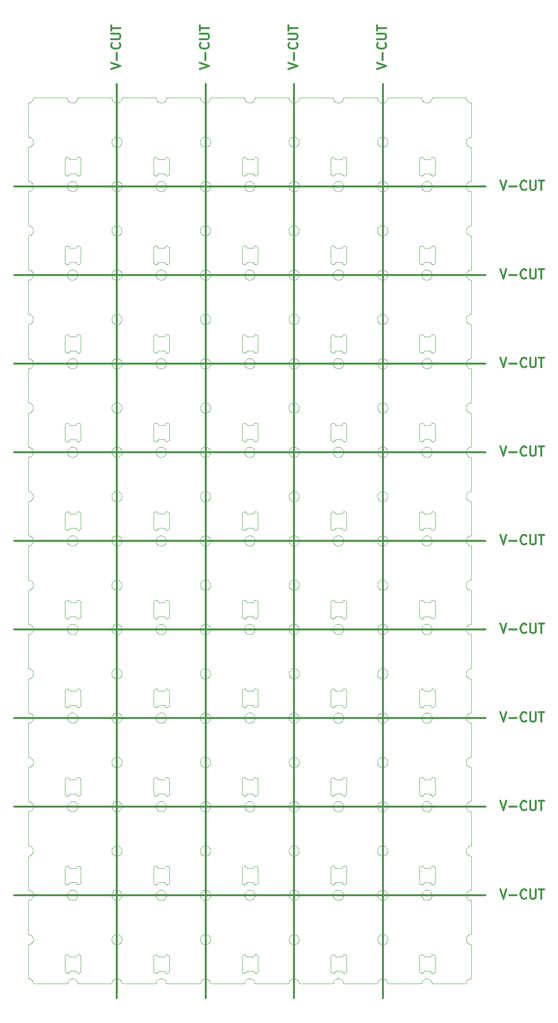
<source format=gbr>
%TF.GenerationSoftware,KiCad,Pcbnew,(7.0.0-0)*%
%TF.CreationDate,2023-06-26T09:23:28-05:00*%
%TF.ProjectId,panelized,70616e65-6c69-47a6-9564-2e6b69636164,rev?*%
%TF.SameCoordinates,Original*%
%TF.FileFunction,Profile,NP*%
%FSLAX46Y46*%
G04 Gerber Fmt 4.6, Leading zero omitted, Abs format (unit mm)*
G04 Created by KiCad (PCBNEW (7.0.0-0)) date 2023-06-26 09:23:28*
%MOMM*%
%LPD*%
G01*
G04 APERTURE LIST*
%TA.AperFunction,Profile*%
%ADD10C,0.100000*%
%TD*%
%TA.AperFunction,Profile*%
%ADD11C,0.400000*%
%TD*%
%ADD12C,0.400000*%
G04 APERTURE END LIST*
D10*
X84659014Y-133078566D02*
X84673869Y-133025769D01*
X20133288Y-47433987D02*
X20141463Y-47488221D01*
X38317960Y-29653189D02*
X38263946Y-29662713D01*
X19267960Y-48703189D02*
X19213946Y-48712713D01*
X86126875Y-94226038D02*
X86177415Y-94247343D01*
X84758956Y-152926079D02*
X84733934Y-152877272D01*
X94716167Y-18088218D02*
X94765566Y-18062415D01*
X27392828Y-165188880D02*
X27442534Y-165185155D01*
X76948190Y-105581357D02*
X76907066Y-105617648D01*
X27847145Y-113475240D02*
X27889161Y-113439985D01*
X7954515Y-130801941D02*
X7944261Y-130779217D01*
X18938714Y-115394356D02*
X18883429Y-115387315D01*
X47869773Y-94177579D02*
X47922924Y-94191113D01*
X27295756Y-16758963D02*
X27272329Y-16750436D01*
X19874759Y-84997145D02*
X19910014Y-85039161D01*
X38681860Y-39033508D02*
X38633832Y-39061781D01*
X37351809Y-142068642D02*
X37392933Y-142032351D01*
X66866012Y-20133288D02*
X66811778Y-20141463D01*
X76864184Y-143751845D02*
X76819652Y-143783862D01*
X46658956Y-18523920D02*
X46686380Y-18476421D01*
X65766137Y-151780347D02*
X65798154Y-151735815D01*
X111285Y-134444356D02*
X55714Y-134448588D01*
X94150341Y-123852423D02*
X94150341Y-123797576D01*
X38429299Y-189450446D02*
X38482035Y-189468472D01*
X56162415Y-76684433D02*
X56139146Y-76633791D01*
X48719533Y-76309524D02*
X48712713Y-76363946D01*
X46591338Y-113923777D02*
X46611376Y-113872721D01*
X48655000Y-111968012D02*
X48633726Y-111955012D01*
X27804118Y-92842933D02*
X27766744Y-92875915D01*
X65188474Y-111875086D02*
X65171977Y-111856393D01*
X47707203Y-37003075D02*
X47761778Y-37008536D01*
X10916260Y-50897536D02*
X10964243Y-50911036D01*
X37089146Y-94816208D02*
X37112415Y-94765566D01*
X924028Y-142278199D02*
X952627Y-142325000D01*
X75339985Y-65989161D02*
X75375240Y-65947145D01*
X65077213Y-70287622D02*
X65085153Y-70263989D01*
X48454515Y-184518058D02*
X48478354Y-184474282D01*
X75150446Y-152070700D02*
X75168472Y-152017964D01*
X27272329Y-146169563D02*
X27319579Y-146153687D01*
X20146924Y-142792796D02*
X20149658Y-142847576D01*
X67683726Y-31914987D02*
X67726894Y-31890064D01*
X38321428Y-96327482D02*
X38266570Y-96337315D01*
X9661778Y-20141463D02*
X9607203Y-20146924D01*
X84882351Y-19757066D02*
X84848154Y-19714184D01*
X37518139Y-151466491D02*
X37566167Y-151438218D01*
X10742828Y-50888880D02*
X10792534Y-50885155D01*
X94226038Y-9123124D02*
X94247343Y-9072584D01*
X27905484Y-54601941D02*
X27881645Y-54645717D01*
X8616137Y-114919652D02*
X8586380Y-114873578D01*
X65641824Y-92977403D02*
X65617171Y-92981119D01*
X46856939Y-153187453D02*
X46818642Y-153148190D01*
X47005000Y-35335000D02*
X47002515Y-35384783D01*
X56476683Y-151530146D02*
X56521604Y-151497160D01*
X77258886Y-9227075D02*
X77272420Y-9280226D01*
X8442365Y-69936398D02*
X8491824Y-69942596D01*
X37717964Y-39131527D02*
X37666208Y-39110853D01*
X56476683Y-115169853D02*
X56433490Y-115134633D01*
X94262415Y-95734433D02*
X94239146Y-95683791D01*
X56878566Y-8459014D02*
X56932039Y-8446810D01*
X8735842Y-108160109D02*
X8771525Y-108194913D01*
D11*
X-3000000Y-57145000D02*
X98250000Y-57145000D01*
D10*
X46005000Y-146635000D02*
X46007484Y-146585216D01*
X29505881Y-127227066D02*
X29543255Y-127194084D01*
X18430347Y-161016137D02*
X18476421Y-160986380D01*
X94347160Y-172078395D02*
X94316491Y-172031860D01*
X37471604Y-151497160D02*
X37518139Y-151466491D01*
X56716208Y-56139146D02*
X56767964Y-56118472D01*
X8586380Y-151826421D02*
X8616137Y-151780347D01*
X46138474Y-73775086D02*
X46106433Y-73736902D01*
X18995169Y-160826367D02*
X19050000Y-160825000D01*
X11282786Y-108387622D02*
X11289538Y-108411621D01*
X65832351Y-172157066D02*
X65798154Y-172114184D01*
X47002515Y-149684783D02*
X46995086Y-149734073D01*
X29360584Y-149709521D02*
X29357484Y-149684783D01*
X65714243Y-12811036D02*
X65760643Y-12829247D01*
X94974282Y-58214884D02*
X94920700Y-58199553D01*
X29417648Y-151692933D02*
X29451845Y-151735815D01*
X67583862Y-172069652D02*
X67551845Y-172114184D01*
X75221141Y-67176831D02*
X75197343Y-67127415D01*
X11135842Y-16659890D02*
X11096871Y-16690969D01*
X65188474Y-130925086D02*
X65171977Y-130906393D01*
X46418175Y-127092596D02*
X46442828Y-127088880D01*
X76948190Y-124631357D02*
X76907066Y-124667648D01*
X67481357Y-57898190D02*
X67443060Y-57937453D01*
X65661376Y-19477278D02*
X65641338Y-19426222D01*
X19104830Y-182073632D02*
X19050000Y-182075000D01*
X30345086Y-73534073D02*
X30332786Y-73582377D01*
X57261285Y-17955643D02*
X57316570Y-17962684D01*
X57627272Y-67666065D02*
X57577278Y-67688623D01*
X68041824Y-73927403D02*
X68017171Y-73931119D01*
X94218472Y-114682035D02*
X94200446Y-114629299D01*
X75982039Y-105853189D02*
X75928566Y-105840985D01*
X86776130Y-114624230D02*
X86758661Y-114676222D01*
X67025335Y-1042720D02*
X66972924Y-1058886D01*
X39194356Y-152511285D02*
X39187315Y-152566570D01*
X46014913Y-54484073D02*
X46010584Y-54459521D01*
X39187315Y-133516570D02*
X39177482Y-133571428D01*
X56077579Y-66919773D02*
X56066711Y-66866012D01*
X824759Y-162652854D02*
X787453Y-162693060D01*
X65326894Y-150079935D02*
X65283726Y-150055012D01*
X11116744Y-127194084D02*
X11135842Y-127210109D01*
X95032039Y-105853189D02*
X94978566Y-105840985D01*
X48431357Y-113551809D02*
X48467648Y-113592933D01*
X27847145Y-172274759D02*
X27806939Y-172237453D01*
X56315366Y-38816509D02*
X56280146Y-38773316D01*
X860014Y-162610838D02*
X824759Y-162652854D01*
X66125000Y-132397372D02*
X66173168Y-132371141D01*
X38719652Y-65766137D02*
X38764184Y-65798154D01*
X18828571Y-56072517D02*
X18883429Y-56062684D01*
X85807203Y-153496924D02*
X85752423Y-153499658D01*
X84733934Y-113822727D02*
X84758956Y-113773920D01*
X56576421Y-141936380D02*
X56623920Y-141908956D01*
X57723578Y-122886380D02*
X57769652Y-122916137D01*
X84376894Y-131029935D02*
X84333726Y-131005012D01*
X57150000Y-141775000D02*
X57204830Y-141776367D01*
X77024759Y-124552854D02*
X76987453Y-124593060D01*
X18301809Y-65868642D02*
X18342933Y-65832351D01*
X37022517Y-171671428D02*
X37012684Y-171616570D01*
X37302727Y-38857863D02*
X37265366Y-38816509D01*
X10433862Y-94630347D02*
X10463619Y-94676421D01*
X76417960Y-65596810D02*
X76471433Y-65609014D01*
X18430347Y-65766137D02*
X18476421Y-65736380D01*
X8055881Y-89127066D02*
X8093255Y-89094084D01*
X85089538Y-73558378D02*
X85074846Y-73606010D01*
X65641338Y-113923777D02*
X65661376Y-113872721D01*
X94452727Y-38857863D02*
X94415366Y-38816509D01*
X86022924Y-17991113D02*
X86075335Y-18007279D01*
X49399415Y-51310478D02*
X49404378Y-51360077D01*
X573578Y-103836380D02*
X619652Y-103866137D01*
X10463619Y-573578D02*
X10433862Y-619652D01*
X48467648Y-95957066D02*
X48431357Y-95998190D01*
X65609014Y-18778566D02*
X65623869Y-18725769D01*
X76997272Y-113542136D02*
X77034633Y-113583490D01*
X8797145Y-115124759D02*
X8756939Y-115087453D01*
X27785842Y-165310109D02*
X27804118Y-165327066D01*
X10305000Y-92485000D02*
X8905000Y-92485000D01*
X76088714Y-115394356D02*
X76033429Y-115387315D01*
X46686380Y-19623578D02*
X46658956Y-19576079D01*
X18071141Y-123323168D02*
X18097372Y-123275000D01*
X87067171Y-146138880D02*
X87091824Y-146142596D01*
X10421977Y-146313606D02*
X10455881Y-146277066D01*
X75526683Y-113430146D02*
X75571604Y-113397160D01*
X65737670Y-35800436D02*
X65690420Y-35816312D01*
X7965889Y-13045873D02*
X7991880Y-13003339D01*
X27847145Y-134174759D02*
X27806939Y-134137453D01*
X94716167Y-39061781D02*
X94668139Y-39033508D01*
X56058536Y-104911778D02*
X56053075Y-104857203D01*
X86554515Y-89268058D02*
X86578354Y-89224282D01*
X86790985Y-190228566D02*
X86803189Y-190282039D01*
X76781860Y-170516491D02*
X76828395Y-170547160D01*
X7935153Y-168856010D02*
X7920461Y-168808378D01*
X18883429Y-1087315D02*
X18828571Y-1077482D01*
X67942534Y-88985155D02*
X67992365Y-88986398D01*
X85031645Y-149895717D02*
X85018119Y-149916660D01*
X84733934Y-76677272D02*
X84711376Y-76627278D01*
X58173961Y-180573124D02*
X58192720Y-180624664D01*
X18616208Y-113289146D02*
X18667964Y-113268472D01*
X57627272Y-162916065D02*
X57577278Y-162938623D01*
X56072517Y-76421428D02*
X56062684Y-76366570D01*
X37342136Y-172247272D02*
X37302727Y-172207863D01*
X57371428Y-132272517D02*
X57425717Y-132285115D01*
X19477278Y-160911376D02*
X19527272Y-160933934D01*
X75306868Y-48267118D02*
X75275971Y-48221800D01*
X75275971Y-181571800D02*
X75247372Y-181525000D01*
X48818175Y-150127403D02*
X48769579Y-150116312D01*
X57259524Y-105869533D02*
X57204830Y-105873632D01*
X65826273Y-92905012D02*
X65783105Y-92929935D01*
X19105714Y-170351411D02*
X19161285Y-170355643D01*
X84493739Y-131072463D02*
X84469579Y-131066312D01*
X29377213Y-32187622D02*
X29394261Y-32140782D01*
X38857863Y-134147272D02*
X38816509Y-134184633D01*
X27475000Y-57150000D02*
X27476367Y-57095169D01*
X67481357Y-76948190D02*
X67443060Y-76987453D01*
X37147372Y-123275000D02*
X37175971Y-123228199D01*
X27683105Y-188179935D02*
X27637670Y-188200436D01*
X57474230Y-29626130D02*
X57421433Y-29640985D01*
X29608661Y-38476222D02*
X29588623Y-38527278D01*
X65609014Y-114571433D02*
X65596810Y-114517960D01*
X37265366Y-94533490D02*
X37302727Y-94492136D01*
X84954118Y-188092933D02*
X84916744Y-188125915D01*
X48393060Y-18262546D02*
X48431357Y-18301809D01*
X58233288Y-28383987D02*
X58241463Y-28438221D01*
X19669652Y-8616137D02*
X19714184Y-8648154D01*
X84691338Y-132973777D02*
X84711376Y-132922721D01*
X75483490Y-132515366D02*
X75526683Y-132480146D01*
X49133105Y-89040064D02*
X49176273Y-89064987D01*
X47005000Y-187735000D02*
X47005000Y-187735000D01*
X27392828Y-184238880D02*
X27442534Y-184235155D01*
X76819652Y-10433862D02*
X76773578Y-10463619D01*
X48431357Y-170701809D02*
X48467648Y-170742933D01*
X84376894Y-89040064D02*
X84422329Y-89019563D01*
X27319579Y-112016312D02*
X27319579Y-112016312D01*
X86510584Y-149709521D02*
X86507484Y-149684783D01*
X94676421Y-162863619D02*
X94630347Y-162833862D01*
X10320461Y-32211621D02*
X10335153Y-32163989D01*
X87354118Y-73792933D02*
X87335842Y-73809890D01*
X77231527Y-132967964D02*
X77249553Y-133020700D01*
X65866744Y-188125915D02*
X65826273Y-188155012D01*
X37057279Y-124175335D02*
X37041113Y-124122924D01*
X86633862Y-94630347D02*
X86663619Y-94676421D01*
X8342828Y-150131119D02*
X8318175Y-150127403D01*
X57150000Y-8425000D02*
X57204830Y-8426367D01*
X39061781Y-38633832D02*
X39033508Y-38681860D01*
X29505881Y-165327066D02*
X29543255Y-165294084D01*
X39123961Y-161523124D02*
X39142720Y-161574664D01*
X84956939Y-75412546D02*
X84997145Y-75375240D01*
X65906939Y-132562546D02*
X65947145Y-132525240D01*
X46591338Y-18673777D02*
X46611376Y-18622721D01*
X48467648Y-38807066D02*
X48431357Y-38848190D01*
X65372329Y-50919563D02*
X65419579Y-50903687D01*
X65077213Y-92632377D02*
X65064913Y-92584073D01*
X77102839Y-628395D02*
X77069853Y-673316D01*
X8533934Y-18572727D02*
X8558956Y-18523920D01*
X7944261Y-130779217D02*
X7927213Y-130732377D01*
X48712713Y-19213946D02*
X48703189Y-19267960D01*
X46658956Y-76726079D02*
X46633934Y-76677272D01*
X67843739Y-92972463D02*
X67819579Y-92966312D01*
X67641043Y-152926079D02*
X67613619Y-152973578D01*
X67588474Y-35675086D02*
X67571977Y-35656393D01*
X46035153Y-89313989D02*
X46054515Y-89268058D01*
X68454378Y-51360077D02*
X68455000Y-54385000D01*
X9607203Y-132253075D02*
X9661778Y-132258536D01*
X581860Y-56216491D02*
X628395Y-56247160D01*
X75127579Y-180730226D02*
X75141113Y-180677075D01*
X37197160Y-189871604D02*
X37230146Y-189826683D01*
X66647576Y-96349658D02*
X66592796Y-96346924D01*
X29867465Y-150134844D02*
X29817634Y-150133601D01*
X86601845Y-37435815D02*
X86633862Y-37480347D01*
X65596810Y-95032039D02*
X65609014Y-94978566D01*
X65419579Y-108053687D02*
X65468175Y-108042596D01*
X75135115Y-152675717D02*
X75122517Y-152621428D01*
X67892828Y-184238880D02*
X67942534Y-184235155D01*
X84178354Y-92745717D02*
X84154515Y-92701941D01*
X19216570Y-37012684D02*
X19271428Y-37022517D01*
X10590985Y-56878566D02*
X10603189Y-56932039D01*
X76366570Y-115387315D02*
X76311285Y-115394356D01*
X8511376Y-95677278D02*
X8491338Y-95626222D01*
X19321433Y-160859014D02*
X19374230Y-160873869D01*
X20037584Y-94765566D02*
X20060853Y-94816208D01*
X49288022Y-73756393D02*
X49254118Y-73792933D01*
X85128199Y-134274028D02*
X85082881Y-134243131D01*
X10438474Y-130925086D02*
X10421977Y-130906393D01*
X29583726Y-108114987D02*
X29626894Y-108090064D01*
X28073168Y-134328858D02*
X28025000Y-134302627D01*
X84127213Y-16432377D02*
X84114913Y-16384073D01*
X65576367Y-114245169D02*
X65580466Y-114190475D01*
X271433Y-103709014D02*
X324230Y-103723869D01*
X49271525Y-31994913D02*
X49288022Y-32013606D01*
X56932039Y-27496810D02*
X56986053Y-27487286D01*
X77249553Y-18720700D02*
X77264884Y-18774282D01*
X77299658Y-104802423D02*
X77296924Y-104857203D01*
X37035115Y-76475717D02*
X37022517Y-76421428D01*
X48593255Y-35725915D02*
X48555881Y-35692933D01*
X38266570Y-77287315D02*
X38211285Y-77294356D01*
X56289985Y-67360838D02*
X56256868Y-67317118D01*
X30294110Y-187974126D02*
X30268119Y-188016660D01*
X20081527Y-113917964D02*
X20099553Y-113970700D01*
X10320461Y-108411621D02*
X10335153Y-108363989D01*
X75116711Y-123633987D02*
X75127579Y-123580226D01*
X20127482Y-95028571D02*
X20137315Y-95083429D01*
X27924846Y-70263989D02*
X27939538Y-70311621D01*
X67775000Y-76200000D02*
X67773632Y-76254830D01*
X18376683Y-37230146D02*
X18421604Y-37197160D01*
X65708956Y-526079D02*
X65683934Y-477272D01*
X77161781Y-152933832D02*
X77133508Y-152981860D01*
X29441880Y-73716660D02*
X29428354Y-73695717D01*
X37566167Y-170488218D02*
X37615566Y-170462415D01*
X39187315Y-171283429D02*
X39194356Y-171338714D01*
X65492828Y-188231119D02*
X65468175Y-188227403D01*
X10612713Y-95086053D02*
X10619533Y-95140475D01*
X57974759Y-46897145D02*
X58010014Y-46939161D01*
X94155643Y-57261285D02*
X94151411Y-57205714D01*
X65064913Y-92584073D02*
X65060584Y-92559521D01*
X86601845Y-38764184D02*
X86567648Y-38807066D01*
X56066711Y-66483987D02*
X56066711Y-66483987D01*
X84376894Y-169129935D02*
X84333726Y-169105012D01*
X37828566Y-46559014D02*
X37882039Y-46546810D01*
X94925769Y-29626130D02*
X94873777Y-29608661D01*
X76726079Y-181941043D02*
X76677272Y-181966065D01*
X38934633Y-115016509D02*
X38897272Y-115057863D01*
X46955484Y-168901941D02*
X46955484Y-168901941D01*
X94191113Y-104477075D02*
X94207279Y-104424664D01*
X77223961Y-123423124D02*
X77242720Y-123474664D01*
X29171800Y-94325971D02*
X29217118Y-94356868D01*
X46818642Y-37351809D02*
X46856939Y-37312546D01*
X46213128Y-54790969D02*
X46174157Y-54759890D01*
X48435153Y-35506010D02*
X48427213Y-35482377D01*
X66324664Y-132307279D02*
X66377075Y-132291113D01*
X10438474Y-73775086D02*
X10406433Y-73736902D01*
X65736380Y-133923578D02*
X65708956Y-133876079D01*
X10842365Y-35833601D02*
X10817465Y-35834844D01*
X47380226Y-134422420D02*
X47327075Y-134408886D01*
X27541824Y-146142596D02*
X27590420Y-146153687D01*
X8756939Y-153187453D02*
X8718642Y-153148190D01*
X75666167Y-20011781D02*
X75618139Y-19983508D01*
X38263946Y-179887286D02*
X38317960Y-179896810D01*
X17955643Y-76088714D02*
X17962684Y-76033429D01*
X58233288Y-123633987D02*
X58241463Y-123688221D01*
X75580347Y-124733862D02*
X75535815Y-124701845D01*
X47597576Y-189400341D02*
X47652423Y-189400341D01*
X27480466Y-171559524D02*
X27476367Y-171504830D01*
X10335153Y-168856010D02*
X10327213Y-168832377D01*
X18828571Y-134427482D02*
X18774282Y-134414884D01*
X37426683Y-115169853D02*
X37383490Y-115134633D01*
X29719579Y-169166312D02*
X29672329Y-169150436D01*
X65798154Y-94585815D02*
X65832351Y-94542933D01*
X933508Y-37518139D02*
X961781Y-37566167D01*
X19837453Y-123056939D02*
X19874759Y-123097145D01*
X56147343Y-162377415D02*
X56126038Y-162326875D01*
X533832Y-172411781D02*
X484433Y-172437584D01*
X57204830Y-124923632D02*
X57150000Y-124925000D01*
X56401809Y-84918642D02*
X56442933Y-84882351D01*
X57313946Y-48712713D02*
X57259524Y-48719533D01*
X757863Y-115097272D02*
X716509Y-115134633D01*
X7991880Y-70153339D02*
X8021977Y-70113606D01*
X19974028Y-8928199D02*
X20002627Y-8975000D01*
X46005621Y-168709922D02*
X46005000Y-165685000D01*
X58244356Y-57038714D02*
X58248588Y-57094285D01*
X47223124Y-115323961D02*
X47172584Y-115302656D01*
X28438221Y-75108536D02*
X28492796Y-75103075D01*
X46640420Y-188216312D02*
X46591824Y-188227403D01*
X49382786Y-73582377D02*
X49365738Y-73629217D01*
X65708956Y-151873920D02*
X65736380Y-151826421D01*
X7907484Y-165635216D02*
X7910584Y-165610478D01*
X46065889Y-73674126D02*
X46044261Y-73629217D01*
X8367634Y-131083601D02*
X8342828Y-131081119D01*
X86514913Y-146535926D02*
X86520461Y-146511621D01*
X716509Y-170615366D02*
X757863Y-170652727D01*
X86812713Y-133186053D02*
X86819533Y-133240475D01*
X94389985Y-29260838D02*
X94356868Y-29217118D01*
X56051411Y-171394285D02*
X56055643Y-171338714D01*
X19623578Y-8586380D02*
X19669652Y-8616137D01*
X10987670Y-16750436D02*
X10964243Y-16758963D01*
X94873777Y-103741338D02*
X94925769Y-103723869D01*
X84105000Y-184735000D02*
X84107484Y-184685216D01*
X9716012Y-20133288D02*
X9661778Y-20141463D01*
X85018119Y-168966660D02*
X84988022Y-169006393D01*
X27868119Y-92766660D02*
X27838022Y-92806393D01*
X30238022Y-169006393D02*
X30204118Y-169042933D01*
X29566065Y-94772727D02*
X29588623Y-94822721D01*
X68394110Y-184495873D02*
X68415738Y-184540782D01*
X56147343Y-86177415D02*
X56126038Y-86126875D01*
X27838022Y-149956393D02*
X27804118Y-149992933D01*
X67402854Y-170625240D02*
X67443060Y-170662546D01*
X18189985Y-48310838D02*
X18156868Y-48267118D01*
X58244356Y-171561285D02*
X58237315Y-171616570D01*
X19723316Y-19919853D02*
X19678395Y-19952839D01*
X27105881Y-89127066D02*
X27143255Y-89094084D01*
X46633934Y-19527272D02*
X46611376Y-19477278D01*
X66811778Y-39191463D02*
X66757203Y-39196924D01*
X76873316Y-77069853D02*
X76828395Y-77102839D01*
X19216570Y-170362684D02*
X19271428Y-170372517D01*
X65055621Y-111559922D02*
X65055000Y-108535000D01*
X84567634Y-131083601D02*
X84542828Y-131081119D01*
X7944261Y-73629217D02*
X7927213Y-73582377D01*
X87465738Y-127390782D02*
X87482786Y-127437622D01*
X76475717Y-17985115D02*
X76529299Y-18000446D01*
X46559014Y-152128566D02*
X46573869Y-152075769D01*
X65783105Y-131029935D02*
X65737670Y-131050436D01*
X37239985Y-29260838D02*
X37206868Y-29217118D01*
X67127415Y-172452656D02*
X67076875Y-172473961D01*
X9926875Y-77223961D02*
X9875335Y-77242720D01*
X49365738Y-187929217D02*
X49344110Y-187974126D01*
X8558956Y-76726079D02*
X8533934Y-76677272D01*
X67551845Y-134014184D02*
X67517648Y-134057066D01*
X46014913Y-35434073D02*
X46010584Y-35409521D01*
X37824282Y-39164884D02*
X37770700Y-39149553D01*
X84238474Y-111875086D02*
X84206433Y-111836902D01*
X20137315Y-171616570D02*
X20127482Y-171671428D01*
X20127482Y-190278571D02*
X20137315Y-190333429D01*
X628395Y-151497160D02*
X673316Y-151530146D01*
X76144285Y-94151411D02*
X76200000Y-94150000D01*
X37035115Y-152675717D02*
X37022517Y-152621428D01*
X68415738Y-70240782D02*
X68432786Y-70287622D01*
X29260838Y-19910014D02*
X29217118Y-19943131D01*
X57526222Y-86758661D02*
X57474230Y-86776130D01*
X94218472Y-133732035D02*
X94200446Y-133679299D01*
X46155881Y-89127066D02*
X46193255Y-89094084D01*
X65968119Y-32053339D02*
X65994110Y-32095873D01*
X8928199Y-56225971D02*
X8975000Y-56197372D01*
X19105714Y-39198588D02*
X19050000Y-39200000D01*
X94166711Y-104583987D02*
X94177579Y-104530226D01*
X28122584Y-113297343D02*
X28173124Y-113276038D01*
X65141880Y-188016660D02*
X65115889Y-187974126D01*
X18421604Y-115202839D02*
X18376683Y-115169853D01*
X56986053Y-8437286D02*
X57040475Y-8430466D01*
X75339985Y-123139161D02*
X75375240Y-123097145D01*
X94262415Y-56665566D02*
X94288218Y-56616167D01*
X38045169Y-122726367D02*
X38100000Y-122725000D01*
X38209524Y-163019533D02*
X38154830Y-163023632D01*
X20127482Y-57371428D02*
X20114884Y-57425717D01*
X38673578Y-162863619D02*
X38626079Y-162891043D01*
X67485153Y-35506010D02*
X67477213Y-35482377D01*
X76733832Y-56188218D02*
X76781860Y-56216491D01*
X19104830Y-105873632D02*
X19050000Y-105875000D01*
X56053075Y-104692796D02*
X56058536Y-104638221D01*
X56050000Y-190500000D02*
X56051411Y-190444285D01*
X75571604Y-19952839D02*
X75526683Y-19919853D01*
X48026875Y-1023961D02*
X47975335Y-1042720D01*
X56280146Y-18376683D02*
X56315366Y-18333490D01*
X8446810Y-76417960D02*
X8437286Y-76363946D01*
X27821525Y-12944913D02*
X27853566Y-12983097D01*
X57769652Y-48533862D02*
X57723578Y-48563619D01*
X68226273Y-92905012D02*
X68183105Y-92929935D01*
X75168472Y-75817964D02*
X75189146Y-75766208D01*
X221428Y-113222517D02*
X275717Y-113235115D01*
X8895086Y-32235926D02*
X8902515Y-32285216D01*
X94162684Y-166570D02*
X94155643Y-111285D01*
X29027415Y-153402656D02*
X28976875Y-153423961D01*
X38044285Y-189401411D02*
X38100000Y-189400000D01*
X18616208Y-75189146D02*
X18667964Y-75168472D01*
X87067171Y-108038880D02*
X87116260Y-108047536D01*
X87091824Y-165192596D02*
X87140420Y-165203687D01*
X48703189Y-152182039D02*
X48712713Y-152236053D01*
X47597576Y-132250341D02*
X47652423Y-132250341D01*
X77133508Y-76781860D02*
X77102839Y-76828395D01*
X1049553Y-152070700D02*
X1064884Y-152124282D01*
X37882039Y-122746810D02*
X37936053Y-122737286D01*
X75127579Y-162169773D02*
X75116711Y-162116012D01*
X46537286Y-19213946D02*
X46530466Y-19159524D01*
X29605000Y-12851987D02*
X29649356Y-12829247D01*
X27939538Y-92608378D02*
X27924846Y-92656010D01*
X75817964Y-75168472D02*
X75870700Y-75150446D01*
X37302727Y-189742136D02*
X37342136Y-189702727D01*
X65798154Y-37435815D02*
X65832351Y-37392933D01*
X65783105Y-165240064D02*
X65826273Y-165264987D01*
X67967465Y-69935155D02*
X68017171Y-69938880D01*
X57526222Y-141841338D02*
X57577278Y-141861376D01*
X28224664Y-113257279D02*
X28277075Y-113241113D01*
X18292136Y-94452727D02*
X18333490Y-94415366D01*
X9442796Y-75103075D02*
X9497576Y-75100341D01*
X75189146Y-56716208D02*
X75212415Y-56665566D01*
X76088714Y-1094356D02*
X76033429Y-1087315D01*
X46155881Y-51027066D02*
X46193255Y-50994084D01*
X7910584Y-184660478D02*
X7920461Y-184611621D01*
X29370461Y-51261621D02*
X29385153Y-51213989D01*
X95195169Y-163023632D02*
X95140475Y-163019533D01*
X85039161Y-37239985D02*
X85082881Y-37206868D01*
X94585815Y-103898154D02*
X94630347Y-103866137D01*
X57676079Y-162891043D02*
X57627272Y-162916065D01*
X67726130Y-190175769D02*
X67740985Y-190228566D01*
X76684433Y-18062415D02*
X76733832Y-18088218D01*
X49176273Y-146214987D02*
X49196871Y-146229030D01*
X48431357Y-18301809D02*
X48467648Y-18342933D01*
X77249553Y-152729299D02*
X77231527Y-152782035D01*
X29566065Y-171927272D02*
X29541043Y-171976079D01*
X19766509Y-37265366D02*
X19807863Y-37302727D01*
X47597576Y-153499658D02*
X47542796Y-153496924D01*
X27590420Y-127103687D02*
X27637670Y-127119563D01*
X65326894Y-146190064D02*
X65372329Y-146169563D01*
X10493255Y-92875915D02*
X10474157Y-92859890D01*
X46733105Y-89040064D02*
X46776273Y-89064987D01*
X86554515Y-184518058D02*
X86578354Y-184474282D01*
X68090420Y-184253687D02*
X68137670Y-184269563D01*
X39198588Y-76144285D02*
X39200000Y-76200000D01*
X67967465Y-112034844D02*
X67917634Y-112033601D01*
X27881645Y-54645717D02*
X27868119Y-54666660D01*
X28976875Y-77223961D02*
X28925335Y-77242720D01*
X952627Y-142325000D02*
X978858Y-142373168D01*
X952627Y-86275000D02*
X924028Y-86321800D01*
X57316570Y-134437315D02*
X57261285Y-134444356D01*
X9174664Y-18007279D02*
X9227075Y-17991113D01*
X29381357Y-95998190D02*
X29343060Y-96037453D01*
X46816744Y-35725915D02*
X46776273Y-35755012D01*
X84518175Y-150127403D02*
X84469579Y-150116312D01*
X56983429Y-17962684D02*
X57038714Y-17955643D01*
X67455000Y-54385000D02*
X66055000Y-54385000D01*
X47002515Y-13235216D02*
X47005000Y-13285000D01*
X58249658Y-47597576D02*
X58249658Y-47652423D01*
X56280146Y-57823316D02*
X56247160Y-57778395D01*
X65798154Y-172114184D02*
X65766137Y-172069652D01*
X47707203Y-151303075D02*
X47761778Y-151308536D01*
X47869773Y-96322420D02*
X47816012Y-96333288D01*
X19678395Y-58052839D02*
X19631860Y-58083508D01*
X95140475Y-84630466D02*
X95195169Y-84626367D01*
X38375717Y-115364884D02*
X38321428Y-115377482D01*
X9497576Y-39199658D02*
X9442796Y-39196924D01*
X1077482Y-114078571D02*
X1087315Y-114133429D01*
X76090475Y-179880466D02*
X76145169Y-179876367D01*
X1042720Y-162275335D02*
X1023961Y-162326875D01*
X10121800Y-134274028D02*
X10075000Y-134302627D01*
X47075000Y-115252627D02*
X47028199Y-115224028D01*
X66173168Y-978858D02*
X66125000Y-952627D01*
X94501809Y-67481357D02*
X94462546Y-67443060D01*
X20149658Y-66702423D02*
X20146924Y-66757203D01*
X28976875Y-56126038D02*
X29027415Y-56147343D01*
X68415738Y-127390782D02*
X68432786Y-127437622D01*
X8093255Y-108144084D02*
X8133726Y-108114987D01*
X76363946Y-27487286D02*
X76417960Y-27496810D01*
X65283726Y-16705012D02*
X65243255Y-16675915D01*
X84971525Y-146294913D02*
X85003566Y-146333097D01*
X75673920Y-141908956D02*
X75722727Y-141883934D01*
X39061781Y-75666167D02*
X39087584Y-75715566D01*
X0Y-134450000D02*
X0Y-141775000D01*
X18994285Y-189401411D02*
X19050000Y-189400000D01*
X37230146Y-37426683D02*
X37265366Y-37383490D01*
X65832351Y-76907066D02*
X65798154Y-76864184D01*
X58244356Y-18938714D02*
X58248588Y-18994285D01*
X29343060Y-76987453D02*
X29302854Y-77024759D01*
X933508Y-151818139D02*
X961781Y-151866167D01*
X7954515Y-111751941D02*
X7944261Y-111729217D01*
X27476367Y-19104830D02*
X27475000Y-19050000D01*
X38807066Y-48467648D02*
X38764184Y-48501845D01*
X94425240Y-105502854D02*
X94389985Y-105460838D01*
X29673632Y-95304830D02*
X29669533Y-95359524D01*
X76309524Y-84630466D02*
X76363946Y-84637286D01*
X38633832Y-961781D02*
X38584433Y-987584D01*
X94200446Y-95579299D02*
X94185115Y-95525717D01*
X37003075Y-66592796D02*
X37008536Y-66538221D01*
X0Y-122725000D02*
X54830Y-122726367D01*
X8093255Y-50994084D02*
X8133726Y-50964987D01*
X58181527Y-38482035D02*
X58160853Y-38533791D01*
X68415738Y-13090782D02*
X68432786Y-13137622D01*
X76200000Y-46525000D02*
X76254830Y-46526367D01*
X67455000Y-73435000D02*
X66055000Y-73435000D01*
X38577272Y-181966065D02*
X38527278Y-181988623D01*
X27955000Y-111535000D02*
X27952515Y-111584783D01*
X30315738Y-54579217D02*
X30294110Y-54624126D01*
X75157279Y-67025335D02*
X75141113Y-66972924D01*
X77202656Y-124277415D02*
X77178858Y-124326831D01*
X56665566Y-18062415D02*
X56716208Y-18039146D01*
X111285Y-39194356D02*
X55714Y-39198588D01*
X987584Y-484433D02*
X961781Y-533832D01*
X86493060Y-787453D02*
X86452854Y-824759D01*
X75375240Y-105502854D02*
X75339985Y-105460838D01*
X30105000Y-16718012D02*
X30083105Y-16729935D01*
X11096871Y-188140969D02*
X11076273Y-188155012D01*
X47123168Y-132371141D02*
X47172584Y-132347343D01*
X65661376Y-190072721D02*
X65683934Y-190022727D01*
X8928199Y-18125971D02*
X8975000Y-18097372D01*
X37666208Y-172460853D02*
X37615566Y-172437584D01*
X56442933Y-180132351D02*
X56485815Y-180098154D01*
X8865738Y-146440782D02*
X8882786Y-146487622D01*
X29417648Y-115007066D02*
X29381357Y-115048190D01*
X67583862Y-132730347D02*
X67613619Y-132776421D01*
X94585815Y-86601845D02*
X94542933Y-86567648D01*
X76036053Y-46537286D02*
X76090475Y-46530466D01*
X75772721Y-84711376D02*
X75823777Y-84691338D01*
X9227075Y-134408886D02*
X9174664Y-134392720D01*
X94153075Y-66757203D02*
X94150341Y-66702423D01*
X46818642Y-56401809D02*
X46856939Y-56362546D01*
X18622721Y-141861376D02*
X18673777Y-141841338D01*
X10693739Y-92972463D02*
X10669579Y-92966312D01*
X37197160Y-172078395D02*
X37166491Y-172031860D01*
X18828571Y-172527482D02*
X18774282Y-172514884D01*
X58249658Y-28602423D02*
X58246924Y-28657203D01*
X1058886Y-85427075D02*
X1072420Y-85480226D01*
X37824282Y-172514884D02*
X37770700Y-172499553D01*
X68321525Y-108194913D02*
X68338022Y-108213606D01*
X67641043Y-57676079D02*
X67613619Y-57723578D01*
X48638623Y-427278D02*
X48616065Y-477272D01*
X94723920Y-29541043D02*
X94676421Y-29513619D01*
X46611376Y-94822721D02*
X46633934Y-94772727D01*
X38584433Y-172437584D02*
X38533791Y-172460853D01*
X17966711Y-9716012D02*
X17958536Y-9661778D01*
X86275000Y-56197372D02*
X86321800Y-56225971D01*
X56051411Y-76255714D02*
X56050000Y-76200000D01*
X68246871Y-73840969D02*
X68226273Y-73855012D01*
X10867171Y-127088880D02*
X10916260Y-127097536D01*
X76633791Y-132339146D02*
X76684433Y-132362415D01*
X46442828Y-165188880D02*
X46492534Y-165185155D01*
X38527278Y-46611376D02*
X38577272Y-46633934D01*
X94177579Y-85969773D02*
X94166711Y-85916012D01*
X66592796Y-75103075D02*
X66592796Y-75103075D01*
X65609014Y-133621433D02*
X65596810Y-133567960D01*
X37005643Y-114188714D02*
X37012684Y-114133429D01*
X28711778Y-20141463D02*
X28657203Y-20146924D01*
X85807203Y-75103075D02*
X85861778Y-75108536D01*
X65141880Y-13003339D02*
X65171977Y-12963606D01*
X29394261Y-149829217D02*
X29377213Y-149782377D01*
X47223124Y-1023961D02*
X47172584Y-1002656D01*
X38816509Y-134184633D02*
X38773316Y-134219853D01*
X47075000Y-94297372D02*
X47123168Y-94271141D01*
X75101411Y-171505714D02*
X75100000Y-171450000D01*
X57532035Y-134381527D02*
X57479299Y-134399553D01*
X10378354Y-146374282D02*
X10391880Y-146353339D01*
X38673578Y-67613619D02*
X38626079Y-67641043D01*
X18430347Y-29483862D02*
X18385815Y-29451845D01*
X0Y-115400000D02*
X0Y-122725000D01*
X11076273Y-92905012D02*
X11033105Y-92929935D01*
X37933429Y-75112684D02*
X37988714Y-75105643D01*
X84221977Y-146313606D02*
X84255881Y-146277066D01*
X65171977Y-108213606D02*
X65205881Y-108177066D01*
X17955643Y-18938714D02*
X17962684Y-18883429D01*
X67360838Y-77060014D02*
X67317118Y-77093131D01*
X1091463Y-142738221D02*
X1096924Y-142792796D01*
X29588623Y-133777278D02*
X29566065Y-133827272D01*
X27726273Y-150055012D02*
X27726273Y-150055012D01*
X8975000Y-37147372D02*
X9023168Y-37121141D01*
X68338022Y-146313606D02*
X68368119Y-146353339D01*
X30037670Y-50919563D02*
X30083105Y-50940064D01*
X77102839Y-57778395D02*
X77069853Y-57823316D01*
X84107484Y-146585216D02*
X84114913Y-146535926D01*
X10625000Y-190500000D02*
X17950000Y-190500000D01*
X77272420Y-124069773D02*
X77258886Y-124122924D01*
X75339985Y-85039161D02*
X75375240Y-84997145D01*
X10538623Y-95677278D02*
X10516065Y-95727272D01*
X75673920Y-181941043D02*
X75626421Y-181913619D01*
X84422329Y-12819563D02*
X84469579Y-12803687D01*
X85533987Y-113216711D02*
X85588221Y-113208536D01*
X46782351Y-38807066D02*
X46748154Y-38764184D01*
X56722721Y-65661376D02*
X56773777Y-65641338D01*
X65094261Y-187929217D02*
X65077213Y-187882377D01*
X84105621Y-73459922D02*
X84105000Y-70435000D01*
X75618139Y-170516491D02*
X75666167Y-170488218D01*
X87504378Y-32310077D02*
X87505000Y-35335000D01*
X57150000Y-113200000D02*
X57205714Y-113201411D01*
X1031527Y-132967964D02*
X1049553Y-133020700D01*
X65542534Y-88985155D02*
X65592365Y-88986398D01*
X11218119Y-168966660D02*
X11188022Y-169006393D01*
X19527272Y-8533934D02*
X19576079Y-8558956D01*
X57421433Y-179909014D02*
X57474230Y-179923869D01*
X8342828Y-92981119D02*
X8293739Y-92972463D01*
X76090475Y-46530466D02*
X76145169Y-46526367D01*
X19631860Y-170516491D02*
X19678395Y-170547160D01*
X77277482Y-114078571D02*
X77287315Y-114133429D01*
X10320461Y-149758378D02*
X10310584Y-149709521D01*
X46686380Y-151826421D02*
X46716137Y-151780347D01*
X1023961Y-123423124D02*
X1042720Y-123474664D01*
X76957863Y-57947272D02*
X76916509Y-57984633D01*
X94297372Y-143425000D02*
X94271141Y-143376831D01*
X66078199Y-56225971D02*
X66125000Y-56197372D01*
X68432786Y-13137622D02*
X68445086Y-13185926D01*
X56050341Y-161897576D02*
X56053075Y-161842796D01*
X17972517Y-18828571D02*
X17985115Y-18774282D01*
X58152656Y-28122584D02*
X58173961Y-28173124D01*
X57150000Y-103675000D02*
X57204830Y-103676367D01*
X75492933Y-48467648D02*
X75451809Y-48431357D01*
X58241463Y-162061778D02*
X58233288Y-162116012D01*
X67683726Y-89064987D02*
X67726894Y-89040064D01*
X7907484Y-127535216D02*
X7910584Y-127510478D01*
X47488221Y-1091463D02*
X47433987Y-1083288D01*
X85427075Y-58208886D02*
X85374664Y-58192720D01*
X37526421Y-180036380D02*
X37573920Y-180008956D01*
X86567648Y-19757066D02*
X86531357Y-19798190D01*
X67819579Y-188216312D02*
X67772329Y-188200436D01*
X573578Y-10463619D02*
X526079Y-10491043D01*
X49087670Y-188200436D02*
X49064243Y-188208963D01*
X8342828Y-165188880D02*
X8392534Y-165185155D01*
X11299415Y-165610478D02*
X11304378Y-165660077D01*
X56362546Y-142106939D02*
X56401809Y-142068642D01*
X28073168Y-172428858D02*
X28025000Y-172402627D01*
X8696871Y-50979030D02*
X8735842Y-51010109D01*
X48793739Y-92972463D02*
X48769579Y-92966312D01*
X85752423Y-39199658D02*
X85697576Y-39199658D01*
X37672721Y-29588623D02*
X37622727Y-29566065D01*
X57723578Y-67613619D02*
X57676079Y-67641043D01*
X28711778Y-189408536D02*
X28766012Y-189416711D01*
X76873316Y-37230146D02*
X76916509Y-37265366D01*
X86691043Y-526079D02*
X86663619Y-573578D01*
X38993131Y-105417118D02*
X38960014Y-105460838D01*
X56225971Y-181571800D02*
X56197372Y-181525000D01*
X94676421Y-29513619D02*
X94630347Y-29483862D01*
X11274846Y-165513989D02*
X11289538Y-165561621D01*
X19432035Y-96281527D02*
X19379299Y-96299553D01*
X11265738Y-184540782D02*
X11274846Y-184563989D01*
X38317960Y-141796810D02*
X38371433Y-141809014D01*
X10576894Y-184290064D02*
X10622329Y-184269563D01*
X10916260Y-131072463D02*
X10891824Y-131077403D01*
X75817964Y-58181527D02*
X75766208Y-58160853D01*
X38209524Y-103680466D02*
X38263946Y-103687286D01*
X28547576Y-134449658D02*
X28492796Y-134446924D01*
X86126875Y-115323961D02*
X86075335Y-115342720D01*
X38476222Y-27541338D02*
X38527278Y-27561376D01*
X11203566Y-89183097D02*
X11231645Y-89224282D01*
X67076875Y-96273961D02*
X67025335Y-96292720D01*
X56576421Y-105713619D02*
X56530347Y-105683862D01*
X7944261Y-149829217D02*
X7935153Y-149806010D01*
X18778566Y-124890985D02*
X18725769Y-124876130D01*
X30166744Y-31944084D02*
X30204118Y-31977066D01*
X76819652Y-8616137D02*
X76864184Y-8648154D01*
X28547576Y-189400341D02*
X28602423Y-189400341D01*
X46633934Y-133827272D02*
X46611376Y-133777278D01*
X797272Y-172207863D02*
X757863Y-172247272D01*
X77069853Y-38773316D02*
X77034633Y-38816509D01*
X533832Y-132388218D02*
X581860Y-132416491D01*
X39061781Y-95783832D02*
X39033508Y-95831860D01*
X19161285Y-115394356D02*
X19105714Y-115398588D01*
X57583791Y-151389146D02*
X57634433Y-151412415D01*
X84733934Y-114777272D02*
X84711376Y-114727278D01*
X707066Y-180132351D02*
X748190Y-180168642D01*
X217960Y-143953189D02*
X163946Y-143962713D01*
X84114913Y-32235926D02*
X84114913Y-32235926D01*
X111285Y-96344356D02*
X55714Y-96348588D01*
X38584433Y-18062415D02*
X38633832Y-18088218D01*
X19631860Y-115233508D02*
X19583832Y-115261781D01*
X87482786Y-111682377D02*
X87465738Y-111729217D01*
X11076273Y-73855012D02*
X11033105Y-73879935D01*
X58246924Y-28492796D02*
X58249658Y-28547576D01*
X56066711Y-66866012D02*
X56058536Y-66811778D01*
X27932881Y-189606868D02*
X27978199Y-189575971D01*
X94723920Y-84758956D02*
X94772727Y-84733934D01*
X76090475Y-48719533D02*
X76036053Y-48712713D01*
X67402854Y-115124759D02*
X67360838Y-115160014D01*
X38673578Y-65736380D02*
X38719652Y-65766137D01*
X48793739Y-16772463D02*
X48745756Y-16758963D01*
X85427075Y-115358886D02*
X85374664Y-115342720D01*
X30126273Y-131005012D02*
X30083105Y-131029935D01*
X77223961Y-66273124D02*
X77242720Y-66324664D01*
X75580347Y-181883862D02*
X75535815Y-181851845D01*
X94723920Y-10491043D02*
X94676421Y-10463619D01*
X84918642Y-95998190D02*
X84882351Y-95957066D01*
X67076875Y-153423961D02*
X67025335Y-153442720D01*
X67457484Y-16334783D02*
X67455000Y-16285000D01*
X38577272Y-162916065D02*
X38527278Y-162938623D01*
X57040475Y-84630466D02*
X57095169Y-84626367D01*
X20108886Y-105072924D02*
X20092720Y-105125335D01*
X28976875Y-151376038D02*
X29027415Y-151397343D01*
X29451845Y-76864184D02*
X29417648Y-76907066D01*
X27924846Y-51213989D02*
X27939538Y-51261621D01*
X8895086Y-165585926D02*
X8902515Y-165635216D01*
X27868119Y-111816660D02*
X27838022Y-111856393D01*
X8696871Y-146229030D02*
X8735842Y-146260109D01*
X48703189Y-56932039D02*
X48712713Y-56986053D01*
X8899415Y-187809521D02*
X8889538Y-187858378D01*
X29675000Y-95250000D02*
X29673632Y-95304830D01*
X46939161Y-113439985D02*
X46982881Y-113406868D01*
X75266491Y-170868139D02*
X75297160Y-170821604D01*
X29588623Y-132922721D02*
X29608661Y-132973777D01*
X49395086Y-108435926D02*
X49399415Y-108460478D01*
X46982881Y-77093131D02*
X46939161Y-77060014D01*
X18376683Y-153269853D02*
X18333490Y-153234633D01*
X707066Y-29417648D02*
X664184Y-29451845D01*
X66811778Y-75108536D02*
X66866012Y-75116711D01*
X56442933Y-10367648D02*
X56401809Y-10331357D01*
X84293255Y-127194084D02*
X84333726Y-127164987D01*
X84542828Y-92981119D02*
X84493739Y-92972463D01*
X76036053Y-29662713D02*
X75982039Y-29653189D01*
X86591880Y-54666660D02*
X86578354Y-54645717D01*
X37166491Y-18468139D02*
X37197160Y-18421604D01*
X86452854Y-170625240D02*
X86493060Y-170662546D01*
X47005000Y-111535000D02*
X47002515Y-111584783D01*
X76781860Y-77133508D02*
X76733832Y-77161781D01*
X84114913Y-168784073D02*
X84107484Y-168734783D01*
X27583934Y-95727272D02*
X27561376Y-95677278D01*
X38100000Y-113200000D02*
X38155714Y-113201411D01*
X37882039Y-67753189D02*
X37828566Y-67740985D01*
X37016711Y-28766012D02*
X37008536Y-28711778D01*
X76864184Y-103898154D02*
X76907066Y-103932351D01*
X18180146Y-18376683D02*
X18215366Y-18333490D01*
X46611376Y-113872721D02*
X46633934Y-113822727D01*
X0Y-39200000D02*
X0Y-46525000D01*
X1072420Y-66919773D02*
X1058886Y-66972924D01*
X47761778Y-115391463D02*
X47707203Y-115396924D01*
X48267118Y-172343131D02*
X48221800Y-172374028D01*
X67457484Y-149684783D02*
X67455000Y-149635000D01*
X10026831Y-39078858D02*
X9977415Y-39102656D01*
X8467171Y-112031119D02*
X8417465Y-112034844D01*
X68445086Y-92584073D02*
X68432786Y-92632377D01*
X66377075Y-39158886D02*
X66324664Y-39142720D01*
X84787670Y-188200436D02*
X84740420Y-188216312D01*
X19483791Y-39110853D02*
X19432035Y-39131527D01*
X29428354Y-54645717D02*
X29404515Y-54601941D01*
X382035Y-96281527D02*
X329299Y-96299553D01*
X67688623Y-171877278D02*
X67666065Y-171927272D01*
X27496810Y-38317960D02*
X27487286Y-38263946D01*
X29669533Y-133459524D02*
X29662713Y-133513946D01*
X56521604Y-172352839D02*
X56476683Y-172319853D01*
X68183105Y-108090064D02*
X68226273Y-108114987D01*
X48793739Y-131072463D02*
X48769579Y-131066312D01*
X28872924Y-56091113D02*
X28925335Y-56107279D01*
X67769533Y-57259524D02*
X67762713Y-57313946D01*
X10493255Y-184344084D02*
X10533726Y-184314987D01*
X29357484Y-54434783D02*
X29355000Y-54385000D01*
X46526367Y-133404830D02*
X46525000Y-133350000D01*
X329299Y-151350446D02*
X382035Y-151368472D01*
X76684433Y-39087584D02*
X76633791Y-39110853D01*
X27636380Y-573578D02*
X27608956Y-526079D01*
X17955643Y-152288714D02*
X17962684Y-152233429D01*
X76677272Y-65683934D02*
X76726079Y-65708956D01*
X57367960Y-86803189D02*
X57313946Y-86812713D01*
X27319579Y-184253687D02*
X27368175Y-184242596D01*
X48126831Y-37121141D02*
X48175000Y-37147372D01*
X76773578Y-160986380D02*
X76819652Y-161016137D01*
X27666137Y-38719652D02*
X27636380Y-38673578D01*
X824759Y-161197145D02*
X860014Y-161239161D01*
X38154830Y-179876367D02*
X38209524Y-179880466D01*
X275717Y-39164884D02*
X221428Y-39177482D01*
X94150000Y-190500000D02*
X94151411Y-190444285D01*
X85105000Y-184735000D02*
X86505000Y-184735000D01*
X7944261Y-54579217D02*
X7927213Y-54532377D01*
X75722727Y-10516065D02*
X75673920Y-10491043D01*
X20099553Y-152070700D02*
X20114884Y-152124282D01*
X94978566Y-141809014D02*
X95032039Y-141796810D01*
X94925769Y-67726130D02*
X94873777Y-67708661D01*
X86535153Y-149806010D02*
X86527213Y-149782377D01*
X8855484Y-127368058D02*
X8874846Y-127413989D01*
X8756939Y-170662546D02*
X8797145Y-170625240D01*
X48842828Y-108038880D02*
X48892534Y-108035155D01*
X86520461Y-165561621D02*
X86535153Y-165513989D01*
X28173124Y-115323961D02*
X28122584Y-115302656D01*
X47922924Y-153458886D02*
X47869773Y-153472420D01*
X28492796Y-134446924D02*
X28438221Y-134441463D01*
X75306868Y-180332881D02*
X75339985Y-180289161D01*
X18225240Y-181702854D02*
X18189985Y-181660838D01*
X65283726Y-54805012D02*
X65263128Y-54790969D01*
X87296871Y-70029030D02*
X87335842Y-70060109D01*
X18333490Y-75365366D02*
X18376683Y-75330146D01*
X86075335Y-18007279D02*
X86126875Y-18026038D01*
X56623920Y-141908956D02*
X56672727Y-141883934D01*
X66045086Y-32235926D02*
X66052515Y-32285216D01*
X19669652Y-27666137D02*
X19714184Y-27698154D01*
X48616065Y-477272D02*
X48591043Y-526079D01*
X67455000Y-187735000D02*
X67455000Y-187735000D01*
X57937453Y-65906939D02*
X57974759Y-65947145D01*
X86638474Y-73775086D02*
X86621977Y-73756393D01*
X49176273Y-184314987D02*
X49196871Y-184329030D01*
X84691338Y-95626222D02*
X84673869Y-95574230D01*
X65921525Y-89144913D02*
X65953566Y-89183097D01*
X65968119Y-111816660D02*
X65938022Y-111856393D01*
X37027579Y-162169773D02*
X37016711Y-162116012D01*
X75100341Y-28547576D02*
X75103075Y-28492796D01*
X84673869Y-190175769D02*
X84691338Y-190123777D01*
X67868175Y-73927403D02*
X67819579Y-73916312D01*
X85427075Y-17991113D02*
X85480226Y-17977579D01*
X57947272Y-757863D02*
X57907863Y-797272D01*
X8587670Y-188200436D02*
X8540420Y-188216312D01*
X65443739Y-54872463D02*
X65395756Y-54858963D01*
X48633726Y-169105012D02*
X48593255Y-169075915D01*
X7920461Y-149758378D02*
X7910584Y-149709521D01*
X10623632Y-19104830D02*
X10619533Y-19159524D01*
X48638623Y-38527278D02*
X48616065Y-38577272D01*
X37012684Y-56983429D02*
X37022517Y-56928571D01*
X29505881Y-51027066D02*
X29543255Y-50994084D01*
X67753189Y-217960D02*
X67740985Y-271433D01*
X39061781Y-151866167D02*
X39087584Y-151915566D01*
X67688623Y-94822721D02*
X67708661Y-94873777D01*
X27028354Y-149895717D02*
X27004515Y-149851941D01*
X10391880Y-54666660D02*
X10365889Y-54624126D01*
X67477213Y-165537622D02*
X67485153Y-165513989D01*
X58152656Y-29027415D02*
X58128858Y-29076831D01*
X48722329Y-150100436D02*
X48676894Y-150079935D01*
X20060853Y-113866208D02*
X20081527Y-113917964D01*
X94462546Y-105543060D02*
X94425240Y-105502854D01*
X65938022Y-32013606D02*
X65968119Y-32053339D01*
X30345086Y-187834073D02*
X30332786Y-187882377D01*
X48703189Y-75982039D02*
X48712713Y-76036053D01*
X49365738Y-108340782D02*
X49382786Y-108387622D01*
X787453Y-180206939D02*
X824759Y-180247145D01*
X19623578Y-103836380D02*
X19669652Y-103866137D01*
X58128858Y-142373168D02*
X58152656Y-142422584D01*
X38728395Y-170547160D02*
X38773316Y-170580146D01*
X56485815Y-10401845D02*
X56442933Y-10367648D01*
X38527278Y-48638623D02*
X38476222Y-48658661D01*
X57814184Y-141998154D02*
X57857066Y-142032351D01*
X95032039Y-48703189D02*
X94978566Y-48690985D01*
X46138474Y-188075086D02*
X46121977Y-188056393D01*
X84786380Y-94676421D02*
X84816137Y-94630347D01*
X18039146Y-57583791D02*
X18018472Y-57532035D01*
X10590985Y-152671433D02*
X10576130Y-152724230D01*
X38533791Y-134360853D02*
X38482035Y-134381527D01*
X67708661Y-37723777D02*
X67726130Y-37775769D01*
X11188022Y-111856393D02*
X11154118Y-111892933D01*
X75116711Y-66483987D02*
X75127579Y-66430226D01*
X38045169Y-163023632D02*
X37990475Y-163019533D01*
X8818119Y-168966660D02*
X8818119Y-168966660D01*
X19714184Y-8648154D02*
X19757066Y-8682351D01*
X797272Y-151642136D02*
X834633Y-151683490D01*
X57778395Y-172352839D02*
X57731860Y-172383508D01*
X37275240Y-86452854D02*
X37239985Y-86410838D01*
X8882881Y-113406868D02*
X8928199Y-113375971D01*
X57683832Y-134311781D02*
X57634433Y-134337584D01*
X57038714Y-56055643D02*
X57094285Y-56051411D01*
X37312546Y-105543060D02*
X37275240Y-105502854D01*
X56100446Y-329299D02*
X56085115Y-275717D01*
X10167118Y-113406868D02*
X10210838Y-113439985D01*
X56066711Y-142683987D02*
X56077579Y-142630226D01*
X86591880Y-111816660D02*
X86578354Y-111795717D01*
X57937453Y-123056939D02*
X57974759Y-123097145D01*
X37342136Y-19847272D02*
X37302727Y-19807863D01*
X10421977Y-169006393D02*
X10391880Y-168966660D01*
X56050341Y-28547576D02*
X56053075Y-28492796D01*
X67624157Y-169059890D02*
X67588474Y-169025086D01*
X75618139Y-39033508D02*
X75571604Y-39002839D01*
X8831645Y-149895717D02*
X8818119Y-149916660D01*
X37878571Y-39177482D02*
X37824282Y-39164884D01*
X20081527Y-18667964D02*
X20099553Y-18720700D01*
X58137584Y-190015566D02*
X58160853Y-190066208D01*
X75135115Y-133074282D02*
X75150446Y-133020700D01*
X56091113Y-66377075D02*
X56107279Y-66324664D01*
X9607203Y-172546924D02*
X9552423Y-172549658D01*
X10438474Y-169025086D02*
X10421977Y-169006393D01*
X57040475Y-65580466D02*
X57095169Y-65576367D01*
X46633934Y-94772727D02*
X46658956Y-94723920D01*
X30349415Y-165610478D02*
X30354378Y-165660077D01*
X86367118Y-189606868D02*
X86410838Y-189639985D01*
X46559014Y-271433D02*
X46546810Y-217960D01*
X56197372Y-66125000D02*
X56225971Y-66078199D01*
X376222Y-124858661D02*
X324230Y-124876130D01*
X75339985Y-67360838D02*
X75306868Y-67317118D01*
X94166711Y-66866012D02*
X94158536Y-66811778D01*
X67271800Y-75275971D02*
X67317118Y-75306868D01*
X66972924Y-132291113D02*
X67025335Y-132307279D01*
X85018119Y-130866660D02*
X84988022Y-130906393D01*
X65623869Y-76524230D02*
X65609014Y-76471433D01*
X19678395Y-96152839D02*
X19631860Y-96183508D01*
X7965889Y-51145873D02*
X7991880Y-51103339D01*
X94226038Y-124226875D02*
X94207279Y-124175335D01*
X86591880Y-165403339D02*
X86621977Y-165363606D01*
X77202656Y-104322584D02*
X77223961Y-104373124D01*
X77299658Y-161952423D02*
X77296924Y-162007203D01*
X29355000Y-108535000D02*
X29357484Y-108485216D01*
X77093131Y-142232881D02*
X77124028Y-142278199D01*
X18189985Y-124510838D02*
X18156868Y-124467118D01*
X48591043Y-114826079D02*
X48563619Y-114873578D01*
X18778566Y-29640985D02*
X18725769Y-29626130D01*
X56568139Y-94316491D02*
X56616167Y-94288218D01*
X48414913Y-35434073D02*
X48410584Y-35409521D01*
X94585815Y-10401845D02*
X94542933Y-10367648D01*
X30166744Y-111925915D02*
X30146871Y-111940969D01*
X619652Y-180066137D02*
X664184Y-180098154D01*
X57205714Y-96348588D02*
X57150000Y-96350000D01*
X27226894Y-127140064D02*
X27272329Y-127119563D01*
X84733934Y-37622727D02*
X84758956Y-37573920D01*
X75982039Y-141796810D02*
X76036053Y-141787286D01*
X18262546Y-10293060D02*
X18225240Y-10252854D01*
X67643255Y-31944084D02*
X67683726Y-31914987D01*
X10742828Y-108038880D02*
X10792534Y-108035155D01*
X67271800Y-58074028D02*
X67225000Y-58102627D01*
X75626421Y-143813619D02*
X75580347Y-143783862D01*
X57259524Y-143969533D02*
X57204830Y-143973632D01*
X10433862Y-151780347D02*
X10463619Y-151826421D01*
X75122517Y-75978571D02*
X75135115Y-75924282D01*
X46686380Y-152973578D02*
X46658956Y-152926079D01*
X67688623Y-19477278D02*
X67666065Y-19527272D01*
X27105881Y-31977066D02*
X27143255Y-31944084D01*
X48435153Y-146463989D02*
X48454515Y-146418058D01*
X39131527Y-113917964D02*
X39149553Y-113970700D01*
X77060014Y-8839161D02*
X77093131Y-8882881D01*
X8756939Y-75412546D02*
X8797145Y-75375240D01*
X8902515Y-70385216D02*
X8905000Y-70435000D01*
X56568139Y-58083508D02*
X56521604Y-58052839D01*
X37230146Y-113626683D02*
X37265366Y-113583490D01*
X57367960Y-65596810D02*
X57421433Y-65609014D01*
X382035Y-115331527D02*
X329299Y-115349553D01*
X94772727Y-10516065D02*
X94723920Y-10491043D01*
X85095086Y-130684073D02*
X85089538Y-130708378D01*
X87116260Y-150122463D02*
X87067171Y-150131119D01*
X757863Y-75402727D02*
X797272Y-75442136D01*
X58019853Y-151726683D02*
X58052839Y-151771604D01*
X85039161Y-58010014D02*
X84997145Y-57974759D01*
X94288218Y-533832D02*
X94262415Y-484433D01*
X57316570Y-39187315D02*
X57261285Y-39194356D01*
X27945086Y-146535926D02*
X27952515Y-146585216D01*
X77258886Y-105072924D02*
X77242720Y-105125335D01*
X29483862Y-172069652D02*
X29451845Y-172114184D01*
X30324846Y-165513989D02*
X30339538Y-165561621D01*
X8426367Y-133404830D02*
X8425000Y-133350000D01*
X29792828Y-73931119D02*
X29768175Y-73927403D01*
X56433490Y-834633D02*
X56392136Y-797272D01*
X95194285Y-113201411D02*
X95250000Y-113200000D01*
X94380146Y-114973316D02*
X94347160Y-114928395D01*
X67477213Y-111682377D02*
X67464913Y-111634073D01*
X19631860Y-19983508D02*
X19583832Y-20011781D01*
X39087584Y-19534433D02*
X39061781Y-19583832D01*
X18828571Y-115377482D02*
X18774282Y-115364884D01*
X10455881Y-165327066D02*
X10493255Y-165294084D01*
X77277482Y-221428D02*
X77264884Y-275717D01*
X87465738Y-16479217D02*
X87444110Y-16524126D01*
X65576367Y-54830D02*
X65575000Y0D01*
X1042720Y-9875335D02*
X1023961Y-9926875D01*
X56401809Y-161118642D02*
X56442933Y-161082351D01*
X84758956Y-133876079D02*
X84733934Y-133827272D01*
X54830Y-141776367D02*
X109524Y-141780466D01*
X76819652Y-180066137D02*
X76864184Y-180098154D01*
X27732351Y-151692933D02*
X27768642Y-151651809D01*
X19321433Y-65609014D02*
X19374230Y-65623869D01*
X57095169Y-10623632D02*
X57040475Y-10619533D01*
X19161285Y-56055643D02*
X19216570Y-56062684D01*
X46995086Y-16384073D02*
X46982786Y-16432377D01*
X77202656Y-143327415D02*
X77178858Y-143376831D01*
X20108886Y-85427075D02*
X20122420Y-85480226D01*
X57150000Y-1100000D02*
X57094285Y-1098588D01*
X18189985Y-143560838D02*
X18156868Y-143517118D01*
X94492136Y-113502727D02*
X94533490Y-113465366D01*
X56225971Y-86321800D02*
X56197372Y-86275000D01*
X67076875Y-170426038D02*
X67127415Y-170447343D01*
X76677272Y-141883934D02*
X76726079Y-141908956D01*
X86869579Y-184253687D02*
X86918175Y-184242596D01*
X77152627Y-85175000D02*
X77178858Y-85223168D01*
X48712713Y-38263946D02*
X48703189Y-38317960D01*
X18940475Y-122730466D02*
X18995169Y-122726367D01*
X67583862Y-189880347D02*
X67613619Y-189926421D01*
X94150000Y-171450000D02*
X94151411Y-171394285D01*
X27636380Y-94676421D02*
X27666137Y-94630347D01*
X39164884Y-94974282D02*
X39177482Y-95028571D01*
X8533934Y-113822727D02*
X8558956Y-113773920D01*
X75221141Y-180473168D02*
X75247372Y-180425000D01*
X39102656Y-67127415D02*
X39078858Y-67176831D01*
X27183726Y-92905012D02*
X27143255Y-92875915D01*
X8133726Y-31914987D02*
X8176894Y-31890064D01*
X20144356Y-114188714D02*
X20148588Y-114244285D01*
X37001411Y-190444285D02*
X37005643Y-190388714D01*
X48478354Y-130845717D02*
X48454515Y-130801941D01*
X18071141Y-181476831D02*
X18047343Y-181427415D01*
X77287315Y-114133429D02*
X77294356Y-114188714D01*
X67819579Y-35816312D02*
X67772329Y-35800436D01*
X76733832Y-37138218D02*
X76781860Y-37166491D01*
X824759Y-84997145D02*
X860014Y-85039161D01*
X30185842Y-150009890D02*
X30146871Y-150040969D01*
X65805000Y-12851987D02*
X65846871Y-12879030D01*
X56053075Y-142792796D02*
X56058536Y-142738221D01*
X68205000Y-35768012D02*
X68183105Y-35779935D01*
X48719533Y-38209524D02*
X48712713Y-38263946D01*
X18189985Y-10210838D02*
X18156868Y-10167118D01*
X18886053Y-84637286D02*
X18940475Y-84630466D01*
X56139146Y-75766208D02*
X56162415Y-75715566D01*
X11265738Y-168879217D02*
X11244110Y-168924126D01*
X8245756Y-35808963D02*
X8222329Y-35800436D01*
X86663619Y-172023578D02*
X86633862Y-172069652D01*
X38100000Y-58250000D02*
X38044285Y-58248588D01*
X95250000Y-94150000D02*
X95250000Y-86825000D01*
X94585815Y-67551845D02*
X94542933Y-67517648D01*
X18832039Y-141796810D02*
X18886053Y-141787286D01*
X38154830Y-8426367D02*
X38209524Y-8430466D01*
X30294110Y-111774126D02*
X30268119Y-111816660D01*
X38633832Y-20011781D02*
X38584433Y-20037584D01*
X38577272Y-67666065D02*
X38527278Y-67688623D01*
X56216491Y-132768139D02*
X56247160Y-132721604D01*
X37302727Y-153157863D02*
X37265366Y-153116509D01*
X87091824Y-92977403D02*
X87042365Y-92983601D01*
X8676273Y-70014987D02*
X8696871Y-70029030D01*
X18225240Y-104047145D02*
X18262546Y-104006939D01*
X77283288Y-9716012D02*
X77272420Y-9769773D01*
X39149553Y-38429299D02*
X39131527Y-38482035D01*
X75150446Y-133679299D02*
X75135115Y-133625717D01*
X217960Y-10603189D02*
X163946Y-10612713D01*
X58128858Y-123323168D02*
X58152656Y-123372584D01*
X18376683Y-869853D02*
X18333490Y-834633D01*
X87504378Y-13260077D02*
X87505000Y-16285000D01*
X18225240Y-8797145D02*
X18262546Y-8756939D01*
X85175000Y-134302627D02*
X85128199Y-134274028D01*
X46027213Y-149782377D02*
X46014913Y-149734073D01*
X46897145Y-37275240D02*
X46939161Y-37239985D01*
X29653189Y-37882039D02*
X29662713Y-37936053D01*
X38209524Y-27480466D02*
X38263946Y-27487286D01*
X39149553Y-190170700D02*
X39164884Y-190224282D01*
X27924846Y-108363989D02*
X27939538Y-108411621D01*
X86535153Y-70263989D02*
X86554515Y-70218058D01*
X65492828Y-92981119D02*
X65443739Y-92972463D01*
X57094285Y-39198588D02*
X57038714Y-39194356D01*
X10590985Y-18778566D02*
X10603189Y-18832039D01*
X75100000Y-38100000D02*
X75101411Y-38044285D01*
X47433987Y-134433288D02*
X47380226Y-134422420D01*
X27637670Y-16750436D02*
X27614243Y-16758963D01*
X27804118Y-184377066D02*
X27838022Y-184413606D01*
X58214884Y-18774282D02*
X58227482Y-18828571D01*
X94867964Y-1031527D02*
X94816208Y-1010853D01*
X46233726Y-89064987D02*
X46276894Y-89040064D01*
X65243255Y-111925915D02*
X65224157Y-111909890D01*
X87116260Y-12797536D02*
X87140420Y-12803687D01*
X29583726Y-92905012D02*
X29543255Y-92875915D01*
X95195169Y-65576367D02*
X95250000Y-65575000D01*
X85031645Y-32074282D02*
X85055484Y-32118058D01*
X37166491Y-95831860D02*
X37138218Y-95783832D01*
X27392828Y-88988880D02*
X27442534Y-88985155D01*
X19678395Y-115202839D02*
X19631860Y-115233508D01*
X85055484Y-146418058D02*
X85074846Y-146463989D01*
X19807863Y-153197272D02*
X19766509Y-153234633D01*
X57259524Y-67769533D02*
X57204830Y-67773632D01*
X38155714Y-96348588D02*
X38100000Y-96350000D01*
X8586380Y-114873578D02*
X8558956Y-114826079D01*
X56576421Y-162863619D02*
X56530347Y-162833862D01*
X75122517Y-152178571D02*
X75135115Y-152124282D01*
X166570Y-75112684D02*
X221428Y-75122517D01*
X869853Y-132676683D02*
X902839Y-132721604D01*
X20137315Y-76366570D02*
X20127482Y-76421428D01*
X48310838Y-75339985D02*
X48352854Y-75375240D01*
X30037670Y-188200436D02*
X30014243Y-188208963D01*
X46193255Y-130975915D02*
X46174157Y-130959890D01*
X29768175Y-127092596D02*
X29792828Y-127088880D01*
X38993131Y-48267118D02*
X38960014Y-48310838D01*
X94676421Y-27636380D02*
X94723920Y-27608956D01*
X86776894Y-108090064D02*
X86822329Y-108069563D01*
X28025000Y-37147372D02*
X28073168Y-37121141D01*
X77300000Y-38100000D02*
X77298588Y-38155714D01*
X11218119Y-54666660D02*
X11188022Y-54706393D01*
X47028199Y-172374028D02*
X46982881Y-172343131D01*
X10533726Y-188155012D02*
X10493255Y-188125915D01*
X75365366Y-189783490D02*
X75402727Y-189742136D01*
X75122517Y-37878571D02*
X75135115Y-37824282D01*
X84376894Y-165240064D02*
X84422329Y-165219563D01*
X26970461Y-73558378D02*
X26960584Y-73509521D01*
X94218472Y-37717964D02*
X94239146Y-37666208D01*
X48501845Y-37435815D02*
X48533862Y-37480347D01*
X58237315Y-56983429D02*
X58244356Y-57038714D01*
X8176894Y-69990064D02*
X8222329Y-69969563D01*
X37526421Y-67613619D02*
X37480347Y-67583862D01*
X47274664Y-94207279D02*
X47327075Y-94191113D01*
X716509Y-153234633D02*
X673316Y-153269853D01*
X65868642Y-57898190D02*
X65832351Y-57857066D01*
X87276273Y-146214987D02*
X87296871Y-146229030D01*
X84787670Y-146169563D02*
X84833105Y-146190064D01*
X76366570Y-58237315D02*
X76311285Y-58244356D01*
X39158886Y-180677075D02*
X39172420Y-180730226D01*
X19432035Y-115331527D02*
X19379299Y-115349553D01*
X84673869Y-113975769D02*
X84691338Y-113923777D01*
X46982881Y-153293131D02*
X46939161Y-153260014D01*
X46418175Y-108042596D02*
X46442828Y-108038880D01*
X86452854Y-172274759D02*
X86410838Y-172310014D01*
X84206433Y-16586902D02*
X84178354Y-16545717D01*
X58181527Y-94867964D02*
X58199553Y-94920700D01*
X46567171Y-92981119D02*
X46517465Y-92984844D01*
X10310584Y-108460478D02*
X10320461Y-108411621D01*
X57866509Y-77034633D02*
X57823316Y-77069853D01*
X8616137Y-619652D02*
X8586380Y-573578D01*
X75212415Y-76684433D02*
X75189146Y-76633791D01*
X10305000Y-35335000D02*
X8905000Y-35335000D01*
X94621604Y-170547160D02*
X94668139Y-170516491D01*
X57814184Y-48501845D02*
X57769652Y-48533862D01*
X84333726Y-31914987D02*
X84376894Y-31890064D01*
X56280146Y-172123316D02*
X56247160Y-172078395D01*
X19426222Y-46591338D02*
X19477278Y-46611376D01*
X84105621Y-35359922D02*
X84105000Y-32335000D01*
X87091824Y-112027403D02*
X87042365Y-112033601D01*
X8491338Y-133726222D02*
X8473869Y-133674230D01*
X94542933Y-10367648D02*
X94501809Y-10331357D01*
X46035153Y-108363989D02*
X46054515Y-108318058D01*
X57371428Y-37022517D02*
X57425717Y-37035115D01*
X77291463Y-123688221D02*
X77296924Y-123742796D01*
X48410584Y-168759521D02*
X48407484Y-168734783D01*
X38266570Y-151312684D02*
X38321428Y-151322517D01*
X75412546Y-65906939D02*
X75451809Y-65868642D01*
X17985115Y-57425717D02*
X17972517Y-57371428D01*
X18468139Y-172383508D02*
X18468139Y-172383508D01*
X8093255Y-31944084D02*
X8133726Y-31914987D01*
X163946Y-163012713D02*
X109524Y-163019533D01*
X19483791Y-153410853D02*
X19432035Y-153431527D01*
X76916509Y-153234633D02*
X76873316Y-153269853D01*
X17972517Y-133128571D02*
X17985115Y-133074282D01*
X7910584Y-146560478D02*
X7920461Y-146511621D01*
X76828395Y-77102839D02*
X76781860Y-77133508D01*
X39123961Y-142473124D02*
X39142720Y-142524664D01*
X56197372Y-123275000D02*
X56225971Y-123228199D01*
X67641043Y-114826079D02*
X67613619Y-114873578D01*
X20099553Y-75870700D02*
X20114884Y-75924282D01*
X860014Y-181660838D02*
X824759Y-181702854D01*
X65419579Y-31853687D02*
X65468175Y-31842596D01*
X76997272Y-757863D02*
X76957863Y-797272D01*
X10891824Y-146142596D02*
X10940420Y-146153687D01*
X8222329Y-31869563D02*
X8269579Y-31853687D01*
X77291463Y-47761778D02*
X77283288Y-47816012D01*
X37057279Y-105125335D02*
X37041113Y-105072924D01*
X18572727Y-143866065D02*
X18523920Y-143841043D01*
X8718642Y-134098190D02*
X8682351Y-134057066D01*
X75127579Y-142630226D02*
X75141113Y-142577075D01*
X65766137Y-189880347D02*
X65798154Y-189835815D01*
X56716208Y-153410853D02*
X56665566Y-153387584D01*
X86126875Y-37076038D02*
X86126875Y-37076038D01*
X10576894Y-31890064D02*
X10622329Y-31869563D01*
X38100000Y-1100000D02*
X38044285Y-1098588D01*
X18994285Y-151301411D02*
X19050000Y-151300000D01*
X67613619Y-18476421D02*
X67641043Y-18523920D01*
X8055881Y-127227066D02*
X8093255Y-127194084D01*
X77296924Y-104692796D02*
X77299658Y-104747576D01*
X39177482Y-19271428D02*
X39164884Y-19325717D01*
X9388221Y-20141463D02*
X9333987Y-20133288D01*
X56485815Y-143751845D02*
X56442933Y-143717648D01*
X86716065Y-76677272D02*
X86691043Y-76726079D01*
X46442828Y-146138880D02*
X46492534Y-146135155D01*
X38673578Y-160986380D02*
X38719652Y-161016137D01*
X17958536Y-181111778D02*
X17953075Y-181057203D01*
X46982881Y-56256868D02*
X47028199Y-56225971D01*
X86790985Y-95521433D02*
X86776130Y-95574230D01*
X86601845Y-170785815D02*
X86633862Y-170830347D01*
X94816208Y-153410853D02*
X94765566Y-153387584D01*
X77069853Y-94576683D02*
X77102839Y-94621604D01*
X27889161Y-18189985D02*
X27932881Y-18156868D01*
X37041113Y-86022924D02*
X37027579Y-85969773D01*
X9822924Y-132291113D02*
X9875335Y-132307279D01*
X29471977Y-32013606D02*
X29488474Y-31994913D01*
X20028858Y-29076831D02*
X20002627Y-29125000D01*
X1002656Y-9072584D02*
X1023961Y-9123124D01*
X84333726Y-89064987D02*
X84376894Y-89040064D01*
X748190Y-84918642D02*
X787453Y-84956939D01*
X20127482Y-171228571D02*
X20137315Y-171283429D01*
X46591338Y-19426222D02*
X46573869Y-19374230D01*
X28872924Y-77258886D02*
X28819773Y-77272420D01*
X68338022Y-184413606D02*
X68368119Y-184453339D01*
X48267118Y-94356868D02*
X48310838Y-94389985D01*
X85074846Y-111706010D02*
X85055484Y-111751941D01*
X56050000Y-95250000D02*
X56051411Y-95194285D01*
X37622727Y-67666065D02*
X37573920Y-67641043D01*
X94356868Y-67317118D02*
X94325971Y-67271800D01*
X46010584Y-149709521D02*
X46005621Y-149659922D01*
X27637670Y-54850436D02*
X27590420Y-54866312D01*
X526079Y-162891043D02*
X477272Y-162916065D01*
X27319579Y-112016312D02*
X27272329Y-112000436D01*
X57261285Y-1094356D02*
X57205714Y-1098588D01*
X85642796Y-37003075D02*
X85697576Y-37000341D01*
X38371433Y-182040985D02*
X38317960Y-182053189D01*
X76582035Y-189468472D02*
X76633791Y-189489146D01*
X46007484Y-51335216D02*
X46014913Y-51285926D01*
X65587286Y-56986053D02*
X65596810Y-56932039D01*
X18774282Y-189435115D02*
X18828571Y-189422517D01*
X28872924Y-58208886D02*
X28819773Y-58222420D01*
X76417960Y-143953189D02*
X76363946Y-143962713D01*
X94247343Y-48077415D02*
X94226038Y-48026875D01*
X8021977Y-108213606D02*
X8055881Y-108177066D01*
X56623920Y-180008956D02*
X56672727Y-179983934D01*
X8928199Y-58074028D02*
X8882881Y-58043131D01*
X77299658Y-9497576D02*
X77299658Y-9552423D01*
X19271428Y-170372517D02*
X19325717Y-170385115D01*
X87505000Y-73435000D02*
X87502515Y-73484783D01*
X987584Y-151915566D02*
X1010853Y-151966208D01*
X163946Y-141787286D02*
X217960Y-141796810D01*
X68338022Y-12963606D02*
X68368119Y-13003339D01*
X58222420Y-162169773D02*
X58208886Y-162222924D01*
X58250000Y-133350000D02*
X58248588Y-133405714D01*
X46918119Y-92766660D02*
X46888022Y-92806393D01*
X85323124Y-172473961D02*
X85272584Y-172452656D01*
X17950341Y-180947576D02*
X17953075Y-180892796D01*
X76311285Y-170355643D02*
X76366570Y-170362684D01*
X48454515Y-51168058D02*
X48465889Y-51145873D01*
X94150000Y-38100000D02*
X94151411Y-38044285D01*
X86942828Y-150131119D02*
X86893739Y-150122463D01*
X76957863Y-170652727D02*
X76997272Y-170692136D01*
X76997272Y-94492136D02*
X77034633Y-94533490D01*
X84144261Y-92679217D02*
X84127213Y-92632377D01*
X30037670Y-131050436D02*
X30014243Y-131058963D01*
X10669579Y-92966312D02*
X10622329Y-92950436D01*
X18523920Y-65708956D02*
X18572727Y-65683934D01*
X94262415Y-19534433D02*
X94239146Y-19483791D01*
X47761778Y-151308536D02*
X47816012Y-151316711D01*
X37050446Y-76529299D02*
X37035115Y-76475717D01*
X48491880Y-111816660D02*
X48478354Y-111795717D01*
X47488221Y-75108536D02*
X47542796Y-75103075D01*
X18215366Y-172166509D02*
X18180146Y-172123316D01*
X57371428Y-134427482D02*
X57316570Y-134437315D01*
X10493255Y-127194084D02*
X10533726Y-127164987D01*
X38934633Y-170733490D02*
X38969853Y-170776683D01*
X65077213Y-51237622D02*
X65085153Y-51213989D01*
X18062415Y-151915566D02*
X18088218Y-151866167D01*
X95028571Y-75122517D02*
X95083429Y-75112684D01*
X84956939Y-151612546D02*
X84997145Y-151575240D01*
X28224664Y-1042720D02*
X28173124Y-1023961D01*
X9661778Y-37008536D02*
X9716012Y-37016711D01*
X76781860Y-56216491D02*
X76828395Y-56247160D01*
X46035153Y-146463989D02*
X46054515Y-146418058D01*
X86535153Y-32163989D02*
X86554515Y-32118058D01*
X39087584Y-57634433D02*
X39061781Y-57683832D01*
X56932039Y-29653189D02*
X56878566Y-29640985D01*
X39123961Y-48026875D02*
X39102656Y-48077415D01*
X55714Y-17951411D02*
X111285Y-17955643D01*
X18147160Y-95878395D02*
X18116491Y-95831860D01*
X37471604Y-134252839D02*
X37426683Y-134219853D01*
X39158886Y-28277075D02*
X39172420Y-28330226D01*
X58214884Y-114575717D02*
X58199553Y-114629299D01*
X58244356Y-95138714D02*
X58248588Y-95194285D01*
X65326894Y-69990064D02*
X65372329Y-69969563D01*
X37666208Y-153410853D02*
X37615566Y-153387584D01*
X27183726Y-35755012D02*
X27143255Y-35725915D01*
X19919853Y-153073316D02*
X19884633Y-153116509D01*
X75266491Y-76781860D02*
X75238218Y-76733832D01*
X68183105Y-12840064D02*
X68226273Y-12864987D01*
X19050000Y-65575000D02*
X19104830Y-65576367D01*
X38584433Y-170462415D02*
X38633832Y-170488218D01*
X65596810Y-37882039D02*
X65609014Y-37828566D01*
X38429299Y-56100446D02*
X38482035Y-56118472D01*
X18774282Y-94185115D02*
X18828571Y-94172517D01*
X8540420Y-12803687D02*
X8587670Y-12819563D01*
X28330226Y-96322420D02*
X28277075Y-96308886D01*
X18125971Y-161328199D02*
X18156868Y-161282881D01*
X75535815Y-48501845D02*
X75492933Y-48467648D01*
X30294110Y-35574126D02*
X30268119Y-35616660D01*
X86992534Y-127085155D02*
X87042365Y-127086398D01*
X77223961Y-48026875D02*
X77202656Y-48077415D01*
X56767964Y-77231527D02*
X56716208Y-77210853D01*
X84673869Y-94925769D02*
X84691338Y-94873777D01*
X46796871Y-31929030D02*
X46835842Y-31960109D01*
X19678395Y-113397160D02*
X19723316Y-113430146D01*
X66222584Y-153402656D02*
X66173168Y-153378858D01*
X66811778Y-170358536D02*
X66866012Y-170366711D01*
X66430226Y-170377579D02*
X66483987Y-170366711D01*
X573578Y-27636380D02*
X619652Y-27666137D01*
X8417465Y-54884844D02*
X8392534Y-54884844D01*
X58160853Y-38533791D02*
X58137584Y-38584433D01*
X48431357Y-189751809D02*
X48467648Y-189792933D01*
X933508Y-581860D02*
X902839Y-628395D01*
X17951411Y-55714D02*
X17950000Y0D01*
X77298588Y-76144285D02*
X77300000Y-76200000D01*
X29792828Y-50888880D02*
X29842534Y-50885155D01*
X54830Y-27476367D02*
X109524Y-27480466D01*
X46982786Y-89337622D02*
X46995086Y-89385926D01*
X47028199Y-189575971D02*
X47075000Y-189547372D01*
X58192720Y-47274664D02*
X58208886Y-47327075D01*
X48712713Y-152236053D02*
X48719533Y-152290475D01*
X9123124Y-18026038D02*
X9174664Y-18007279D01*
X46611376Y-56722721D02*
X46633934Y-56672727D01*
X67481357Y-172198190D02*
X67443060Y-172237453D01*
X58199553Y-329299D02*
X58181527Y-382035D01*
X94978566Y-86790985D02*
X94925769Y-86776130D01*
X10603189Y-171232039D02*
X10612713Y-171286053D01*
X84178354Y-187995717D02*
X84154515Y-187951941D01*
X65766137Y-37480347D02*
X65798154Y-37435815D01*
X19213946Y-103687286D02*
X19267960Y-103696810D01*
X58043131Y-86367118D02*
X58010014Y-86410838D01*
X77291463Y-66538221D02*
X77296924Y-66592796D01*
X433791Y-96260853D02*
X382035Y-96281527D01*
X27509014Y-133078566D02*
X27523869Y-133025769D01*
X66757203Y-37003075D02*
X66811778Y-37008536D01*
X57723578Y-10463619D02*
X57676079Y-10491043D01*
X9442796Y-94153075D02*
X9497576Y-94150341D01*
X9227075Y-151341113D02*
X9280226Y-151327579D01*
X57038714Y-172544356D02*
X56983429Y-172537315D01*
X19874759Y-48352854D02*
X19837453Y-48393060D01*
X65283726Y-127164987D02*
X65326894Y-127140064D01*
X75365366Y-37383490D02*
X75402727Y-37342136D01*
X66377075Y-37041113D02*
X66430226Y-37027579D01*
X48917465Y-54884844D02*
X48892534Y-54884844D01*
X75673920Y-29541043D02*
X75626421Y-29513619D01*
X86507484Y-108485216D02*
X86514913Y-108435926D01*
X9716012Y-1083288D02*
X9661778Y-1091463D01*
X75618139Y-18116491D02*
X75666167Y-18088218D01*
X86716065Y-19527272D02*
X86691043Y-19576079D01*
X67485153Y-146463989D02*
X67504515Y-146418058D01*
X48658661Y-38476222D02*
X48638623Y-38527278D01*
X37312546Y-8756939D02*
X37351809Y-8718642D01*
X533832Y-151438218D02*
X581860Y-151466491D01*
X38897272Y-134107863D02*
X38857863Y-134147272D01*
X29653189Y-114082039D02*
X29662713Y-114136053D01*
X75116711Y-9333987D02*
X75127579Y-9280226D01*
X95194285Y-94151411D02*
X95250000Y-94150000D01*
X38527278Y-8511376D02*
X38577272Y-8533934D01*
X38482035Y-18018472D02*
X38533791Y-18039146D01*
X48942365Y-92983601D02*
X48917465Y-92984844D01*
X84997145Y-132525240D02*
X85039161Y-132489985D01*
X526079Y-48591043D02*
X477272Y-48616065D01*
X56289985Y-143560838D02*
X56256868Y-143517118D01*
X65947145Y-96074759D02*
X65906939Y-96037453D01*
X18225240Y-84997145D02*
X18262546Y-84956939D01*
X86755000Y-188168012D02*
X86713128Y-188140969D01*
X65783105Y-127140064D02*
X65826273Y-127164987D01*
X17955643Y-19161285D02*
X17951411Y-19105714D01*
X29260838Y-94389985D02*
X29302854Y-94425240D01*
X39196924Y-66757203D02*
X39191463Y-66811778D01*
X67455000Y-127585000D02*
X67457484Y-127535216D01*
X37001411Y-95194285D02*
X37005643Y-95138714D01*
X66078199Y-75275971D02*
X66125000Y-75247372D01*
X65683934Y-57627272D02*
X65661376Y-57577278D01*
X38045169Y-124923632D02*
X37990475Y-124919533D01*
X75141113Y-142577075D02*
X75157279Y-142524664D01*
X37302727Y-132592136D02*
X37342136Y-132552727D01*
X75221141Y-142373168D02*
X75247372Y-142325000D01*
X94492136Y-115097272D02*
X94452727Y-115057863D01*
X10354515Y-70218058D02*
X10365889Y-70195873D01*
X77264884Y-114575717D02*
X77249553Y-114629299D01*
X19321433Y-179909014D02*
X19374230Y-179923869D01*
X47075000Y-172402627D02*
X47028199Y-172374028D01*
X65372329Y-31869563D02*
X65419579Y-31853687D01*
X48703189Y-76417960D02*
X48690985Y-76471433D01*
X37882039Y-182053189D02*
X37828566Y-182040985D01*
X8176894Y-35779935D02*
X8133726Y-35755012D01*
X56820700Y-39149553D02*
X56767964Y-39131527D01*
X29817634Y-92983601D02*
X29768175Y-92977403D01*
X20137315Y-152233429D02*
X20144356Y-152288714D01*
X9769773Y-58222420D02*
X9716012Y-58233288D01*
X37615566Y-170462415D02*
X37666208Y-170439146D01*
X66972924Y-113241113D02*
X67025335Y-113257279D01*
X29370461Y-54508378D02*
X29360584Y-54459521D01*
X10669579Y-127103687D02*
X10718175Y-127092596D01*
X47975335Y-18007279D02*
X48026875Y-18026038D01*
X65846871Y-70029030D02*
X65885842Y-70060109D01*
X20144356Y-57261285D02*
X20137315Y-57316570D01*
X57857066Y-105617648D02*
X57814184Y-105651845D01*
X65981645Y-108274282D02*
X66005484Y-108318058D01*
X27476367Y-95304830D02*
X27475000Y-95250000D01*
X94150341Y-161897576D02*
X94153075Y-161842796D01*
X84816137Y-619652D02*
X84786380Y-573578D01*
X48818175Y-73927403D02*
X48769579Y-73916312D01*
X29125000Y-115252627D02*
X29076831Y-115278858D01*
X85074846Y-146463989D02*
X85089538Y-146511621D01*
X56197372Y-143425000D02*
X56171141Y-143376831D01*
X29669533Y-76090475D02*
X29673632Y-76145169D01*
X76733832Y-172411781D02*
X76684433Y-172437584D01*
X77300000Y-76200000D02*
X77298588Y-76255714D01*
X58111781Y-18516167D02*
X58137584Y-18565566D01*
X37022517Y-114521428D02*
X37012684Y-114466570D01*
X94297372Y-85175000D02*
X94325971Y-85128199D01*
X18725769Y-162976130D02*
X18673777Y-162958661D01*
X10619533Y-133240475D02*
X10623632Y-133295169D01*
X86535153Y-111706010D02*
X86527213Y-111682377D01*
X37175971Y-105371800D02*
X37147372Y-105325000D01*
X86716065Y-38577272D02*
X86691043Y-38626079D01*
X47542796Y-134446924D02*
X47488221Y-134441463D01*
X9769773Y-96322420D02*
X9716012Y-96333288D01*
X58111781Y-113766167D02*
X58137584Y-113815566D01*
X26960584Y-89410478D02*
X26970461Y-89361621D01*
X38209524Y-124919533D02*
X38154830Y-124923632D01*
X28819773Y-75127579D02*
X28872924Y-75141113D01*
X67176831Y-56171141D02*
X67225000Y-56197372D01*
X27637670Y-89019563D02*
X27683105Y-89040064D01*
X39172420Y-66919773D02*
X39158886Y-66972924D01*
X75722727Y-141883934D02*
X75772721Y-141861376D01*
X46748154Y-664184D02*
X46716137Y-619652D01*
X8682351Y-38807066D02*
X8648154Y-38764184D01*
X27583934Y-170972727D02*
X27608956Y-170923920D01*
X19919853Y-94576683D02*
X19952839Y-94621604D01*
X9072584Y-172452656D02*
X9023168Y-172428858D01*
X11295086Y-35434073D02*
X11282786Y-35482377D01*
X8616137Y-57769652D02*
X8586380Y-57723578D01*
X19325717Y-170385115D02*
X19379299Y-170400446D01*
X18886053Y-143962713D02*
X18832039Y-143953189D01*
X77223961Y-47223124D02*
X77242720Y-47274664D01*
X46010584Y-130659521D02*
X46005621Y-130609922D01*
X39200000Y0D02*
X39198588Y-55714D01*
X49382786Y-127437622D02*
X49395086Y-127485926D01*
X38266570Y-115387315D02*
X38211285Y-115394356D01*
X57261285Y-172544356D02*
X57205714Y-172548588D01*
X46955484Y-35551941D02*
X46931645Y-35595717D01*
X46005621Y-111559922D02*
X46005000Y-108535000D01*
X86520461Y-89361621D02*
X86535153Y-89313989D01*
X84518175Y-165192596D02*
X84542828Y-165188880D01*
X9552423Y-37000341D02*
X9607203Y-37003075D01*
X75772721Y-65661376D02*
X75823777Y-65641338D01*
X37435815Y-84848154D02*
X37480347Y-84816137D01*
X39002839Y-37471604D02*
X39033508Y-37518139D01*
X0Y-172550000D02*
X0Y-179875000D01*
X29027415Y-151397343D02*
X29076831Y-151421141D01*
X56280146Y-56476683D02*
X56315366Y-56433490D01*
X86716065Y-113822727D02*
X86738623Y-113872721D01*
X8586380Y-113726421D02*
X8616137Y-113680347D01*
X18572727Y-103783934D02*
X18622721Y-103761376D01*
X86633862Y-76819652D02*
X86601845Y-76864184D01*
X86825000Y-38100000D02*
X86823632Y-38154830D01*
X87017465Y-92984844D02*
X86967634Y-92983601D01*
X86822329Y-54850436D02*
X86776894Y-54829935D01*
X427278Y-10538623D02*
X376222Y-10558661D01*
X77294356Y-171338714D02*
X77298588Y-171394285D01*
X47597576Y-113200341D02*
X47652423Y-113200341D01*
X75247372Y-142325000D02*
X75275971Y-142278199D01*
X46733105Y-146190064D02*
X46776273Y-146214987D01*
X65885842Y-127210109D02*
X65921525Y-127244913D01*
X27666137Y-94630347D02*
X27698154Y-94585815D01*
X86663619Y-18476421D02*
X86691043Y-18523920D01*
X18516167Y-153361781D02*
X18468139Y-153333508D01*
X1098588Y-57094285D02*
X1100000Y-57150000D01*
X20092720Y-161574664D02*
X20108886Y-161627075D01*
X68338022Y-35656393D02*
X68304118Y-35692933D01*
X48310838Y-115160014D02*
X48267118Y-115193131D01*
X8902515Y-111584783D02*
X8899415Y-111609521D01*
X18147160Y-37471604D02*
X18180146Y-37426683D01*
X8616137Y-18430347D02*
X8648154Y-18385815D01*
X19807863Y-151602727D02*
X19847272Y-151642136D01*
X38993131Y-181617118D02*
X38960014Y-181660838D01*
X329299Y-37050446D02*
X382035Y-37068472D01*
X37435815Y-105651845D02*
X37392933Y-105617648D01*
X47380226Y-113227579D02*
X47433987Y-113216711D01*
X77277482Y-133128571D02*
X77287315Y-133183429D01*
X952627Y-143425000D02*
X924028Y-143471800D01*
X20060853Y-76633791D02*
X20037584Y-76684433D01*
X29076831Y-77178858D02*
X29027415Y-77202656D01*
X8430466Y-19159524D02*
X8426367Y-19104830D01*
X20133288Y-28766012D02*
X20122420Y-28819773D01*
X94772727Y-162916065D02*
X94723920Y-162891043D01*
X18156868Y-67317118D02*
X18125971Y-67271800D01*
X166570Y-153487315D02*
X111285Y-153494356D01*
X84493739Y-92972463D02*
X84469579Y-92966312D01*
X38527278Y-84711376D02*
X38577272Y-84733934D01*
X85031645Y-73695717D02*
X85003566Y-73736902D01*
X95032039Y-141796810D02*
X95086053Y-141787286D01*
X94501809Y-65868642D02*
X94542933Y-65832351D01*
X56050000Y-133350000D02*
X56051411Y-133294285D01*
X65492828Y-31838880D02*
X65542534Y-31835155D01*
X18125971Y-8928199D02*
X18156868Y-8882881D01*
X28711778Y-134441463D02*
X28657203Y-134446924D01*
X18088218Y-19583832D02*
X18062415Y-19534433D01*
X20037584Y-190015566D02*
X20060853Y-190066208D01*
X11265738Y-111729217D02*
X11244110Y-111774126D01*
X27541824Y-35827403D02*
X27517171Y-35831119D01*
X65617171Y-188231119D02*
X65567465Y-188234844D01*
X48676130Y-18725769D02*
X48690985Y-18778566D01*
X87482786Y-130732377D02*
X87465738Y-130779217D01*
X163946Y-10612713D02*
X109524Y-10619533D01*
X46418175Y-16777403D02*
X46393739Y-16772463D01*
X18047343Y-180522584D02*
X18071141Y-180473168D01*
X65938022Y-184413606D02*
X65968119Y-184453339D01*
X75526683Y-75330146D02*
X75571604Y-75297160D01*
X94867964Y-132318472D02*
X94920700Y-132300446D01*
X76726079Y-86691043D02*
X76677272Y-86716065D01*
X58152656Y-143327415D02*
X58128858Y-143376831D01*
X94668139Y-134283508D02*
X94621604Y-134252839D01*
X30185842Y-16659890D02*
X30146871Y-16690969D01*
X57313946Y-103687286D02*
X57367960Y-103696810D01*
X46233726Y-54805012D02*
X46213128Y-54790969D01*
X66032881Y-134243131D02*
X65989161Y-134210014D01*
X38155714Y-17951411D02*
X38211285Y-17955643D01*
X18026038Y-142473124D02*
X18047343Y-142422584D01*
X8430466Y-76309524D02*
X8426367Y-76254830D01*
X30339538Y-70311621D02*
X30349415Y-70360478D01*
X65868642Y-19798190D02*
X65832351Y-19757066D01*
X75157279Y-47274664D02*
X75176038Y-47223124D01*
X65283726Y-108114987D02*
X65326894Y-108090064D01*
X56576421Y-46686380D02*
X56623920Y-46658956D01*
X29673632Y-19104830D02*
X29669533Y-19159524D01*
X67515889Y-70195873D02*
X67541880Y-70153339D01*
X67868175Y-184242596D02*
X67892828Y-184238880D01*
X10623632Y-95195169D02*
X10625000Y-95250000D01*
X86812713Y-114463946D02*
X86803189Y-114517960D01*
X84956939Y-189712546D02*
X84997145Y-189675240D01*
X75365366Y-172166509D02*
X75330146Y-172123316D01*
X75122517Y-133571428D02*
X75112684Y-133516570D01*
X75135115Y-152124282D02*
X75150446Y-152070700D01*
X68415738Y-111729217D02*
X68394110Y-111774126D01*
X10916260Y-16772463D02*
X10867171Y-16781119D01*
X65326894Y-188179935D02*
X65283726Y-188155012D01*
X67917634Y-169183601D02*
X67892828Y-169181119D01*
X84787670Y-127119563D02*
X84833105Y-127140064D01*
X56722721Y-27561376D02*
X56773777Y-27541338D01*
X27637670Y-92950436D02*
X27590420Y-92966312D01*
X49196871Y-70029030D02*
X49235842Y-70060109D01*
X76997272Y-151642136D02*
X77034633Y-151683490D01*
X28976875Y-1023961D02*
X28925335Y-1042720D01*
X75275971Y-105371800D02*
X75247372Y-105325000D01*
X65064913Y-127485926D02*
X65077213Y-127437622D01*
X57532035Y-58181527D02*
X57479299Y-58199553D01*
X77161781Y-18516167D02*
X77187584Y-18565566D01*
X66702423Y-170350341D02*
X66757203Y-170353075D01*
X86693255Y-169075915D02*
X86674157Y-169059890D01*
X65517634Y-35833601D02*
X65492828Y-35831119D01*
X48867634Y-16783601D02*
X48818175Y-16777403D01*
X37988714Y-37005643D02*
X38044285Y-37001411D01*
X66866012Y-94166711D02*
X66919773Y-94177579D01*
X18156868Y-180332881D02*
X18189985Y-180289161D01*
X19159524Y-84630466D02*
X19213946Y-84637286D01*
X38317960Y-8446810D02*
X38371433Y-8459014D01*
X29483862Y-76819652D02*
X29451845Y-76864184D01*
X29417648Y-75492933D02*
X29451845Y-75535815D01*
X75823777Y-86758661D02*
X75772721Y-86738623D01*
X19943131Y-142232881D02*
X19974028Y-142278199D01*
X27766744Y-31944084D02*
X27785842Y-31960109D01*
X664184Y-29451845D02*
X619652Y-29483862D01*
X76633791Y-189489146D02*
X76684433Y-189512415D01*
X75112684Y-152566570D02*
X75105643Y-152511285D01*
X27476367Y-57204830D02*
X27475000Y-57150000D01*
X37566167Y-77161781D02*
X37518139Y-77133508D01*
X76475717Y-153464884D02*
X76421428Y-153477482D01*
X19874759Y-124552854D02*
X19837453Y-124593060D01*
X27124157Y-16659890D02*
X27088474Y-16625086D01*
X28438221Y-134441463D02*
X28383987Y-134433288D01*
X94200446Y-75870700D02*
X94218472Y-75817964D01*
X66125000Y-134302627D02*
X66078199Y-134274028D01*
X38924759Y-8797145D02*
X38960014Y-8839161D01*
X27392828Y-131081119D02*
X27343739Y-131072463D01*
X49318119Y-16566660D02*
X49288022Y-16606393D01*
X27541338Y-19426222D02*
X27523869Y-19374230D01*
X8133726Y-73855012D02*
X8113128Y-73840969D01*
X67571977Y-89163606D02*
X67605881Y-89127066D01*
X39110853Y-433791D02*
X39087584Y-484433D01*
X47488221Y-39191463D02*
X47433987Y-39183288D01*
X56767964Y-20081527D02*
X56716208Y-20060853D01*
X48723632Y-57095169D02*
X48725000Y-57150000D01*
X65115889Y-16524126D02*
X65094261Y-16479217D01*
X67025335Y-189457279D02*
X67076875Y-189476038D01*
X65055000Y-184735000D02*
X65057484Y-184685216D01*
X94585815Y-65798154D02*
X94630347Y-65766137D01*
X46965738Y-127390782D02*
X46982786Y-127437622D01*
X77133508Y-133931860D02*
X77102839Y-133978395D01*
X10401845Y-18385815D02*
X10433862Y-18430347D01*
X67613619Y-114873578D02*
X67583862Y-114919652D01*
X67515889Y-16524126D02*
X67504515Y-16501941D01*
X38993131Y-124467118D02*
X38960014Y-124510838D01*
X85128199Y-151475971D02*
X85175000Y-151447372D01*
X66273124Y-151376038D02*
X66324664Y-151357279D01*
X19483791Y-58160853D02*
X19432035Y-58181527D01*
X56616167Y-172411781D02*
X56568139Y-172383508D01*
X75157279Y-9875335D02*
X75141113Y-9822924D01*
X68183105Y-50940064D02*
X68226273Y-50964987D01*
X48506433Y-54686902D02*
X48491880Y-54666660D01*
X9716012Y-113216711D02*
X9769773Y-113227579D01*
X10305000Y-32335000D02*
X10307484Y-32285216D01*
X58246924Y-9442796D02*
X58249658Y-9497576D01*
X66377075Y-153458886D02*
X66324664Y-153442720D01*
X30221525Y-108194913D02*
X30253566Y-108233097D01*
X67605881Y-184377066D02*
X67643255Y-184344084D01*
X27183726Y-150055012D02*
X27163128Y-150040969D01*
X8417465Y-35834844D02*
X8367634Y-35833601D01*
X68183105Y-127140064D02*
X68226273Y-127164987D01*
X961781Y-171983832D02*
X933508Y-172031860D01*
X20052656Y-85272584D02*
X20073961Y-85323124D01*
X76309524Y-29669533D02*
X76254830Y-29673632D01*
X56188218Y-151866167D02*
X56216491Y-151818139D01*
X46716137Y-37480347D02*
X46748154Y-37435815D01*
X67571977Y-108213606D02*
X67605881Y-108177066D01*
X48521977Y-130906393D02*
X48491880Y-130866660D01*
X75492933Y-122982351D02*
X75535815Y-122948154D01*
X56983429Y-56062684D02*
X57038714Y-56055643D01*
X477272Y-162916065D02*
X427278Y-162938623D01*
X29543255Y-92875915D02*
X29524157Y-92859890D01*
X58010014Y-85039161D02*
X58043131Y-85082881D01*
X66377075Y-170391113D02*
X66430226Y-170377579D01*
X163946Y-86812713D02*
X109524Y-86819533D01*
X48077415Y-151397343D02*
X48126831Y-151421141D01*
X27467465Y-54884844D02*
X27442534Y-54884844D01*
X66811778Y-1091463D02*
X66757203Y-1096924D01*
X10026831Y-170471141D02*
X10075000Y-170497372D01*
X84740420Y-108053687D02*
X84787670Y-108069563D01*
X48722329Y-131050436D02*
X48699356Y-131040752D01*
X30146871Y-150040969D02*
X30126273Y-150055012D01*
X86713128Y-35740969D02*
X86693255Y-35725915D01*
X28330226Y-153472420D02*
X28277075Y-153458886D01*
X48593255Y-184344084D02*
X48633726Y-184314987D01*
X573578Y-86663619D02*
X526079Y-86691043D01*
X68455000Y-111535000D02*
X68452515Y-111584783D01*
X10026831Y-113321141D02*
X10075000Y-113347372D01*
X38100000Y-182075000D02*
X38045169Y-182073632D01*
X87482786Y-13137622D02*
X87495086Y-13185926D01*
X67726894Y-89040064D02*
X67772329Y-89019563D01*
X56053075Y-66592796D02*
X56058536Y-66538221D01*
X86578354Y-54645717D02*
X86554515Y-54601941D01*
X66273124Y-39123961D02*
X66222584Y-39102656D01*
X27368175Y-108042596D02*
X27392828Y-108038880D01*
X18421604Y-58052839D02*
X18376683Y-58019853D01*
X75412546Y-180206939D02*
X75451809Y-180168642D01*
X38897272Y-153157863D02*
X38857863Y-153197272D01*
X65906939Y-153187453D02*
X65868642Y-153148190D01*
X8586380Y-152973578D02*
X8558956Y-152926079D01*
X87504378Y-165660077D02*
X87505000Y-168685000D01*
X0Y-75100000D02*
X55714Y-75101411D01*
X56066711Y-104966012D02*
X56058536Y-104911778D01*
X58043131Y-124467118D02*
X58010014Y-124510838D01*
X37230146Y-19723316D02*
X37197160Y-19678395D01*
X66024846Y-35506010D02*
X66005484Y-35551941D01*
X46818642Y-57898190D02*
X46782351Y-57857066D01*
X84105000Y-146635000D02*
X84107484Y-146585216D01*
X38482035Y-132318472D02*
X38533791Y-132339146D01*
X37076038Y-162326875D02*
X37057279Y-162275335D01*
X19050000Y-124925000D02*
X18995169Y-124923632D01*
X10367648Y-115007066D02*
X10331357Y-115048190D01*
X29171800Y-58074028D02*
X29125000Y-58102627D01*
X57371428Y-172527482D02*
X57316570Y-172537315D01*
X8446810Y-18832039D02*
X8459014Y-18778566D01*
X94172517Y-190278571D02*
X94185115Y-190224282D01*
X29394261Y-73629217D02*
X29377213Y-73582377D01*
X68285842Y-150009890D02*
X68246871Y-150040969D01*
X19050000Y-37000000D02*
X19105714Y-37001411D01*
X28492796Y-96346924D02*
X28438221Y-96341463D01*
X48126831Y-113321141D02*
X48175000Y-113347372D01*
X75924282Y-132285115D02*
X75978571Y-132272517D01*
X38482035Y-77231527D02*
X38429299Y-77249553D01*
X84221977Y-108213606D02*
X84255881Y-108177066D01*
X20092720Y-124175335D02*
X20073961Y-124226875D01*
X85175000Y-77152627D02*
X85128199Y-77124028D01*
X46591338Y-152776222D02*
X46573869Y-152724230D01*
X933508Y-18468139D02*
X961781Y-18516167D01*
X67551845Y-57814184D02*
X67517648Y-57857066D01*
X46138474Y-31994913D02*
X46155881Y-31977066D01*
X37050446Y-95579299D02*
X37035115Y-95525717D01*
X58074028Y-181571800D02*
X58043131Y-181617118D01*
X18476421Y-86663619D02*
X18430347Y-86633862D01*
X9333987Y-75116711D02*
X9388221Y-75108536D01*
X75103075Y-180892796D02*
X75108536Y-180838221D01*
X75580347Y-67583862D02*
X75535815Y-67551845D01*
X29588623Y-114727278D02*
X29566065Y-114777272D01*
X47922924Y-39158886D02*
X47869773Y-39172420D01*
X46816744Y-169075915D02*
X46776273Y-169105012D01*
X94765566Y-987584D02*
X94716167Y-961781D01*
X39199658Y-104802423D02*
X39196924Y-104857203D01*
X433791Y-75189146D02*
X484433Y-75212415D01*
X27183726Y-165264987D02*
X27226894Y-165240064D01*
X75772721Y-141861376D02*
X75823777Y-141841338D01*
X27868119Y-73716660D02*
X27838022Y-73756393D01*
X76311285Y-94155643D02*
X76366570Y-94162684D01*
X67772329Y-188200436D02*
X67726894Y-188179935D01*
X38626079Y-160958956D02*
X38673578Y-160986380D01*
X37480347Y-8616137D02*
X37480347Y-8616137D01*
X581860Y-113366491D02*
X628395Y-113397160D01*
X29842534Y-69935155D02*
X29867465Y-69935155D01*
X20149658Y-142902423D02*
X20146924Y-142957203D01*
X27368175Y-184242596D02*
X27392828Y-184238880D01*
X10867171Y-146138880D02*
X10891824Y-146142596D01*
X10331357Y-76948190D02*
X10293060Y-76987453D01*
X58199553Y-133679299D02*
X58181527Y-133732035D01*
X65736380Y-132776421D02*
X65766137Y-132730347D01*
X952627Y-29125000D02*
X924028Y-29171800D01*
X84691338Y-133726222D02*
X84673869Y-133674230D01*
X38897272Y-38857863D02*
X38857863Y-38897272D01*
X65766137Y-113680347D02*
X65798154Y-113635815D01*
X37566167Y-18088218D02*
X37615566Y-18062415D01*
X9023168Y-115278858D02*
X8975000Y-115252627D01*
X46897145Y-824759D02*
X46856939Y-787453D01*
X46818642Y-113551809D02*
X46856939Y-113512546D01*
X37008536Y-66811778D02*
X37003075Y-66757203D01*
X39102656Y-161472584D02*
X39123961Y-161523124D01*
X94542933Y-8682351D02*
X94585815Y-8648154D01*
X27847145Y-56325240D02*
X27889161Y-56289985D01*
X75127579Y-85480226D02*
X75141113Y-85427075D01*
X18376683Y-170580146D02*
X18421604Y-170547160D01*
X76529299Y-18000446D02*
X76582035Y-18018472D01*
X48414913Y-165585926D02*
X48427213Y-165537622D01*
X67666065Y-56672727D02*
X67688623Y-56722721D01*
X20148588Y-190444285D02*
X20150000Y-190500000D01*
X29662713Y-190336053D02*
X29669533Y-190390475D01*
X67528354Y-127324282D02*
X67541880Y-127303339D01*
X56623920Y-143841043D02*
X56576421Y-143813619D01*
X85031645Y-146374282D02*
X85055484Y-146418058D01*
X11218119Y-13003339D02*
X11244110Y-13045873D01*
X57583791Y-39110853D02*
X57532035Y-39131527D01*
X58248588Y-133294285D02*
X58250000Y-133350000D01*
X29640985Y-114028566D02*
X29653189Y-114082039D01*
X95086053Y-105862713D02*
X95032039Y-105853189D01*
X76987453Y-8756939D02*
X77024759Y-8797145D01*
X48175000Y-37147372D02*
X48221800Y-37175971D01*
X484433Y-153387584D02*
X433791Y-153410853D01*
X29217118Y-113406868D02*
X29260838Y-113439985D01*
X46121977Y-111856393D02*
X46091880Y-111816660D01*
X67271800Y-56225971D02*
X67317118Y-56256868D01*
X433791Y-20060853D02*
X382035Y-20081527D01*
X17966711Y-161733987D02*
X17977579Y-161680226D01*
X87091824Y-184242596D02*
X87140420Y-184253687D01*
X20148588Y-57205714D02*
X20144356Y-57261285D01*
X85480226Y-39172420D02*
X85427075Y-39158886D01*
X66972924Y-115358886D02*
X66919773Y-115372420D01*
X87042365Y-184236398D02*
X87067171Y-184238880D01*
X37076038Y-143276875D02*
X37057279Y-143225335D01*
X37050446Y-133679299D02*
X37035115Y-133625717D01*
X86819533Y-152290475D02*
X86823632Y-152345169D01*
X26985153Y-184563989D02*
X27004515Y-184518058D01*
X67666065Y-170972727D02*
X67688623Y-171022721D01*
X94172517Y-19271428D02*
X94162684Y-19216570D01*
X27496810Y-95032039D02*
X27509014Y-94978566D01*
X19678395Y-151497160D02*
X19723316Y-151530146D01*
X38482035Y-113268472D02*
X38533791Y-113289146D01*
X29583726Y-169105012D02*
X29543255Y-169075915D01*
X86790985Y-37828566D02*
X86803189Y-37882039D01*
X29260838Y-38960014D02*
X29217118Y-38993131D01*
X39199658Y-47597576D02*
X39199658Y-47652423D01*
X77223961Y-180573124D02*
X77242720Y-180624664D01*
X48563619Y-37526421D02*
X48591043Y-37573920D01*
X38969853Y-151726683D02*
X39002839Y-151771604D01*
X427278Y-179961376D02*
X477272Y-179983934D01*
X75103075Y-47707203D02*
X75100341Y-47652423D01*
X84630466Y-37990475D02*
X84637286Y-37936053D01*
X94542933Y-105617648D02*
X94501809Y-105581357D01*
X47975335Y-20092720D02*
X47922924Y-20108886D01*
X19483791Y-96260853D02*
X19432035Y-96281527D01*
X27583934Y-37622727D02*
X27608956Y-37573920D01*
X46776273Y-184314987D02*
X46796871Y-184329030D01*
X37027579Y-180730226D02*
X37041113Y-180677075D01*
X76363946Y-105862713D02*
X76309524Y-105869533D01*
X65171977Y-184413606D02*
X65205881Y-184377066D01*
X46854118Y-169042933D02*
X46816744Y-169075915D01*
X94325971Y-86321800D02*
X94297372Y-86275000D01*
X67127415Y-94247343D02*
X67176831Y-94271141D01*
X67868175Y-146142596D02*
X67892828Y-146138880D01*
X94920700Y-39149553D02*
X94867964Y-39131527D01*
X85916012Y-113216711D02*
X85969773Y-113227579D01*
X94166711Y-180783987D02*
X94177579Y-180730226D01*
X39142720Y-86075335D02*
X39123961Y-86126875D01*
X85969773Y-134422420D02*
X85916012Y-134433288D01*
X38673578Y-86663619D02*
X38626079Y-86691043D01*
X75618139Y-37166491D02*
X75666167Y-37138218D01*
X18725769Y-182026130D02*
X18673777Y-182008661D01*
X8021977Y-127263606D02*
X8055881Y-127227066D01*
X109524Y-67769533D02*
X54830Y-67773632D01*
X18125971Y-10121800D02*
X18097372Y-10075000D01*
X37828566Y-141809014D02*
X37882039Y-141796810D01*
X58249658Y-123797576D02*
X58249658Y-123852423D01*
X57778395Y-151497160D02*
X57823316Y-151530146D01*
X87042365Y-188233601D02*
X87017465Y-188234844D01*
X39177482Y-152178571D02*
X39187315Y-152233429D01*
X10305000Y-16285000D02*
X8905000Y-16285000D01*
X65060584Y-73509521D02*
X65055621Y-73459922D01*
X76255714Y-39198588D02*
X76200000Y-39200000D01*
X18225240Y-162652854D02*
X18189985Y-162610838D01*
X28277075Y-151341113D02*
X28330226Y-151327579D01*
X46492534Y-50885155D02*
X46542365Y-50886398D01*
X19807863Y-37302727D02*
X19847272Y-37342136D01*
X49344110Y-35574126D02*
X49318119Y-35616660D01*
X47816012Y-151316711D02*
X47869773Y-151327579D01*
X19623578Y-46686380D02*
X19669652Y-46716137D01*
X48658661Y-114676222D02*
X48638623Y-114727278D01*
X48616065Y-56672727D02*
X48638623Y-56722721D01*
X37518139Y-56216491D02*
X37566167Y-56188218D01*
X65737670Y-73900436D02*
X65690420Y-73916312D01*
X85074846Y-108363989D02*
X85089538Y-108411621D01*
X29990420Y-73916312D02*
X29941824Y-73927403D01*
X76417960Y-27496810D02*
X76471433Y-27509014D01*
X18995169Y-143973632D02*
X18940475Y-143969533D01*
X8899415Y-127510478D02*
X8902515Y-127535216D01*
X84469579Y-92966312D02*
X84422329Y-92950436D01*
X30315738Y-130779217D02*
X30294110Y-130824126D01*
X10964243Y-92958963D02*
X10916260Y-92972463D01*
X10167118Y-189606868D02*
X10210838Y-189639985D01*
X94177579Y-143119773D02*
X94166711Y-143066012D01*
X86505000Y-51385000D02*
X86507484Y-51335216D01*
X94247343Y-86177415D02*
X94226038Y-86126875D01*
X57823316Y-170580146D02*
X57866509Y-170615366D01*
X19379299Y-113250446D02*
X19432035Y-113268472D01*
X66430226Y-75127579D02*
X66483987Y-75116711D01*
X27868119Y-35616660D02*
X27838022Y-35656393D01*
X27004515Y-70218058D02*
X27028354Y-70174282D01*
X67868175Y-188227403D02*
X67819579Y-188216312D01*
X66647576Y-77299658D02*
X66592796Y-77296924D01*
X17955643Y-37988714D02*
X17962684Y-37933429D01*
X75135115Y-18774282D02*
X75150446Y-18720700D01*
X8882786Y-13137622D02*
X8895086Y-13185926D01*
X85697576Y-115399658D02*
X85642796Y-115396924D01*
X29417648Y-707066D02*
X29381357Y-748190D01*
X56077579Y-104530226D02*
X56091113Y-104477075D01*
X84896871Y-16690969D02*
X84876273Y-16705012D01*
X56050341Y-66702423D02*
X56050341Y-66647576D01*
X19483791Y-172460853D02*
X19432035Y-172481527D01*
X57204830Y-8426367D02*
X57259524Y-8430466D01*
X57634433Y-115287584D02*
X57583791Y-115310853D01*
X18523920Y-67641043D02*
X18476421Y-67613619D01*
X94772727Y-84733934D02*
X94822721Y-84711376D01*
X66273124Y-94226038D02*
X66324664Y-94207279D01*
X76916509Y-170615366D02*
X76957863Y-170652727D01*
X18994285Y-56051411D02*
X19050000Y-56050000D01*
X47652423Y-132250341D02*
X47707203Y-132253075D01*
X56986053Y-48712713D02*
X56932039Y-48703189D01*
X94158536Y-28711778D02*
X94153075Y-28657203D01*
X8865738Y-184540782D02*
X8882786Y-184587622D01*
X86992534Y-165185155D02*
X87042365Y-165186398D01*
X20122420Y-161680226D02*
X20133288Y-161733987D01*
X29640985Y-37828566D02*
X29653189Y-37882039D01*
X18385815Y-48501845D02*
X18342933Y-48467648D01*
X19919853Y-151726683D02*
X19952839Y-151771604D01*
X30294110Y-92724126D02*
X30268119Y-92766660D01*
X67769533Y-152290475D02*
X67773632Y-152345169D01*
X67528354Y-89224282D02*
X67541880Y-89203339D01*
X7910584Y-108460478D02*
X7920461Y-108411621D01*
X38375717Y-75135115D02*
X38429299Y-75150446D01*
X19271428Y-151322517D02*
X19325717Y-151335115D01*
X39052627Y-28025000D02*
X39078858Y-28073168D01*
X1091463Y-104911778D02*
X1083288Y-104966012D01*
X46818642Y-170701809D02*
X46856939Y-170662546D01*
X94765566Y-94262415D02*
X94816208Y-94239146D01*
X27821525Y-127244913D02*
X27853566Y-127283097D01*
X94158536Y-85861778D02*
X94153075Y-85807203D01*
X9552423Y-20149658D02*
X9497576Y-20149658D01*
X84691824Y-50892596D02*
X84740420Y-50903687D01*
X46573869Y-95574230D02*
X46559014Y-95521433D01*
X28976875Y-172473961D02*
X28925335Y-172492720D01*
X85861778Y-58241463D02*
X85807203Y-58246924D01*
X48393060Y-96037453D02*
X48352854Y-96074759D01*
X86621977Y-35656393D02*
X86591880Y-35616660D01*
X29626130Y-113975769D02*
X29640985Y-114028566D01*
X67773632Y-57204830D02*
X67769533Y-57259524D01*
X19623578Y-67613619D02*
X19576079Y-67641043D01*
X17951411Y-76255714D02*
X17950000Y-76200000D01*
X46546810Y-37882039D02*
X46559014Y-37828566D01*
X84691338Y-114676222D02*
X84673869Y-114624230D01*
X29792828Y-146138880D02*
X29842534Y-146135155D01*
X86075335Y-77242720D02*
X86022924Y-77258886D01*
X57316570Y-20137315D02*
X57261285Y-20144356D01*
X94262415Y-152884433D02*
X94239146Y-152833791D01*
X19426222Y-143908661D02*
X19374230Y-143926130D01*
X48818175Y-169177403D02*
X48769579Y-169166312D01*
X961781Y-114833832D02*
X933508Y-114881860D01*
X76255714Y-77298588D02*
X76200000Y-77300000D01*
X86567648Y-75492933D02*
X86601845Y-75535815D01*
X77231527Y-114682035D02*
X77210853Y-114733791D01*
X75924282Y-189435115D02*
X75978571Y-189422517D01*
X47542796Y-17953075D02*
X47597576Y-17950341D01*
X57857066Y-162767648D02*
X57814184Y-162801845D01*
X47005000Y-184735000D02*
X48405000Y-184735000D01*
X17950341Y-9552423D02*
X17950341Y-9497576D01*
X84178354Y-51124282D02*
X84206433Y-51083097D01*
X39002839Y-19678395D02*
X38969853Y-19723316D01*
X56055643Y-57038714D02*
X56062684Y-56983429D01*
X7910584Y-54459521D02*
X7905621Y-54409922D01*
X37012684Y-18883429D02*
X37022517Y-18828571D01*
X56162415Y-95734433D02*
X56139146Y-95683791D01*
X94239146Y-113866208D02*
X94262415Y-113815566D01*
X75673920Y-67641043D02*
X75626421Y-67613619D01*
X9174664Y-56107279D02*
X9227075Y-56091113D01*
X57040475Y-46530466D02*
X57095169Y-46526367D01*
X65085153Y-13113989D02*
X65094261Y-13090782D01*
X10305000Y-146635000D02*
X10307484Y-146585216D01*
X57526222Y-105808661D02*
X57474230Y-105826130D01*
X84637286Y-114463946D02*
X84630466Y-114409524D01*
X37050446Y-57479299D02*
X37035115Y-57425717D01*
X65060584Y-35409521D02*
X65055621Y-35359922D01*
X46856939Y-132562546D02*
X46897145Y-132525240D01*
X65968119Y-130866660D02*
X65938022Y-130906393D01*
X66647576Y-1099658D02*
X66592796Y-1096924D01*
X56072517Y-114521428D02*
X56062684Y-114466570D01*
X37027579Y-47380226D02*
X37041113Y-47327075D01*
X8754118Y-188092933D02*
X8716744Y-188125915D01*
X29566065Y-57627272D02*
X29541043Y-57676079D01*
X18225240Y-46897145D02*
X18262546Y-46856939D01*
X38577272Y-8533934D02*
X38626079Y-8558956D01*
X68338022Y-169006393D02*
X68304118Y-169042933D01*
X19757066Y-142032351D02*
X19798190Y-142068642D01*
X27838022Y-16606393D02*
X27821525Y-16625086D01*
X94925769Y-46573869D02*
X94978566Y-46559014D01*
X58074028Y-142278199D02*
X58102627Y-142325000D01*
X19766509Y-151565366D02*
X19807863Y-151602727D01*
X85102515Y-35384783D02*
X85095086Y-35434073D01*
X18994285Y-94151411D02*
X19050000Y-94150000D01*
X20150000Y-38100000D02*
X20148588Y-38155714D01*
X27541824Y-188227403D02*
X27517171Y-188231119D01*
X27476367Y-76254830D02*
X27475000Y-76200000D01*
X67740985Y-76471433D02*
X67726130Y-76524230D01*
X39078858Y-67176831D02*
X39052627Y-67225000D01*
X75924282Y-172514884D02*
X75870700Y-172499553D01*
X46995086Y-168784073D02*
X46982786Y-168832377D01*
X28438221Y-170358536D02*
X28492796Y-170353075D01*
X18421604Y-902839D02*
X18376683Y-869853D01*
X19534433Y-153387584D02*
X19483791Y-153410853D01*
X76627278Y-181988623D02*
X76576222Y-182008661D01*
X38681860Y-132416491D02*
X38728395Y-132447160D01*
X85074846Y-89313989D02*
X85089538Y-89361621D01*
X11289538Y-70311621D02*
X11299415Y-70360478D01*
X26985153Y-168856010D02*
X26970461Y-168808378D01*
X67605881Y-127227066D02*
X67643255Y-127194084D01*
X10619533Y-19159524D02*
X10612713Y-19213946D01*
X38728395Y-132447160D02*
X38773316Y-132480146D01*
X49271525Y-146294913D02*
X49288022Y-146313606D01*
X27561376Y-57577278D02*
X27541338Y-57526222D01*
X27272329Y-69969563D02*
X27319579Y-69953687D01*
X76773578Y-122886380D02*
X76819652Y-122916137D01*
X58043131Y-105417118D02*
X58010014Y-105460838D01*
X10378354Y-108274282D02*
X10391880Y-108253339D01*
X275717Y-132285115D02*
X329299Y-132300446D01*
X38897272Y-96007863D02*
X38857863Y-96047272D01*
X87296871Y-35740969D02*
X87276273Y-35755012D01*
X94288218Y-94716167D02*
X94316491Y-94668139D01*
X94533490Y-151565366D02*
X94576683Y-151530146D01*
X29675000Y-57150000D02*
X29673632Y-57204830D01*
X68066260Y-69947536D02*
X68114243Y-69961036D01*
X84637286Y-171286053D02*
X84646810Y-171232039D01*
X924028Y-27978199D02*
X952627Y-28025000D01*
X94621604Y-77102839D02*
X94576683Y-77069853D01*
X38321428Y-20127482D02*
X38266570Y-20137315D01*
X8882786Y-146487622D02*
X8895086Y-146535926D01*
X86776130Y-19374230D02*
X86758661Y-19426222D01*
X86758661Y-113923777D02*
X86776130Y-113975769D01*
X38584433Y-987584D02*
X38533791Y-1010853D01*
X30238022Y-111856393D02*
X30204118Y-111892933D01*
X19766509Y-153234633D02*
X19723316Y-153269853D01*
X76421428Y-94172517D02*
X76475717Y-94185115D01*
X18994285Y-153498588D02*
X18938714Y-153494356D01*
X28383987Y-172533288D02*
X28330226Y-172522420D01*
X27806939Y-189712546D02*
X27847145Y-189675240D01*
X29892365Y-31836398D02*
X29917171Y-31838880D01*
X20092720Y-28224664D02*
X20108886Y-28277075D01*
X29792828Y-184238880D02*
X29842534Y-184235155D01*
X86226831Y-77178858D02*
X86177415Y-77202656D01*
X75666167Y-56188218D02*
X75715566Y-56162415D01*
X77210853Y-114733791D02*
X77187584Y-114784433D01*
X68285842Y-73809890D02*
X68246871Y-73840969D01*
D11*
X-3000000Y-171445000D02*
X98250000Y-171445000D01*
D10*
X56362546Y-123056939D02*
X56401809Y-123018642D01*
X28657203Y-1096924D02*
X28602423Y-1099658D01*
X38897272Y-132592136D02*
X38934633Y-132633490D01*
X49254118Y-92842933D02*
X49216744Y-92875915D01*
X27041880Y-51103339D02*
X27071977Y-51063606D01*
X67708661Y-376222D02*
X67688623Y-427278D01*
X48616065Y-57627272D02*
X48591043Y-57676079D01*
X48465889Y-16524126D02*
X48454515Y-16501941D01*
X10210838Y-19910014D02*
X10167118Y-19943131D01*
X38969853Y-170776683D02*
X39002839Y-170821604D01*
X19884633Y-716509D02*
X19847272Y-757863D01*
X8446810Y-95032039D02*
X8459014Y-94978566D01*
X8718642Y-153148190D02*
X8682351Y-153107066D01*
X67025335Y-113257279D02*
X67076875Y-113276038D01*
X66972924Y-134408886D02*
X66919773Y-134422420D01*
X38848190Y-181781357D02*
X38807066Y-181817648D01*
X18468139Y-933508D02*
X18421604Y-902839D01*
X48467648Y-37392933D02*
X48501845Y-37435815D01*
X67773632Y-95304830D02*
X67769533Y-95359524D01*
X67551845Y-132685815D02*
X67583862Y-132730347D01*
X46276894Y-184290064D02*
X46322329Y-184269563D01*
X86452854Y-189675240D02*
X86493060Y-189712546D01*
X38681860Y-933508D02*
X38633832Y-961781D01*
X29125000Y-20002627D02*
X29076831Y-20028858D01*
X7978354Y-92745717D02*
X7954515Y-92701941D01*
X27071977Y-89163606D02*
X27105881Y-89127066D01*
X67571977Y-149956393D02*
X67541880Y-149916660D01*
X46939161Y-77060014D02*
X46897145Y-77024759D01*
X27392828Y-169181119D02*
X27368175Y-169177403D01*
X56126038Y-28173124D02*
X56147343Y-28122584D01*
X68321525Y-70094913D02*
X68353566Y-70133097D01*
X57316570Y-189412684D02*
X57371428Y-189422517D01*
X66866012Y-115383288D02*
X66811778Y-115391463D01*
X8006433Y-188036902D02*
X7978354Y-187995717D01*
X37097343Y-162377415D02*
X37076038Y-162326875D01*
X10210838Y-113439985D02*
X10252854Y-113475240D01*
X17953075Y-161842796D02*
X17958536Y-161788221D01*
X58192720Y-105125335D02*
X58173961Y-105176875D01*
X75982039Y-65596810D02*
X76036053Y-65587286D01*
X30332786Y-73582377D02*
X30315738Y-73629217D01*
X29672329Y-169150436D02*
X29626894Y-169129935D01*
X46591824Y-131077403D02*
X46567171Y-131081119D01*
X37615566Y-77187584D02*
X37566167Y-77161781D01*
X30014243Y-150108963D02*
X29990420Y-150116312D01*
X10121800Y-172374028D02*
X10075000Y-172402627D01*
X76524230Y-48676130D02*
X76471433Y-48690985D01*
X38577272Y-84733934D02*
X38626079Y-84758956D01*
X30166744Y-108144084D02*
X30185842Y-108160109D01*
X65690420Y-169166312D02*
X65641824Y-169177403D01*
X85480226Y-113227579D02*
X85533987Y-113216711D01*
X77060014Y-181660838D02*
X77024759Y-181702854D01*
X166570Y-20137315D02*
X111285Y-20144356D01*
X47274664Y-39142720D02*
X47223124Y-39123961D01*
X10491043Y-57676079D02*
X10463619Y-57723578D01*
X433791Y-1010853D02*
X382035Y-1031527D01*
X10622329Y-150100436D02*
X10576894Y-150079935D01*
X65077213Y-73582377D02*
X65064913Y-73534073D01*
X85102515Y-54434783D02*
X85095086Y-54484073D01*
X11154118Y-149992933D02*
X11135842Y-150009890D01*
X18516167Y-172411781D02*
X18468139Y-172383508D01*
X46546810Y-171232039D02*
X46559014Y-171178566D01*
X94191113Y-180677075D02*
X94207279Y-180624664D01*
X427278Y-46611376D02*
X477272Y-46633934D01*
X94772727Y-67666065D02*
X94723920Y-67641043D01*
X85074846Y-92656010D02*
X85055484Y-92701941D01*
X10987670Y-35800436D02*
X10964243Y-35808963D01*
X18667964Y-94218472D02*
X18720700Y-94200446D01*
X39196924Y-123742796D02*
X39199658Y-123797576D01*
X29471977Y-165363606D02*
X29505881Y-165327066D01*
X38476222Y-182008661D02*
X38424230Y-182026130D01*
X85105000Y-73435000D02*
X85102515Y-73484783D01*
X86869579Y-112016312D02*
X86822329Y-112000436D01*
X56289985Y-48310838D02*
X56256868Y-48267118D01*
X94162684Y-152566570D02*
X94155643Y-152511285D01*
X76997272Y-170692136D02*
X77034633Y-170733490D01*
X94501809Y-161118642D02*
X94542933Y-161082351D01*
X18883429Y-94162684D02*
X18938714Y-94155643D01*
X77294356Y-152288714D02*
X77298588Y-152344285D01*
X10533726Y-111955012D02*
X10493255Y-111925915D01*
X46193255Y-70044084D02*
X46233726Y-70014987D01*
X48267118Y-77093131D02*
X48221800Y-77124028D01*
X57577278Y-65661376D02*
X57627272Y-65683934D01*
X65055000Y-89485000D02*
X65057484Y-89435216D01*
X57974759Y-8797145D02*
X58010014Y-8839161D01*
X8676273Y-150055012D02*
X8633105Y-150079935D01*
X19576079Y-105741043D02*
X19527272Y-105766065D01*
X85642796Y-75103075D02*
X85697576Y-75100341D01*
X37518139Y-113366491D02*
X37566167Y-113338218D01*
X57526222Y-46591338D02*
X57577278Y-46611376D01*
X46640420Y-31853687D02*
X46687670Y-31869563D01*
X75766208Y-134360853D02*
X75715566Y-134337584D01*
X37717964Y-113268472D02*
X37770700Y-113250446D01*
X94621604Y-134252839D02*
X94576683Y-134219853D01*
X76627278Y-86738623D02*
X76576222Y-86758661D01*
X27004515Y-187951941D02*
X26994261Y-187929217D01*
X86633862Y-57769652D02*
X86601845Y-57814184D01*
X94150341Y-47652423D02*
X94150341Y-47597576D01*
X1083288Y-104583987D02*
X1091463Y-104638221D01*
X86022924Y-77258886D02*
X85969773Y-77272420D01*
X67317118Y-132456868D02*
X67360838Y-132489985D01*
X28547576Y-20149658D02*
X28492796Y-20146924D01*
X84542828Y-150131119D02*
X84518175Y-150127403D01*
X8718642Y-748190D02*
X8682351Y-707066D01*
X75116711Y-85916012D02*
X75108536Y-85861778D01*
X94867964Y-172481527D02*
X94816208Y-172460853D01*
X860014Y-86410838D02*
X824759Y-86452854D01*
X29343060Y-189712546D02*
X29381357Y-189751809D01*
X86758661Y-94873777D02*
X86776130Y-94925769D01*
X10354515Y-51168058D02*
X10365889Y-51145873D01*
X10378354Y-187995717D02*
X10354515Y-187951941D01*
X48491880Y-35616660D02*
X48465889Y-35574126D01*
X58083508Y-151818139D02*
X58111781Y-151866167D01*
X37775769Y-122773869D02*
X37828566Y-122759014D01*
X10367648Y-170742933D02*
X10401845Y-170785815D01*
X10491043Y-75673920D02*
X10516065Y-75722727D01*
X8754118Y-92842933D02*
X8716744Y-92875915D01*
X8735842Y-51010109D02*
X8771525Y-51044913D01*
X46233726Y-108114987D02*
X46276894Y-108090064D01*
X87276273Y-188155012D02*
X87233105Y-188179935D01*
X67443060Y-96037453D02*
X67402854Y-96074759D01*
X19374230Y-86776130D02*
X19321433Y-86790985D01*
X84711376Y-151972721D02*
X84733934Y-151922727D01*
X67360838Y-151539985D02*
X67402854Y-151575240D01*
X581860Y-37166491D02*
X628395Y-37197160D01*
X8426367Y-95304830D02*
X8425000Y-95250000D01*
X95028571Y-20127482D02*
X94974282Y-20114884D01*
X9497576Y-20149658D02*
X9442796Y-20146924D01*
X57857066Y-103932351D02*
X57898190Y-103968642D01*
X75112684Y-37933429D02*
X75122517Y-37878571D01*
X38764184Y-84848154D02*
X38807066Y-84882351D01*
X65205881Y-146277066D02*
X65243255Y-146244084D01*
X29260838Y-134210014D02*
X29217118Y-134243131D01*
X94462546Y-29343060D02*
X94425240Y-29302854D01*
X56077579Y-9280226D02*
X56091113Y-9227075D01*
X28925335Y-134392720D02*
X28872924Y-134408886D01*
X77264884Y-133074282D02*
X77277482Y-133128571D01*
X37480347Y-143783862D02*
X37435815Y-143751845D01*
X67025335Y-153442720D02*
X66972924Y-153458886D01*
X18938714Y-75105643D02*
X18994285Y-75101411D01*
X75330146Y-151726683D02*
X75365366Y-151683490D01*
X9661778Y-94158536D02*
X9716012Y-94166711D01*
X18385815Y-29451845D02*
X18342933Y-29417648D01*
X56118472Y-152782035D02*
X56100446Y-152729299D01*
X67402854Y-37275240D02*
X67443060Y-37312546D01*
X28383987Y-153483288D02*
X28330226Y-153472420D01*
X20148588Y-18994285D02*
X20150000Y-19050000D01*
X10433862Y-56530347D02*
X10463619Y-56576421D01*
X11076273Y-35755012D02*
X11033105Y-35779935D01*
X27226894Y-16729935D02*
X27183726Y-16705012D01*
X94533490Y-38934633D02*
X94492136Y-38897272D01*
X86942828Y-54881119D02*
X86893739Y-54872463D01*
X87502515Y-92534783D02*
X87495086Y-92584073D01*
X37615566Y-132362415D02*
X37666208Y-132339146D01*
X46611376Y-151972721D02*
X46633934Y-151922727D01*
X46782351Y-37392933D02*
X46818642Y-37351809D01*
X26970461Y-168808378D02*
X26960584Y-168759521D01*
X19050000Y-172550000D02*
X18994285Y-172548588D01*
X86621977Y-16606393D02*
X86591880Y-16566660D01*
X1077482Y-95471428D02*
X1064884Y-95525717D01*
X20073961Y-161523124D02*
X20092720Y-161574664D01*
X10474157Y-92859890D02*
X10438474Y-92825086D01*
X20146924Y-85642796D02*
X20149658Y-85697576D01*
X19050000Y-153500000D02*
X18994285Y-153498588D01*
X46010584Y-16359521D02*
X46005621Y-16309922D01*
X56576421Y-86663619D02*
X56530347Y-86633862D01*
X28766012Y-17966711D02*
X28819773Y-17977579D01*
X76366570Y-20137315D02*
X76311285Y-20144356D01*
X48676130Y-171774230D02*
X48658661Y-171826222D01*
X27272329Y-169150436D02*
X27226894Y-169129935D01*
X29370461Y-70311621D02*
X29385153Y-70263989D01*
X67726894Y-35779935D02*
X67705000Y-35768012D01*
X27683105Y-108090064D02*
X27726273Y-108114987D01*
X19105714Y-75101411D02*
X19161285Y-75105643D01*
X18262546Y-29343060D02*
X18225240Y-29302854D01*
X67775000Y0D02*
X67773632Y-54830D01*
X65372329Y-16750436D02*
X65326894Y-16729935D01*
X56256868Y-48267118D02*
X56225971Y-48221800D01*
X75150446Y-75870700D02*
X75168472Y-75817964D01*
X94533490Y-56315366D02*
X94576683Y-56280146D01*
X87455484Y-146418058D02*
X87465738Y-146440782D01*
X18385815Y-105651845D02*
X18342933Y-105617648D01*
X48414913Y-184635926D02*
X48427213Y-184587622D01*
X75339985Y-124510838D02*
X75306868Y-124467118D01*
X65766137Y-38719652D02*
X65736380Y-38673578D01*
X0Y-56050000D02*
X55714Y-56051411D01*
X48393060Y-94462546D02*
X48431357Y-94501809D01*
X85095086Y-168784073D02*
X85089538Y-168808378D01*
X58246924Y-180892796D02*
X58249658Y-180947576D01*
X84673869Y-171774230D02*
X84659014Y-171721433D01*
X9716012Y-17966711D02*
X9769773Y-17977579D01*
X65690420Y-127103687D02*
X65737670Y-127119563D01*
X37988714Y-151305643D02*
X38044285Y-151301411D01*
X94816208Y-94239146D02*
X94867964Y-94218472D01*
X65104515Y-146418058D02*
X65128354Y-146374282D01*
X66702423Y-96349658D02*
X66647576Y-96349658D01*
X46974846Y-111706010D02*
X46955484Y-111751941D01*
X37027579Y-28819773D02*
X37016711Y-28766012D01*
X77277482Y-18828571D02*
X77287315Y-18883429D01*
X19884633Y-75483490D02*
X19919853Y-75526683D01*
X19837453Y-161156939D02*
X19874759Y-161197145D01*
X67773632Y-38154830D02*
X67769533Y-38209524D01*
X56118472Y-190117964D02*
X56139146Y-190066208D01*
X76363946Y-122737286D02*
X76417960Y-122746810D01*
X94271141Y-143376831D02*
X94247343Y-143327415D01*
X76200000Y-29675000D02*
X76145169Y-29673632D01*
X7954515Y-32118058D02*
X7978354Y-32074282D01*
X58227482Y-18828571D02*
X58237315Y-18883429D01*
X48703189Y-114082039D02*
X48712713Y-114136053D01*
X85095086Y-89385926D02*
X85102515Y-89435216D01*
X18039146Y-75766208D02*
X18062415Y-75715566D01*
X75135115Y-56874282D02*
X75150446Y-56820700D01*
X76090475Y-163019533D02*
X76036053Y-163012713D01*
X67076875Y-113276038D02*
X67127415Y-113297343D01*
X58019853Y-56476683D02*
X58052839Y-56521604D01*
X56289985Y-65989161D02*
X56325240Y-65947145D01*
X39131527Y-152782035D02*
X39110853Y-152833791D01*
X30315738Y-13090782D02*
X30332786Y-13137622D01*
X10916260Y-12797536D02*
X10964243Y-12811036D01*
X65938022Y-165363606D02*
X65968119Y-165403339D01*
X65263128Y-73840969D02*
X65224157Y-73809890D01*
X27041880Y-127303339D02*
X27071977Y-127263606D01*
X56107279Y-85374664D02*
X56126038Y-85323124D01*
X9497576Y-113200341D02*
X9552423Y-113200341D01*
X66483987Y-37016711D02*
X66538221Y-37008536D01*
X56118472Y-171067964D02*
X56139146Y-171016208D01*
X67762713Y-95086053D02*
X67769533Y-95140475D01*
X38482035Y-94218472D02*
X38533791Y-94239146D01*
X57947272Y-113542136D02*
X57984633Y-113583490D01*
X27105881Y-127227066D02*
X27143255Y-127194084D01*
X20114884Y-57425717D02*
X20099553Y-57479299D01*
X84206433Y-73736902D02*
X84178354Y-73695717D01*
X37166491Y-57731860D02*
X37138218Y-57683832D01*
X84191880Y-127303339D02*
X84221977Y-127263606D01*
X76819652Y-105683862D02*
X76773578Y-105713619D01*
X10354515Y-32118058D02*
X10378354Y-32074282D01*
X56623920Y-162891043D02*
X56576421Y-162863619D01*
X84833105Y-127140064D02*
X84876273Y-127164987D01*
X67504515Y-168901941D02*
X67494261Y-168879217D01*
X66045086Y-184635926D02*
X66052515Y-184685216D01*
X29471977Y-35656393D02*
X29441880Y-35616660D01*
X76957863Y-113502727D02*
X76997272Y-113542136D01*
X8430466Y-133240475D02*
X8437286Y-133186053D01*
X8874846Y-168856010D02*
X8855484Y-168901941D01*
X86967634Y-188233601D02*
X86942828Y-188231119D01*
X67485153Y-73606010D02*
X67477213Y-73582377D01*
X84786380Y-37526421D02*
X84816137Y-37480347D01*
X29626130Y-57474230D02*
X29608661Y-57526222D01*
X67772329Y-131050436D02*
X67749356Y-131040752D01*
X27894110Y-13045873D02*
X27915738Y-13090782D01*
X20002627Y-10075000D02*
X19974028Y-10121800D01*
X56062684Y-171283429D02*
X56072517Y-171228571D01*
X84114913Y-127485926D02*
X84120461Y-127461621D01*
X9875335Y-134392720D02*
X9822924Y-134408886D01*
X87431645Y-13024282D02*
X87455484Y-13068058D01*
X67541880Y-168966660D02*
X67528354Y-168945717D01*
X85039161Y-134210014D02*
X84997145Y-134174759D01*
X65832351Y-132642933D02*
X65868642Y-132601809D01*
X75339985Y-27889161D02*
X75375240Y-27847145D01*
X67605881Y-12927066D02*
X67624157Y-12910109D01*
X8055881Y-165327066D02*
X8093255Y-165294084D01*
X9822924Y-39158886D02*
X9769773Y-39172420D01*
X11265738Y-187929217D02*
X11244110Y-187974126D01*
X56433490Y-38934633D02*
X56392136Y-38897272D01*
X87140420Y-50903687D02*
X87187670Y-50919563D01*
X95138714Y-20144356D02*
X95083429Y-20137315D01*
X18333490Y-172284633D02*
X18292136Y-172247272D01*
X94452727Y-18292136D02*
X94492136Y-18252727D01*
X86918175Y-50892596D02*
X86942828Y-50888880D01*
X94873777Y-141841338D02*
X94925769Y-141823869D01*
X37121141Y-9023168D02*
X37147372Y-8975000D01*
X38584433Y-39087584D02*
X38533791Y-39110853D01*
X56932039Y-8446810D02*
X56986053Y-8437286D01*
X87504378Y-127560077D02*
X87505000Y-130585000D01*
X47123168Y-18071141D02*
X47172584Y-18047343D01*
X1031527Y-152782035D02*
X1010853Y-152833791D01*
X94185115Y-275717D02*
X94172517Y-221428D01*
X84935842Y-70060109D02*
X84971525Y-70094913D01*
X19714184Y-141998154D02*
X19757066Y-142032351D01*
X39110853Y-152833791D02*
X39087584Y-152884433D01*
X9875335Y-58192720D02*
X9822924Y-58208886D01*
X58083508Y-152981860D02*
X58052839Y-153028395D01*
X18778566Y-105840985D02*
X18725769Y-105826130D01*
X94873777Y-122791338D02*
X94925769Y-122773869D01*
X65055000Y-32335000D02*
X65057484Y-32285216D01*
X65885842Y-51010109D02*
X65921525Y-51044913D01*
X11154118Y-73792933D02*
X11135842Y-73809890D01*
X94150341Y-181002423D02*
X94150341Y-180947576D01*
X65587286Y-190336053D02*
X65596810Y-190282039D01*
X37050446Y-152070700D02*
X37068472Y-152017964D01*
X10026831Y-172428858D02*
X9977415Y-172452656D01*
X433791Y-172460853D02*
X382035Y-172481527D01*
X66757203Y-170353075D02*
X66811778Y-170358536D01*
X37392933Y-105617648D02*
X37351809Y-105581357D01*
X75766208Y-58160853D02*
X75715566Y-58137584D01*
X75618139Y-113366491D02*
X75666167Y-113338218D01*
X66592796Y-153496924D02*
X66538221Y-153491463D01*
X75535815Y-162801845D02*
X75492933Y-162767648D01*
X76200000Y-115400000D02*
X76144285Y-115398588D01*
X8735842Y-70060109D02*
X8771525Y-70094913D01*
X18832039Y-163003189D02*
X18778566Y-162990985D01*
X76366570Y-39187315D02*
X76311285Y-39194356D01*
X1002656Y-9977415D02*
X978858Y-10026831D01*
X37076038Y-123423124D02*
X37097343Y-123372584D01*
X17972517Y-152178571D02*
X17985115Y-152124282D01*
X29125000Y-75247372D02*
X29171800Y-75275971D01*
X46897145Y-172274759D02*
X46856939Y-172237453D01*
X38424230Y-48676130D02*
X38371433Y-48690985D01*
X48310838Y-153260014D02*
X48267118Y-153293131D01*
X19379299Y-115349553D02*
X19325717Y-115364884D01*
X10365889Y-35574126D02*
X10354515Y-35551941D01*
X46014913Y-111634073D02*
X46010584Y-111609521D01*
X77287315Y-76366570D02*
X77277482Y-76421428D01*
X27523869Y-171125769D02*
X27541338Y-171073777D01*
X27088474Y-92825086D02*
X27056433Y-92786902D01*
X94576683Y-153269853D02*
X94533490Y-153234633D01*
X94162684Y-95416570D02*
X94155643Y-95361285D01*
X10354515Y-187951941D02*
X10335153Y-187906010D01*
X38100000Y-189400000D02*
X38155714Y-189401411D01*
X29608661Y-171073777D02*
X29626130Y-171125769D01*
X65989161Y-113439985D02*
X66032881Y-113406868D01*
X37076038Y-180573124D02*
X37097343Y-180522584D01*
X10619533Y-57259524D02*
X10612713Y-57313946D01*
X66032881Y-75306868D02*
X66078199Y-75275971D01*
X86591880Y-92766660D02*
X86578354Y-92745717D01*
X37526421Y-162863619D02*
X37480347Y-162833862D01*
X76907066Y-29417648D02*
X76864184Y-29451845D01*
X47975335Y-58192720D02*
X47922924Y-58208886D01*
X57778395Y-58052839D02*
X57731860Y-58083508D01*
X76948190Y-46818642D02*
X76987453Y-46856939D01*
X84333726Y-150055012D02*
X84313128Y-150040969D01*
X221428Y-96327482D02*
X166570Y-96337315D01*
X56325240Y-65947145D02*
X56362546Y-65906939D01*
X37383490Y-19884633D02*
X37342136Y-19847272D01*
X27838022Y-146313606D02*
X27868119Y-146353339D01*
X67517648Y-115007066D02*
X67481357Y-115048190D01*
X86321800Y-134274028D02*
X86275000Y-134302627D01*
X39191463Y-123688221D02*
X39196924Y-123742796D01*
X94247343Y-67127415D02*
X94226038Y-67076875D01*
X18000446Y-94920700D02*
X18018472Y-94867964D01*
X58010014Y-105460838D02*
X57974759Y-105502854D01*
X84617465Y-188234844D02*
X84567634Y-188233601D01*
X28025000Y-39052627D02*
X27978199Y-39024028D01*
X20137315Y-152566570D02*
X20127482Y-152621428D01*
X68137670Y-16750436D02*
X68114243Y-16758963D01*
X8818119Y-111816660D02*
X8788022Y-111856393D01*
X10533726Y-16705012D02*
X10493255Y-16675915D01*
X94822721Y-65661376D02*
X94873777Y-65641338D01*
X66032786Y-187882377D02*
X66024846Y-187906010D01*
X47274664Y-77242720D02*
X47223124Y-77223961D01*
X27726273Y-92905012D02*
X27683105Y-92929935D01*
X27163128Y-150040969D02*
X27124157Y-150009890D01*
X84816137Y-132730347D02*
X84848154Y-132685815D01*
X48723632Y-76145169D02*
X48725000Y-76200000D01*
X8459014Y-56878566D02*
X8473869Y-56825769D01*
X47652423Y-1099658D02*
X47597576Y-1099658D01*
X46322329Y-92950436D02*
X46276894Y-92929935D01*
X37383490Y-18215366D02*
X37426683Y-18180146D01*
X94723920Y-27608956D02*
X94772727Y-27583934D01*
X76200000Y-39200000D02*
X76144285Y-39198588D01*
X27226894Y-108090064D02*
X27272329Y-108069563D01*
X1096924Y-28657203D02*
X1091463Y-28711778D01*
X46537286Y-95413946D02*
X46530466Y-95359524D01*
X38424230Y-10576130D02*
X38371433Y-10590985D01*
X58102627Y-143425000D02*
X58074028Y-143471800D01*
X56188218Y-133883832D02*
X56162415Y-133834433D01*
X46467634Y-150133601D02*
X46442828Y-150131119D01*
X27746871Y-16690969D02*
X27726273Y-16705012D01*
X17962684Y-133516570D02*
X17955643Y-133461285D01*
X46965738Y-146440782D02*
X46982786Y-146487622D01*
X86507484Y-54434783D02*
X86505000Y-54385000D01*
X77242720Y-28224664D02*
X77258886Y-28277075D01*
X56616167Y-39061781D02*
X56568139Y-39033508D01*
X65921525Y-35675086D02*
X65904118Y-35692933D01*
X1091463Y-47761778D02*
X1083288Y-47816012D01*
X19798190Y-86531357D02*
X19757066Y-86567648D01*
X8437286Y-95413946D02*
X8430466Y-95359524D01*
X48026875Y-170426038D02*
X48077415Y-170447343D01*
X75247372Y-66125000D02*
X75275971Y-66078199D01*
X77060014Y-161239161D02*
X77093131Y-161282881D01*
X94162684Y-18883429D02*
X94172517Y-18828571D01*
X19943131Y-67317118D02*
X19910014Y-67360838D01*
X56820700Y-96299553D02*
X56767964Y-96281527D01*
X47172584Y-58152656D02*
X47123168Y-58128858D01*
X94533490Y-37265366D02*
X94576683Y-37230146D01*
X58248588Y-95194285D02*
X58250000Y-95250000D01*
X56085115Y-57425717D02*
X56072517Y-57371428D01*
X9442796Y-58246924D02*
X9388221Y-58241463D01*
X37003075Y-180892796D02*
X37008536Y-180838221D01*
X9227075Y-77258886D02*
X9174664Y-77242720D01*
X19807863Y-797272D02*
X19766509Y-834633D01*
X86527213Y-73582377D02*
X86514913Y-73534073D01*
X57627272Y-65683934D02*
X57676079Y-65708956D01*
X29381357Y-748190D02*
X29343060Y-787453D01*
X87465738Y-51190782D02*
X87482786Y-51237622D01*
X65906939Y-189712546D02*
X65947145Y-189675240D01*
X39142720Y-104424664D02*
X39158886Y-104477075D01*
X75168472Y-113917964D02*
X75189146Y-113866208D01*
X38045169Y-46526367D02*
X38100000Y-46525000D01*
X67588474Y-92825086D02*
X67571977Y-92806393D01*
X49196871Y-165279030D02*
X49235842Y-165310109D01*
X75492933Y-8682351D02*
X75535815Y-8648154D01*
X77298588Y-55714D02*
X77294356Y-111285D01*
X86510584Y-130659521D02*
X86507484Y-130634783D01*
X18018472Y-75817964D02*
X18039146Y-75766208D01*
X49133105Y-35779935D02*
X49087670Y-35800436D01*
X67556433Y-73736902D02*
X67541880Y-73716660D01*
X76144285Y-113201411D02*
X76200000Y-113200000D01*
X8293739Y-92972463D02*
X8269579Y-92966312D01*
X66052515Y-13235216D02*
X66055000Y-13285000D01*
X85003566Y-73736902D02*
X84988022Y-73756393D01*
X57479299Y-56100446D02*
X57532035Y-56118472D01*
X86321800Y-56225971D02*
X86367118Y-56256868D01*
X933508Y-56568139D02*
X961781Y-56616167D01*
X84567634Y-188233601D02*
X84542828Y-188231119D01*
X47488221Y-96341463D02*
X47433987Y-96333288D01*
X75666167Y-961781D02*
X75618139Y-933508D01*
X58222420Y-9769773D02*
X58208886Y-9822924D01*
X26955621Y-168709922D02*
X26955000Y-165685000D01*
X56672727Y-124816065D02*
X56623920Y-124791043D01*
X19161285Y-132255643D02*
X19216570Y-132262684D01*
X329299Y-94200446D02*
X382035Y-94218472D01*
X38209524Y-67769533D02*
X38154830Y-67773632D01*
D11*
X-3000000Y-114305000D02*
X98250000Y-114305000D01*
D10*
X20148588Y-152455714D02*
X20144356Y-152511285D01*
X76726079Y-29541043D02*
X76677272Y-29566065D01*
X20060853Y-433791D02*
X20037584Y-484433D01*
X38993131Y-142232881D02*
X39024028Y-142278199D01*
X67481357Y-113551809D02*
X67517648Y-113592933D01*
X824759Y-104047145D02*
X860014Y-104089161D01*
X84673869Y-152075769D02*
X84691338Y-152023777D01*
X68449415Y-32260478D02*
X68454378Y-32310077D01*
X37005643Y-133461285D02*
X37001411Y-133405714D01*
X49176273Y-89064987D02*
X49216744Y-89094084D01*
X76471433Y-10590985D02*
X76417960Y-10603189D01*
X19623578Y-160986380D02*
X19669652Y-161016137D01*
X57866509Y-834633D02*
X57823316Y-869853D01*
X75122517Y-19271428D02*
X75112684Y-19216570D01*
X76916509Y-77034633D02*
X76873316Y-77069853D01*
X84667171Y-112031119D02*
X84617465Y-112034844D01*
X382035Y-56118472D02*
X433791Y-56139146D01*
X47761778Y-77291463D02*
X47707203Y-77296924D01*
X19267960Y-103696810D02*
X19321433Y-103709014D01*
X8616137Y-56530347D02*
X8648154Y-56485815D01*
X56767964Y-115331527D02*
X56716208Y-115310853D01*
X19678395Y-172352839D02*
X19631860Y-172383508D01*
X38681860Y-134283508D02*
X38633832Y-134311781D01*
X46982881Y-172343131D02*
X46939161Y-172310014D01*
X1002656Y-66222584D02*
X1023961Y-66273124D01*
X38969853Y-18376683D02*
X39002839Y-18421604D01*
X47123168Y-153378858D02*
X47075000Y-153352627D01*
X65968119Y-168966660D02*
X65938022Y-169006393D01*
X11295086Y-16384073D02*
X11282786Y-16432377D01*
X18088218Y-56616167D02*
X18088218Y-56616167D01*
X77258886Y-86022924D02*
X77242720Y-86075335D01*
X9716012Y-151316711D02*
X9769773Y-151327579D01*
X49254118Y-54742933D02*
X49235842Y-54759890D01*
X37050446Y-75870700D02*
X37068472Y-75817964D01*
X39102656Y-180522584D02*
X39123961Y-180573124D01*
X10335153Y-187906010D02*
X10327213Y-187882377D01*
X18720700Y-134399553D02*
X18667964Y-134381527D01*
X834633Y-37383490D02*
X869853Y-37426683D01*
X76997272Y-134107863D02*
X76957863Y-134147272D01*
X10252854Y-132525240D02*
X10293060Y-132562546D01*
X86942828Y-35831119D02*
X86893739Y-35822463D01*
X39172420Y-28819773D02*
X39158886Y-28872924D01*
X67942534Y-54884844D02*
X67892828Y-54881119D01*
X9661778Y-189408536D02*
X9716012Y-189416711D01*
X29588623Y-56722721D02*
X29608661Y-56773777D01*
X68432786Y-146487622D02*
X68445086Y-146535926D01*
X48427213Y-108387622D02*
X48435153Y-108363989D01*
X1031527Y-114682035D02*
X1010853Y-114733791D01*
X58181527Y-56767964D02*
X58199553Y-56820700D01*
X65468175Y-88992596D02*
X65492828Y-88988880D01*
X66015738Y-184540782D02*
X66032786Y-184587622D01*
X427278Y-103761376D02*
X477272Y-103783934D01*
X77283288Y-143066012D02*
X77272420Y-143119773D01*
X30268119Y-149916660D02*
X30238022Y-149956393D01*
X1077482Y-114521428D02*
X1064884Y-114575717D01*
X76311285Y-37005643D02*
X76366570Y-37012684D01*
X46369579Y-150116312D02*
X46322329Y-150100436D01*
X37882039Y-105853189D02*
X37828566Y-105840985D01*
X37008536Y-66538221D02*
X37016711Y-66483987D01*
X68304118Y-111892933D02*
X68266744Y-111925915D01*
X19847272Y-115057863D02*
X19807863Y-115097272D01*
X95250000Y-67775000D02*
X95195169Y-67773632D01*
X75141113Y-143172924D02*
X75127579Y-143119773D01*
D11*
X38105000Y3000000D02*
X38105000Y-193500000D01*
D10*
X56091113Y-142577075D02*
X56107279Y-142524664D01*
X39196924Y-161842796D02*
X39199658Y-161897576D01*
X67360838Y-860014D02*
X67317118Y-893131D01*
X85916012Y-153483288D02*
X85861778Y-153491463D01*
X1083288Y-9333987D02*
X1091463Y-9388221D01*
X27806939Y-56362546D02*
X27847145Y-56325240D01*
X58074028Y-123228199D02*
X58102627Y-123275000D01*
X39102656Y-28122584D02*
X39123961Y-28173124D01*
X1087315Y-152566570D02*
X1077482Y-152621428D01*
X17977579Y-124069773D02*
X17966711Y-124016012D01*
X58214884Y-275717D02*
X58199553Y-329299D01*
X65077213Y-32187622D02*
X65085153Y-32163989D01*
X48690985Y-114028566D02*
X48703189Y-114082039D01*
X20037584Y-38584433D02*
X20011781Y-38633832D01*
X57094285Y-1098588D02*
X57038714Y-1094356D01*
X37526421Y-65736380D02*
X37573920Y-65708956D01*
X67457484Y-32285216D02*
X67464913Y-32235926D01*
X37342136Y-18252727D02*
X37383490Y-18215366D01*
X18421604Y-189597160D02*
X18468139Y-189566491D01*
X86733726Y-165264987D02*
X86776894Y-165240064D01*
X49176273Y-12864987D02*
X49216744Y-12894084D01*
X27496810Y-75982039D02*
X27509014Y-75928566D01*
X85916012Y-94166711D02*
X85969773Y-94177579D01*
X8467171Y-92981119D02*
X8417465Y-92984844D01*
X20137315Y-57316570D02*
X20127482Y-57371428D01*
X84848154Y-94585815D02*
X84882351Y-94542933D01*
X38527278Y-160911376D02*
X38577272Y-160933934D01*
X37265366Y-153116509D02*
X37230146Y-153073316D01*
X46567171Y-16781119D02*
X46517465Y-16784844D01*
X48175000Y-952627D02*
X48126831Y-978858D01*
X673316Y-96119853D02*
X628395Y-96152839D01*
X76684433Y-189512415D02*
X76733832Y-189538218D01*
X1098588Y-76144285D02*
X1100000Y-76200000D01*
X57731860Y-134283508D02*
X57683832Y-134311781D01*
X18007279Y-85374664D02*
X18026038Y-85323124D01*
X11255484Y-165468058D02*
X11265738Y-165490782D01*
X1096924Y-104857203D02*
X1091463Y-104911778D01*
X28766012Y-115383288D02*
X28711778Y-115391463D01*
X87042365Y-73933601D02*
X87017465Y-73934844D01*
X27496810Y-56932039D02*
X27509014Y-56878566D01*
X48703189Y-171232039D02*
X48712713Y-171286053D01*
X19267960Y-182053189D02*
X19213946Y-182062713D01*
X46931645Y-108274282D02*
X46955484Y-108318058D01*
X87502515Y-187784783D02*
X87495086Y-187834073D01*
X66647576Y-134449658D02*
X66592796Y-134446924D01*
X67762713Y-163946D02*
X67753189Y-217960D01*
X56126038Y-124226875D02*
X56107279Y-124175335D01*
X37000000Y-190500000D02*
X37001411Y-190444285D01*
X86601845Y-134014184D02*
X86567648Y-134057066D01*
X37001411Y-95305714D02*
X37001411Y-95305714D01*
X84422329Y-169150436D02*
X84376894Y-169129935D01*
X84518175Y-54877403D02*
X84469579Y-54866312D01*
X8446810Y-190282039D02*
X8459014Y-190228566D01*
X18000446Y-152729299D02*
X17985115Y-152675717D01*
X47975335Y-153442720D02*
X47922924Y-153458886D01*
X56352727Y-115057863D02*
X56315366Y-115016509D01*
X748190Y-162731357D02*
X707066Y-162767648D01*
X19631860Y-18116491D02*
X19678395Y-18147160D01*
X19374230Y-48676130D02*
X19321433Y-48690985D01*
X77242720Y-124175335D02*
X77223961Y-124226875D01*
X37068472Y-113917964D02*
X37089146Y-113866208D01*
X26970461Y-70311621D02*
X26985153Y-70263989D01*
X37275240Y-8797145D02*
X37312546Y-8756939D01*
X86591880Y-130866660D02*
X86578354Y-130845717D01*
X39033508Y-75618139D02*
X39061781Y-75666167D01*
X46733105Y-73879935D02*
X46687670Y-73900436D01*
X46591338Y-376222D02*
X46573869Y-324230D01*
X95083429Y-172537315D02*
X95028571Y-172527482D01*
X27392828Y-69938880D02*
X27442534Y-69935155D01*
X17972517Y-76421428D02*
X17962684Y-76366570D01*
X65580466Y-190390475D02*
X65587286Y-190336053D01*
X7905000Y-51385000D02*
X7907484Y-51335216D01*
X58173961Y-105176875D02*
X58152656Y-105227415D01*
X48454515Y-16501941D02*
X48444261Y-16479217D01*
X18774282Y-172514884D02*
X18720700Y-172499553D01*
X57857066Y-48467648D02*
X57814184Y-48501845D01*
X47028199Y-924028D02*
X46982881Y-893131D01*
X28819773Y-134422420D02*
X28766012Y-134433288D01*
X57479299Y-20099553D02*
X57425717Y-20114884D01*
X48616065Y-151922727D02*
X48638623Y-151972721D01*
X85089538Y-168808378D02*
X85074846Y-168856010D01*
X8754118Y-35692933D02*
X8716744Y-35725915D01*
X17972517Y-221428D02*
X17962684Y-166570D01*
X66757203Y-94153075D02*
X66811778Y-94158536D01*
X37383490Y-115134633D02*
X37342136Y-115097272D01*
X84918642Y-134098190D02*
X84882351Y-134057066D01*
X65947145Y-170625240D02*
X65989161Y-170589985D01*
X10354515Y-127368058D02*
X10378354Y-127324282D01*
X47488221Y-77291463D02*
X47433987Y-77283288D01*
X27726273Y-150055012D02*
X27683105Y-150079935D01*
X38155714Y-189401411D02*
X38211285Y-189405643D01*
X38424230Y-27523869D02*
X38476222Y-27541338D01*
X65492828Y-169181119D02*
X65468175Y-169177403D01*
X19798190Y-27768642D02*
X19837453Y-27806939D01*
X76529299Y-115349553D02*
X76475717Y-115364884D01*
X29357484Y-89435216D02*
X29360584Y-89410478D01*
X37057279Y-142524664D02*
X37076038Y-142473124D01*
X65085153Y-51213989D02*
X65104515Y-51168058D01*
X77298588Y-18994285D02*
X77300000Y-19050000D01*
X76471433Y-105840985D02*
X76417960Y-105853189D01*
X47172584Y-172452656D02*
X47123168Y-172428858D01*
X8473869Y-171774230D02*
X8459014Y-171721433D01*
X86992534Y-108035155D02*
X87042365Y-108036398D01*
X29566065Y-113822727D02*
X29588623Y-113872721D01*
X19527272Y-143866065D02*
X19477278Y-143888623D01*
X65690420Y-146153687D02*
X65737670Y-146169563D01*
X20149658Y-85697576D02*
X20149658Y-85752423D01*
X76088714Y-96344356D02*
X76033429Y-96337315D01*
X75715566Y-987584D02*
X75666167Y-961781D01*
X18333490Y-834633D02*
X18292136Y-797272D01*
X84637286Y-163946D02*
X84630466Y-109524D01*
X37666208Y-77210853D02*
X37615566Y-77187584D01*
X75105643Y-95138714D02*
X75112684Y-95083429D01*
X67551845Y-94585815D02*
X67583862Y-94630347D01*
X1087315Y-190333429D02*
X1094356Y-190388714D01*
X38424230Y-67726130D02*
X38371433Y-67740985D01*
X49382786Y-111682377D02*
X49365738Y-111729217D01*
X57425717Y-170385115D02*
X57479299Y-170400446D01*
X20002627Y-142325000D02*
X20028858Y-142373168D01*
X46559014Y-75928566D02*
X46573869Y-75875769D01*
X9607203Y-20146924D02*
X9552423Y-20149658D01*
X48467648Y-132642933D02*
X48501845Y-132685815D01*
X48410584Y-35409521D02*
X48407484Y-35384783D01*
X75978571Y-189422517D02*
X76033429Y-189412684D01*
X9280226Y-151327579D02*
X9333987Y-151316711D01*
X76576222Y-10558661D02*
X76524230Y-10576130D01*
X18252727Y-153157863D02*
X18252727Y-153157863D01*
X29343060Y-134137453D02*
X29302854Y-134174759D01*
X86514913Y-16384073D02*
X86510584Y-16359521D01*
X66173168Y-132371141D02*
X66222584Y-132347343D01*
X28819773Y-153472420D02*
X28766012Y-153483288D01*
X55714Y-151301411D02*
X111285Y-151305643D01*
X978858Y-67176831D02*
X952627Y-67225000D01*
X48221800Y-132425971D02*
X48267118Y-132456868D01*
X67528354Y-184474282D02*
X67541880Y-184453339D01*
X58152656Y-124277415D02*
X58128858Y-124326831D01*
X86452854Y-824759D02*
X86410838Y-860014D01*
X65542534Y-69935155D02*
X65592365Y-69936398D01*
X18039146Y-94816208D02*
X18062415Y-94765566D01*
X533832Y-18088218D02*
X581860Y-18116491D01*
X75817964Y-20081527D02*
X75766208Y-20060853D01*
X38482035Y-56118472D02*
X38533791Y-56139146D01*
X39087584Y-114784433D02*
X39061781Y-114833832D01*
X9769773Y-134422420D02*
X9716012Y-134433288D01*
X58173961Y-86126875D02*
X58152656Y-86177415D01*
X166570Y-172537315D02*
X111285Y-172544356D01*
X27978199Y-94325971D02*
X28025000Y-94297372D01*
X27088474Y-188075086D02*
X27056433Y-188036902D01*
X86493060Y-151612546D02*
X86531357Y-151651809D01*
X58043131Y-48267118D02*
X58010014Y-48310838D01*
X19943131Y-161282881D02*
X19974028Y-161328199D01*
X48435153Y-127413989D02*
X48454515Y-127368058D01*
X46591338Y-57526222D02*
X46573869Y-57474230D01*
X29370461Y-89361621D02*
X29385153Y-89313989D01*
X65517634Y-112033601D02*
X65492828Y-112031119D01*
X20133288Y-28383987D02*
X20141463Y-28438221D01*
X85427075Y-132291113D02*
X85480226Y-132277579D01*
X58227482Y-114078571D02*
X58237315Y-114133429D01*
X11076273Y-70014987D02*
X11096871Y-70029030D01*
X75978571Y-170372517D02*
X76033429Y-170362684D01*
X19974028Y-143471800D02*
X19943131Y-143517118D01*
X29377213Y-130732377D02*
X29370461Y-130708378D01*
X20092720Y-105125335D02*
X20073961Y-105176875D01*
X46027213Y-70287622D02*
X46035153Y-70263989D01*
X76733832Y-20011781D02*
X76684433Y-20037584D01*
X8586380Y-56576421D02*
X8616137Y-56530347D01*
X67688623Y-37672721D02*
X67708661Y-37723777D01*
X573578Y-46686380D02*
X619652Y-46716137D01*
X87335842Y-54759890D02*
X87296871Y-54790969D01*
X628395Y-94347160D02*
X673316Y-94380146D01*
X87465738Y-146440782D02*
X87482786Y-146487622D01*
X57150000Y-96350000D02*
X57094285Y-96348588D01*
X76907066Y-124667648D02*
X76864184Y-124701845D01*
X30083105Y-73879935D02*
X30037670Y-73900436D01*
X7907484Y-51335216D02*
X7910584Y-51310478D01*
X48719533Y-18940475D02*
X48723632Y-18995169D01*
X77258886Y-66377075D02*
X77272420Y-66430226D01*
X30083105Y-146190064D02*
X30126273Y-146214987D01*
X18616208Y-151389146D02*
X18667964Y-151368472D01*
X48414913Y-168784073D02*
X48410584Y-168759521D01*
X48574157Y-92859890D02*
X48538474Y-92825086D01*
X94288218Y-189966167D02*
X94316491Y-189918139D01*
X75483490Y-151565366D02*
X75526683Y-151530146D01*
X46776273Y-108114987D02*
X46816744Y-108144084D01*
X37147372Y-180425000D02*
X37175971Y-180378199D01*
X75571604Y-94347160D02*
X75618139Y-94316491D01*
X57479299Y-39149553D02*
X57425717Y-39164884D01*
X20148588Y-114355714D02*
X20144356Y-114411285D01*
X18516167Y-151438218D02*
X18565566Y-151412415D01*
X29360584Y-54459521D02*
X29357484Y-54434783D01*
X29768175Y-188227403D02*
X29719579Y-188216312D01*
X46537286Y-190336053D02*
X46546810Y-190282039D01*
X84956939Y-37312546D02*
X84997145Y-37275240D01*
X17962684Y-114133429D02*
X17972517Y-114078571D01*
X56433490Y-153234633D02*
X56433490Y-153234633D01*
X10331357Y-134098190D02*
X10293060Y-134137453D01*
X10867171Y-50888880D02*
X10916260Y-50897536D01*
X28073168Y-77178858D02*
X28025000Y-77152627D01*
X46014913Y-108435926D02*
X46027213Y-108387622D01*
X94716167Y-172411781D02*
X94668139Y-172383508D01*
X57898190Y-84918642D02*
X57937453Y-84956939D01*
X48175000Y-58102627D02*
X48126831Y-58128858D01*
X57723578Y-48563619D02*
X57676079Y-48591043D01*
X38211285Y-172544356D02*
X38155714Y-172548588D01*
X376222Y-27541338D02*
X427278Y-27561376D01*
X18622721Y-179961376D02*
X18673777Y-179941338D01*
X87276273Y-108114987D02*
X87316744Y-108144084D01*
X66757203Y-75103075D02*
X66811778Y-75108536D01*
X8491824Y-184242596D02*
X8540420Y-184253687D01*
X94873777Y-105808661D02*
X94822721Y-105788623D01*
X58128858Y-85223168D02*
X58152656Y-85272584D01*
X94765566Y-77187584D02*
X94716167Y-77161781D01*
X76421428Y-134427482D02*
X76366570Y-134437315D01*
X68455000Y-187735000D02*
X68452515Y-187784783D01*
X48026875Y-77223961D02*
X47975335Y-77242720D01*
X58246924Y-85642796D02*
X58249658Y-85697576D01*
X18994285Y-75101411D02*
X19050000Y-75100000D01*
X67726130Y-171125769D02*
X67740985Y-171178566D01*
X47005000Y-165685000D02*
X48405000Y-165685000D01*
X75580347Y-161016137D02*
X75626421Y-160986380D01*
X94207279Y-143225335D02*
X94191113Y-143172924D01*
X8928199Y-172374028D02*
X8882881Y-172343131D01*
X38807066Y-122982351D02*
X38848190Y-123018642D01*
X8533934Y-190022727D02*
X8558956Y-189973920D01*
X65832351Y-94542933D02*
X65868642Y-94501809D01*
X27541824Y-169177403D02*
X27517171Y-169181119D01*
X76309524Y-163019533D02*
X76254830Y-163023632D01*
X77187584Y-171934433D02*
X77161781Y-171983832D01*
X46322329Y-150100436D02*
X46276894Y-150079935D01*
X94191113Y-28872924D02*
X94177579Y-28819773D01*
X48467648Y-19757066D02*
X48431357Y-19798190D01*
X56767964Y-1031527D02*
X56716208Y-1010853D01*
X39172420Y-123580226D02*
X39183288Y-123633987D01*
X11135842Y-165310109D02*
X11171525Y-165344913D01*
X76036053Y-122737286D02*
X76090475Y-122730466D01*
X38924759Y-65947145D02*
X38960014Y-65989161D01*
X17977579Y-66919773D02*
X17966711Y-66866012D01*
X84758956Y-526079D02*
X84733934Y-477272D01*
X48221800Y-19974028D02*
X48175000Y-20002627D01*
X27476367Y-57095169D02*
X27480466Y-57040475D01*
X46573869Y-152724230D02*
X46559014Y-152671433D01*
X75442136Y-134147272D02*
X75402727Y-134107863D01*
X18071141Y-67176831D02*
X18047343Y-67127415D01*
X18616208Y-134360853D02*
X18565566Y-134337584D01*
X48454515Y-149851941D02*
X48444261Y-149829217D01*
X37770700Y-77249553D02*
X37717964Y-77231527D01*
X18342933Y-161082351D02*
X18385815Y-161048154D01*
X11188022Y-130906393D02*
X11154118Y-130942933D01*
X8425000Y-133350000D02*
X8426367Y-133295169D01*
X65156433Y-73736902D02*
X65141880Y-73716660D01*
X76957863Y-94452727D02*
X76997272Y-94492136D01*
X77152627Y-67225000D02*
X77124028Y-67271800D01*
X86819533Y-37990475D02*
X86823632Y-38045169D01*
X39110853Y-95683791D02*
X39087584Y-95734433D01*
X86621977Y-188056393D02*
X86591880Y-188016660D01*
X217960Y-141796810D02*
X271433Y-141809014D01*
X37112415Y-484433D02*
X37089146Y-433791D01*
X37666208Y-39110853D02*
X37615566Y-39087584D01*
X39052627Y-29125000D02*
X39024028Y-29171800D01*
X86776130Y-152724230D02*
X86758661Y-152776222D01*
X10576130Y-171774230D02*
X10558661Y-171826222D01*
X8055881Y-184377066D02*
X8093255Y-184344084D01*
X8587670Y-165219563D02*
X8633105Y-165240064D01*
X9442796Y-189403075D02*
X9497576Y-189400341D01*
X66919773Y-56077579D02*
X66972924Y-56091113D01*
X18147160Y-56521604D02*
X18180146Y-56476683D01*
X47597576Y-134449658D02*
X47542796Y-134446924D01*
X29076831Y-94271141D02*
X29125000Y-94297372D01*
X8392534Y-165185155D02*
X8442365Y-165186398D01*
X65171977Y-111856393D02*
X65141880Y-111816660D01*
X19910014Y-67360838D02*
X19874759Y-67402854D01*
X18994285Y-172548588D02*
X18938714Y-172544356D01*
X65661376Y-132922721D02*
X65683934Y-132872727D01*
X27726273Y-89064987D02*
X27766744Y-89094084D01*
X84422329Y-188200436D02*
X84376894Y-188179935D01*
X18725769Y-65623869D02*
X18778566Y-65609014D01*
X19919853Y-134023316D02*
X19884633Y-134066509D01*
X38934633Y-113583490D02*
X38969853Y-113626683D01*
X86819533Y-76090475D02*
X86823632Y-76145169D01*
X19807863Y-76997272D02*
X19766509Y-77034633D01*
X87482786Y-149782377D02*
X87465738Y-149829217D01*
X84691824Y-108042596D02*
X84740420Y-108053687D01*
X58181527Y-152017964D02*
X58199553Y-152070700D01*
X1100000Y-57150000D02*
X1098588Y-57205714D01*
X84107484Y-165635216D02*
X84114913Y-165585926D01*
X57532035Y-189468472D02*
X57583791Y-189489146D01*
X56874282Y-189435115D02*
X56928571Y-189422517D01*
X27105881Y-184377066D02*
X27143255Y-184344084D01*
X109524Y-105869533D02*
X54830Y-105873632D01*
X87431645Y-127324282D02*
X87455484Y-127368058D01*
X37027579Y-28330226D02*
X37041113Y-28277075D01*
X17953075Y-47707203D02*
X17950341Y-47652423D01*
X37775769Y-160873869D02*
X37828566Y-160859014D01*
X48690985Y-190228566D02*
X48703189Y-190282039D01*
X166570Y-113212684D02*
X221428Y-113222517D01*
X19766509Y-115134633D02*
X19723316Y-115169853D01*
X48026875Y-132326038D02*
X48077415Y-132347343D01*
X48867634Y-150133601D02*
X48842828Y-150131119D01*
X75442136Y-170652727D02*
X75483490Y-170615366D01*
X84740420Y-127103687D02*
X84787670Y-127119563D01*
X38100000Y-86825000D02*
X38045169Y-86823632D01*
X65171977Y-165363606D02*
X65205881Y-165327066D01*
X95195169Y-105873632D02*
X95140475Y-105869533D01*
X18147160Y-151771604D02*
X18180146Y-151726683D01*
X75928566Y-141809014D02*
X75982039Y-141796810D01*
X47327075Y-39158886D02*
X47274664Y-39142720D01*
X27932881Y-172343131D02*
X27889161Y-172310014D01*
X65826273Y-146214987D02*
X65846871Y-146229030D01*
X39187315Y-114466570D02*
X39177482Y-114521428D01*
X37121141Y-29076831D02*
X37097343Y-29027415D01*
X56672727Y-8533934D02*
X56722721Y-8511376D01*
X58137584Y-171934433D02*
X58111781Y-171983832D01*
X67076875Y-151376038D02*
X67127415Y-151397343D01*
X26970461Y-127461621D02*
X26985153Y-127413989D01*
X65904118Y-169042933D02*
X65866744Y-169075915D01*
X67942534Y-31835155D02*
X67992365Y-31836398D01*
X77258886Y-28277075D02*
X77272420Y-28330226D01*
X221428Y-75122517D02*
X275717Y-75135115D01*
X38807066Y-180132351D02*
X38848190Y-180168642D01*
X27768642Y-18301809D02*
X27806939Y-18262546D01*
X46065889Y-16524126D02*
X46044261Y-16479217D01*
X86022924Y-20108886D02*
X85969773Y-20122420D01*
X66972924Y-153458886D02*
X66919773Y-153472420D01*
X48658661Y-376222D02*
X48638623Y-427278D01*
X8133726Y-169105012D02*
X8113128Y-169090969D01*
X58249658Y-104802423D02*
X58246924Y-104857203D01*
X10331357Y-113551809D02*
X10367648Y-113592933D01*
X26985153Y-146463989D02*
X27004515Y-146418058D01*
X29966260Y-127097536D02*
X29990420Y-127103687D01*
X56315366Y-76916509D02*
X56280146Y-76873316D01*
X56107279Y-123474664D02*
X56126038Y-123423124D01*
X37112415Y-56665566D02*
X37138218Y-56616167D01*
X87371525Y-146294913D02*
X87403566Y-146333097D01*
X65641338Y-152776222D02*
X65623869Y-152724230D01*
X68183105Y-92929935D02*
X68137670Y-92950436D01*
X68137670Y-112000436D02*
X68114243Y-112008963D01*
X86738623Y-190072721D02*
X86758661Y-190123777D01*
X67455000Y-187735000D02*
X66055000Y-187735000D01*
X56442933Y-142032351D02*
X56485815Y-141998154D01*
X9497576Y-37000341D02*
X9552423Y-37000341D01*
X46542365Y-184236398D02*
X46591824Y-184242596D01*
X56672727Y-143866065D02*
X56623920Y-143841043D01*
X76090475Y-84630466D02*
X76145169Y-84626367D01*
X9333987Y-153483288D02*
X9280226Y-153472420D01*
X8648154Y-76864184D02*
X8616137Y-76819652D01*
X27496810Y-152617960D02*
X27487286Y-152563946D01*
X94271141Y-66173168D02*
X94297372Y-66125000D01*
X8855484Y-149851941D02*
X8831645Y-149895717D01*
X8540420Y-89003687D02*
X8587670Y-89019563D01*
X10533726Y-50964987D02*
X10576894Y-50940064D01*
X84107484Y-32285216D02*
X84114913Y-32235926D01*
X38533791Y-58160853D02*
X38482035Y-58181527D01*
X56616167Y-75238218D02*
X56665566Y-75212415D01*
X29541043Y-37573920D02*
X29566065Y-37622727D01*
X65989161Y-75339985D02*
X66032881Y-75306868D01*
X75928566Y-160859014D02*
X75982039Y-160846810D01*
X11154118Y-111892933D02*
X11116744Y-111925915D01*
X860014Y-48310838D02*
X824759Y-48352854D01*
X30204118Y-149992933D02*
X30185842Y-150009890D01*
X30185842Y-127210109D02*
X30221525Y-127244913D01*
X56100446Y-133020700D02*
X56118472Y-132967964D01*
X57857066Y-180132351D02*
X57898190Y-180168642D01*
X37057279Y-66324664D02*
X37076038Y-66273124D01*
X11033105Y-150079935D02*
X10987670Y-150100436D01*
X57094285Y-134448588D02*
X57038714Y-134444356D01*
X619652Y-84816137D02*
X664184Y-84848154D01*
X48917465Y-50885155D02*
X48967171Y-50888880D01*
X8648154Y-172114184D02*
X8616137Y-172069652D01*
X37518139Y-37166491D02*
X37566167Y-37138218D01*
X77242720Y-123474664D02*
X77258886Y-123527075D01*
X37518139Y-134283508D02*
X37471604Y-134252839D01*
X85175000Y-39052627D02*
X85128199Y-39024028D01*
X10842365Y-127086398D02*
X10867171Y-127088880D01*
X56665566Y-75212415D02*
X56716208Y-75189146D01*
X95250000Y-103675000D02*
X95250000Y-96350000D01*
X68114243Y-169158963D02*
X68090420Y-169166312D01*
X57313946Y-179887286D02*
X57367960Y-179896810D01*
X66045086Y-35434073D02*
X66032786Y-35482377D01*
X8735842Y-184360109D02*
X8754118Y-184377066D01*
X30126273Y-150055012D02*
X30083105Y-150079935D01*
X7991880Y-73716660D02*
X7965889Y-73674126D01*
X58043131Y-46982881D02*
X58074028Y-47028199D01*
X67464913Y-111634073D02*
X67460584Y-111609521D01*
X75297160Y-38728395D02*
X75266491Y-38681860D01*
X8889538Y-127461621D02*
X8899415Y-127510478D01*
X56928571Y-20127482D02*
X56874282Y-20114884D01*
X10401845Y-664184D02*
X10367648Y-707066D01*
X94162684Y-114133429D02*
X94172517Y-114078571D01*
X76088714Y-189405643D02*
X76144285Y-189401411D01*
X38375717Y-94185115D02*
X38429299Y-94200446D01*
X20037584Y-76684433D02*
X20011781Y-76733832D01*
X46542365Y-69936398D02*
X46591824Y-69942596D01*
X57731860Y-56216491D02*
X57778395Y-56247160D01*
X56247160Y-133978395D02*
X56247160Y-133978395D01*
X65661376Y-38527278D02*
X65641338Y-38476222D01*
X38263946Y-160837286D02*
X38317960Y-160846810D01*
X48616065Y-190022727D02*
X48638623Y-190072721D01*
X76200000Y-132250000D02*
X76255714Y-132251411D01*
X46193255Y-111925915D02*
X46174157Y-111909890D01*
X19583832Y-961781D02*
X19534433Y-987584D01*
X84626367Y-152454830D02*
X84625000Y-152400000D01*
X85082881Y-58043131D02*
X85039161Y-58010014D01*
X85074846Y-168856010D02*
X85055484Y-168901941D01*
X46121977Y-188056393D02*
X46091880Y-188016660D01*
X67624157Y-188109890D02*
X67588474Y-188075086D01*
X56623920Y-67641043D02*
X56576421Y-67613619D01*
X66045086Y-146535926D02*
X66052515Y-146585216D01*
X9822924Y-77258886D02*
X9769773Y-77272420D01*
X46640420Y-169166312D02*
X46591824Y-169177403D01*
X39196924Y-180892796D02*
X39199658Y-180947576D01*
X39164884Y-133625717D02*
X39149553Y-133679299D01*
X48431357Y-151651809D02*
X48467648Y-151692933D01*
X37342136Y-94452727D02*
X37383490Y-94415366D01*
X46526367Y-95304830D02*
X46525000Y-95250000D01*
X8735842Y-89110109D02*
X8771525Y-89144913D01*
X68017171Y-169181119D02*
X67967465Y-169184844D01*
X68205000Y-169118012D02*
X68183105Y-169129935D01*
X48563619Y-189926421D02*
X48591043Y-189973920D01*
X46559014Y-37828566D02*
X46573869Y-37775769D01*
X76576222Y-27541338D02*
X76627278Y-27561376D01*
X17950000Y-152400000D02*
X17951411Y-152344285D01*
X66811778Y-56058536D02*
X66866012Y-56066711D01*
X39087584Y-133834433D02*
X39061781Y-133883832D01*
X94462546Y-84956939D02*
X94501809Y-84918642D01*
X75978571Y-96327482D02*
X75924282Y-96314884D01*
X67504515Y-108318058D02*
X67528354Y-108274282D01*
X95250000Y-86825000D02*
X95195169Y-86823632D01*
X46418175Y-69942596D02*
X46442828Y-69938880D01*
X56058536Y-9661778D02*
X56053075Y-9607203D01*
X66538221Y-151308536D02*
X66592796Y-151303075D01*
X28925335Y-189457279D02*
X28976875Y-189476038D01*
X66324664Y-94207279D02*
X66377075Y-94191113D01*
X65683934Y-56672727D02*
X65708956Y-56623920D01*
X85533987Y-151316711D02*
X85588221Y-151308536D01*
X27368175Y-165192596D02*
X27392828Y-165188880D01*
X37383490Y-172284633D02*
X37342136Y-172247272D01*
X94297372Y-8975000D02*
X94325971Y-8928199D01*
X27343739Y-73922463D02*
X27295756Y-73908963D01*
X39131527Y-19432035D02*
X39110853Y-19483791D01*
X49040420Y-108053687D02*
X49087670Y-108069563D01*
X46733105Y-165240064D02*
X46776273Y-165264987D01*
X65826273Y-169105012D02*
X65783105Y-169129935D01*
X56247160Y-57778395D02*
X56216491Y-57731860D01*
X20133288Y-85533987D02*
X20141463Y-85588221D01*
X86942828Y-50888880D02*
X86992534Y-50885155D01*
X27732351Y-153107066D02*
X27698154Y-153064184D01*
X84625000Y-152400000D02*
X84626367Y-152345169D01*
X67726130Y-56825769D02*
X67740985Y-56878566D01*
X37615566Y-189512415D02*
X37666208Y-189489146D01*
X757863Y-153197272D02*
X716509Y-153234633D01*
X58111781Y-170916167D02*
X58137584Y-170965566D01*
X75176038Y-86126875D02*
X75157279Y-86075335D01*
X10940420Y-108053687D02*
X10987670Y-108069563D01*
X75817964Y-134381527D02*
X75766208Y-134360853D01*
X29355000Y-13285000D02*
X29357484Y-13235216D01*
X48723632Y-38154830D02*
X48719533Y-38209524D01*
X58208886Y-66377075D02*
X58222420Y-66430226D01*
X67225000Y-58102627D02*
X67176831Y-58128858D01*
X86452854Y-153224759D02*
X86410838Y-153260014D01*
X84997145Y-94425240D02*
X85039161Y-94389985D01*
X85128199Y-132425971D02*
X85175000Y-132397372D01*
X27768642Y-76948190D02*
X27732351Y-76907066D01*
X49318119Y-89203339D02*
X49344110Y-89245873D01*
X673316Y-869853D02*
X628395Y-902839D01*
X29076831Y-153378858D02*
X29027415Y-153402656D01*
X26957484Y-32285216D02*
X26964913Y-32235926D01*
X57205714Y-58248588D02*
X57150000Y-58250000D01*
X26985153Y-70263989D02*
X27004515Y-70218058D01*
X56289985Y-124510838D02*
X56256868Y-124467118D01*
X84107484Y-184685216D02*
X84114913Y-184635926D01*
X57634433Y-96237584D02*
X57583791Y-96260853D01*
X66377075Y-20108886D02*
X66324664Y-20092720D01*
X39158886Y-181272924D02*
X39142720Y-181325335D01*
X94185115Y-19325717D02*
X94172517Y-19271428D01*
X94873777Y-10558661D02*
X94822721Y-10538623D01*
X46616260Y-16772463D02*
X46567171Y-16781119D01*
X10491043Y-19576079D02*
X10463619Y-19623578D01*
X94150341Y-85697576D02*
X94153075Y-85642796D01*
X57261285Y-115394356D02*
X57205714Y-115398588D01*
X56616167Y-94288218D02*
X56665566Y-94262415D01*
X8696871Y-184329030D02*
X8735842Y-184360109D01*
X56325240Y-181702854D02*
X56289985Y-181660838D01*
X57150000Y-77300000D02*
X57094285Y-77298588D01*
X67773632Y-171395169D02*
X67775000Y-171450000D01*
X47028199Y-151475971D02*
X47075000Y-151447372D01*
X94200446Y-171779299D02*
X94185115Y-171725717D01*
X787453Y-123056939D02*
X824759Y-123097145D01*
X67494261Y-16479217D02*
X67477213Y-16432377D01*
X47274664Y-37057279D02*
X47327075Y-37041113D01*
X49344110Y-111774126D02*
X49318119Y-111816660D01*
X48077415Y-115302656D02*
X48026875Y-115323961D01*
X217960Y-122746810D02*
X271433Y-122759014D01*
X30332786Y-187882377D02*
X30315738Y-187929217D01*
X29260838Y-75339985D02*
X29302854Y-75375240D01*
X37824282Y-58214884D02*
X37770700Y-58199553D01*
X65443739Y-73922463D02*
X65395756Y-73908963D01*
X75103075Y-161842796D02*
X75108536Y-161788221D01*
X39078858Y-161423168D02*
X39102656Y-161472584D01*
X94158536Y-123961778D02*
X94153075Y-123907203D01*
X65580466Y-19159524D02*
X65576367Y-19104830D01*
X46526367Y-38154830D02*
X46525000Y-38100000D01*
X56928571Y-170372517D02*
X56983429Y-170362684D01*
X29076831Y-115278858D02*
X29027415Y-115302656D01*
X27417634Y-35833601D02*
X27392828Y-35831119D01*
X48521977Y-12963606D02*
X48555881Y-12927066D01*
X46591338Y-190123777D02*
X46611376Y-190072721D01*
X67773632Y-133295169D02*
X67775000Y-133350000D01*
X48465889Y-51145873D02*
X48491880Y-51103339D01*
X39102656Y-66222584D02*
X39123961Y-66273124D01*
X18940475Y-160830466D02*
X18995169Y-160826367D01*
X77187584Y-152884433D02*
X77161781Y-152933832D01*
X77102839Y-95878395D02*
X77069853Y-95923316D01*
X37566167Y-20011781D02*
X37518139Y-19983508D01*
X48842828Y-69938880D02*
X48892534Y-69935155D01*
X37041113Y-162222924D02*
X37027579Y-162169773D01*
X27071977Y-184413606D02*
X27105881Y-184377066D01*
X56139146Y-152833791D02*
X56118472Y-152782035D01*
X10433862Y-75580347D02*
X10463619Y-75626421D01*
X65832351Y-151692933D02*
X65868642Y-151651809D01*
X38626079Y-29541043D02*
X38577272Y-29566065D01*
X68226273Y-108114987D02*
X68266744Y-108144084D01*
X94452727Y-96007863D02*
X94415366Y-95966509D01*
X18262546Y-65906939D02*
X18301809Y-65868642D01*
X46658956Y-114826079D02*
X46633934Y-114777272D01*
X10378354Y-149895717D02*
X10354515Y-149851941D01*
X67688623Y-171022721D02*
X67708661Y-171073777D01*
X75571604Y-172352839D02*
X75526683Y-172319853D01*
X8803566Y-32033097D02*
X8831645Y-32074282D01*
X46035153Y-13113989D02*
X46044261Y-13090782D01*
X29483862Y-170830347D02*
X29513619Y-170876421D01*
X10538623Y-37672721D02*
X10558661Y-37723777D01*
X76582035Y-18018472D02*
X76633791Y-18039146D01*
X10210838Y-75339985D02*
X10252854Y-75375240D01*
X75103075Y-66592796D02*
X75108536Y-66538221D01*
X67726894Y-146190064D02*
X67772329Y-146169563D01*
X95250000Y-20150000D02*
X95194285Y-20148588D01*
X924028Y-10121800D02*
X893131Y-10167118D01*
X20146924Y-142957203D02*
X20141463Y-143011778D01*
X27806939Y-113512546D02*
X27847145Y-113475240D01*
X67443060Y-18262546D02*
X67481357Y-18301809D01*
X87296871Y-73840969D02*
X87276273Y-73855012D01*
X37383490Y-94415366D02*
X37426683Y-94380146D01*
X797272Y-115057863D02*
X757863Y-115097272D01*
X37001411Y-19105714D02*
X37000000Y-19050000D01*
X46526367Y-133295169D02*
X46530466Y-133240475D01*
X47761778Y-37008536D02*
X47816012Y-37016711D01*
X8425000Y0D02*
X1100000Y0D01*
X166570Y-151312684D02*
X221428Y-151322517D01*
X37392933Y-103932351D02*
X37435815Y-103898154D01*
X75112684Y-171616570D02*
X75105643Y-171561285D01*
X67772329Y-35800436D02*
X67726894Y-35779935D01*
X94162684Y-19216570D02*
X94155643Y-19161285D01*
X87116260Y-112022463D02*
X87091824Y-112027403D01*
X94185115Y-114575717D02*
X94172517Y-114521428D01*
X75875769Y-160873869D02*
X75928566Y-160859014D01*
X46530466Y-171340475D02*
X46537286Y-171286053D01*
X58222420Y-105019773D02*
X58208886Y-105072924D01*
X76633791Y-172460853D02*
X76582035Y-172481527D01*
X76309524Y-8430466D02*
X76363946Y-8437286D01*
X37526421Y-162863619D02*
X37526421Y-162863619D01*
X94380146Y-37426683D02*
X94415366Y-37383490D01*
X56085115Y-75924282D02*
X56100446Y-75870700D01*
X76733832Y-18088218D02*
X76781860Y-18116491D01*
X30166744Y-12894084D02*
X30204118Y-12927066D01*
X65641338Y-37723777D02*
X65661376Y-37672721D01*
X94177579Y-28819773D02*
X94166711Y-28766012D01*
X28383987Y-113216711D02*
X28438221Y-113208536D01*
X87042365Y-35833601D02*
X87017465Y-35834844D01*
X67708661Y-152776222D02*
X67688623Y-152827278D01*
X84542828Y-69938880D02*
X84592534Y-69935155D01*
X26955000Y-146635000D02*
X26957484Y-146585216D01*
X19837453Y-67443060D02*
X19798190Y-67481357D01*
X57583791Y-58160853D02*
X57532035Y-58181527D01*
X68183105Y-131029935D02*
X68137670Y-131050436D01*
X19631860Y-75266491D02*
X19678395Y-75297160D01*
X18252727Y-96007863D02*
X18215366Y-95966509D01*
X11302515Y-16334783D02*
X11295086Y-16384073D01*
X56085115Y-19325717D02*
X56072517Y-19271428D01*
X84135153Y-51213989D02*
X84154515Y-51168058D01*
X57683832Y-113338218D02*
X57731860Y-113366491D01*
X66430226Y-39172420D02*
X66377075Y-39158886D01*
X27726273Y-31914987D02*
X27766744Y-31944084D01*
X37166491Y-113718139D02*
X37197160Y-113671604D01*
X29672329Y-92950436D02*
X29649356Y-92940752D01*
X46640420Y-108053687D02*
X46687670Y-108069563D01*
X27821525Y-108194913D02*
X27853566Y-108233097D01*
X10293060Y-19837453D02*
X10252854Y-19874759D01*
X58244356Y-133238714D02*
X58248588Y-133294285D01*
X84787670Y-16750436D02*
X84740420Y-16766312D01*
X65468175Y-69942596D02*
X65492828Y-69938880D01*
X65609014Y-75928566D02*
X65623869Y-75875769D01*
X28383987Y-115383288D02*
X28330226Y-115372420D01*
X47707203Y-1096924D02*
X47652423Y-1099658D01*
X39110853Y-132916208D02*
X39131527Y-132967964D01*
X87388022Y-92806393D02*
X87354118Y-92842933D01*
X66078199Y-151475971D02*
X66125000Y-151447372D01*
X37573920Y-141908956D02*
X37622727Y-141883934D01*
X76417960Y-10603189D02*
X76363946Y-10612713D01*
X48722329Y-165219563D02*
X48769579Y-165203687D01*
X67360838Y-132489985D02*
X67402854Y-132525240D01*
X46733105Y-54829935D02*
X46687670Y-54850436D01*
X95140475Y-48719533D02*
X95086053Y-48712713D01*
X65060584Y-54459521D02*
X65055621Y-54409922D01*
X37518139Y-172383508D02*
X37471604Y-172352839D01*
X76471433Y-179909014D02*
X76524230Y-179923869D01*
X85916012Y-170366711D02*
X85969773Y-170377579D01*
X18342933Y-46782351D02*
X18385815Y-46748154D01*
X39033508Y-38681860D02*
X39002839Y-38728395D01*
X748190Y-180168642D02*
X787453Y-180206939D01*
X18774282Y-96314884D02*
X18720700Y-96299553D01*
X94185115Y-171174282D02*
X94200446Y-171120700D01*
X18225240Y-123097145D02*
X18262546Y-123056939D01*
X58173961Y-9123124D02*
X58192720Y-9174664D01*
X46546810Y-217960D02*
X46537286Y-163946D01*
X376222Y-162958661D02*
X324230Y-162976130D01*
X39061781Y-189966167D02*
X39087584Y-190015566D01*
X46939161Y-58010014D02*
X46897145Y-57974759D01*
X46537286Y-171613946D02*
X46530466Y-171559524D01*
X84711376Y-57577278D02*
X84691338Y-57526222D01*
X10493255Y-130975915D02*
X10474157Y-130959890D01*
X86825000Y-133350000D02*
X86823632Y-133404830D01*
X66125000Y-115252627D02*
X66078199Y-115224028D01*
X18622721Y-29588623D02*
X18572727Y-29566065D01*
X86578354Y-73695717D02*
X86554515Y-73651941D01*
X37138218Y-75666167D02*
X37166491Y-75618139D01*
X20122420Y-47380226D02*
X20133288Y-47433987D01*
X86527213Y-16432377D02*
X86514913Y-16384073D01*
X86869579Y-89003687D02*
X86918175Y-88992596D01*
X67460584Y-73509521D02*
X67457484Y-73484783D01*
X95032039Y-10603189D02*
X94978566Y-10590985D01*
X28330226Y-20122420D02*
X28277075Y-20108886D01*
X28025000Y-18097372D02*
X28073168Y-18071141D01*
X75580347Y-10433862D02*
X75535815Y-10401845D01*
X39002839Y-189871604D02*
X39033508Y-189918139D01*
X29125000Y-77152627D02*
X29076831Y-77178858D01*
X47327075Y-96308886D02*
X47274664Y-96292720D01*
X39149553Y-114629299D02*
X39131527Y-114682035D01*
X38728395Y-151497160D02*
X38773316Y-151530146D01*
X28025000Y-96202627D02*
X27978199Y-96174028D01*
X57866509Y-151565366D02*
X57907863Y-151602727D01*
X56530347Y-65766137D02*
X56576421Y-65736380D01*
X67402854Y-132525240D02*
X67443060Y-132562546D01*
X84626367Y-19104830D02*
X84625000Y-19050000D01*
X8426367Y-114245169D02*
X8430466Y-114190475D01*
X67225000Y-77152627D02*
X67176831Y-77178858D01*
X84376894Y-184290064D02*
X84422329Y-184269563D01*
X58083508Y-189918139D02*
X58111781Y-189966167D01*
X56050341Y-142847576D02*
X56053075Y-142792796D01*
X86823632Y-95304830D02*
X86819533Y-95359524D01*
X85752423Y-172549658D02*
X85697576Y-172549658D01*
X1098588Y-19105714D02*
X1094356Y-19161285D01*
X94172517Y-152621428D02*
X94162684Y-152566570D01*
X46903566Y-89183097D02*
X46931645Y-89224282D01*
X56433490Y-56315366D02*
X56476683Y-56280146D01*
X28547576Y-151300341D02*
X28602423Y-151300341D01*
X19807863Y-38897272D02*
X19766509Y-38934633D01*
X19669652Y-86633862D02*
X19623578Y-86663619D01*
X57095169Y-46526367D02*
X57150000Y-46525000D01*
X75870700Y-170400446D02*
X75924282Y-170385115D01*
X29343060Y-115087453D02*
X29302854Y-115124759D01*
X37005643Y-95138714D02*
X37012684Y-95083429D01*
X20092720Y-47274664D02*
X20108886Y-47327075D01*
X87388022Y-130906393D02*
X87354118Y-130942933D01*
X77242720Y-86075335D02*
X77223961Y-86126875D01*
X77258886Y-161627075D02*
X77272420Y-161680226D01*
X77093131Y-10167118D02*
X77060014Y-10210838D01*
X85105000Y-70435000D02*
X86505000Y-70435000D01*
X48842828Y-73931119D02*
X48818175Y-73927403D01*
X67641043Y-526079D02*
X67613619Y-573578D01*
X65224157Y-130959890D02*
X65188474Y-130925086D01*
X76471433Y-67740985D02*
X76417960Y-67753189D01*
X57984633Y-716509D02*
X57947272Y-757863D01*
X49155000Y-16718012D02*
X49133105Y-16729935D01*
X9227075Y-132291113D02*
X9280226Y-132277579D01*
X18421604Y-37197160D02*
X18468139Y-37166491D01*
X84848154Y-95914184D02*
X84816137Y-95869652D01*
X76309524Y-67769533D02*
X76254830Y-67773632D01*
X75618139Y-94316491D02*
X75666167Y-94288218D01*
X18673777Y-103741338D02*
X18725769Y-103723869D01*
X28025000Y-56197372D02*
X28073168Y-56171141D01*
X65171977Y-12963606D02*
X65205881Y-12927066D01*
X824759Y-181702854D02*
X787453Y-181743060D01*
X11203566Y-146333097D02*
X11231645Y-146374282D01*
X46546810Y-76417960D02*
X46537286Y-76363946D01*
X27183726Y-16705012D02*
X27143255Y-16675915D01*
X85752423Y-134449658D02*
X85697576Y-134449658D01*
X56066711Y-85533987D02*
X56077579Y-85480226D01*
X86022924Y-151341113D02*
X86075335Y-151357279D01*
X87403566Y-146333097D02*
X87431645Y-146374282D01*
X1077482Y-19271428D02*
X1064884Y-19325717D01*
X56442933Y-161082351D02*
X56485815Y-161048154D01*
X19483791Y-56139146D02*
X19534433Y-56162415D01*
X46931645Y-168945717D02*
X46918119Y-168966660D01*
X27932881Y-132456868D02*
X27978199Y-132425971D01*
X382035Y-170418472D02*
X433791Y-170439146D01*
X47433987Y-17966711D02*
X47488221Y-17958536D01*
X75150446Y-133020700D02*
X75168472Y-132967964D01*
X20114884Y-152675717D02*
X20099553Y-152729299D01*
X1042720Y-161574664D02*
X1058886Y-161627075D01*
X18940475Y-141780466D02*
X18995169Y-141776367D01*
X68338022Y-32013606D02*
X68368119Y-32053339D01*
X65938022Y-169006393D02*
X65904118Y-169042933D01*
X94533490Y-172284633D02*
X94492136Y-172247272D01*
X48703189Y-95467960D02*
X48690985Y-95521433D01*
X84646810Y-190282039D02*
X84659014Y-190228566D01*
X27124157Y-150009890D02*
X27088474Y-149975086D01*
X39102656Y-124277415D02*
X39078858Y-124326831D01*
X27949415Y-111609521D02*
X27939538Y-111658378D01*
X19050000Y-86825000D02*
X18995169Y-86823632D01*
X49288022Y-32013606D02*
X49318119Y-32053339D01*
X19527272Y-162916065D02*
X19477278Y-162938623D01*
X67457484Y-92534783D02*
X67455000Y-92485000D01*
X87042365Y-108036398D02*
X87067171Y-108038880D01*
X49235842Y-54759890D02*
X49196871Y-54790969D01*
X37990475Y-141780466D02*
X38045169Y-141776367D01*
X48310838Y-77060014D02*
X48267118Y-77093131D01*
X18116491Y-94668139D02*
X18147160Y-94621604D01*
X48591043Y-56623920D02*
X48616065Y-56672727D01*
X29076831Y-75221141D02*
X29125000Y-75247372D01*
X57205714Y-75101411D02*
X57261285Y-75105643D01*
X65057484Y-51335216D02*
X65064913Y-51285926D01*
X48892534Y-50885155D02*
X48917465Y-50885155D01*
X77102839Y-56521604D02*
X77133508Y-56568139D01*
X7920461Y-130708378D02*
X7910584Y-130659521D01*
X76873316Y-132480146D02*
X76916509Y-132515366D01*
X65981645Y-92745717D02*
X65968119Y-92766660D01*
X1058886Y-143172924D02*
X1042720Y-143225335D01*
X8797145Y-134174759D02*
X8756939Y-134137453D01*
X29768175Y-35827403D02*
X29719579Y-35816312D01*
X38857863Y-113502727D02*
X38897272Y-113542136D01*
X57866509Y-113465366D02*
X57907863Y-113502727D01*
X29672329Y-188200436D02*
X29626894Y-188179935D01*
X48407484Y-35384783D02*
X48405000Y-35335000D01*
X58208886Y-162222924D02*
X58192720Y-162275335D01*
X10365889Y-54624126D02*
X10354515Y-54601941D01*
X57095169Y-179876367D02*
X57150000Y-179875000D01*
X28766012Y-39183288D02*
X28711778Y-39191463D01*
X18062415Y-133834433D02*
X18039146Y-133783791D01*
X37471604Y-19952839D02*
X37426683Y-19919853D01*
X27056433Y-130886902D02*
X27028354Y-130845717D01*
X84630466Y-152290475D02*
X84637286Y-152236053D01*
X87403566Y-70133097D02*
X87431645Y-70174282D01*
X65580466Y-57259524D02*
X65576367Y-57204830D01*
X28819773Y-39172420D02*
X28766012Y-39183288D01*
X86126875Y-58173961D02*
X86075335Y-58192720D01*
X48454515Y-108318058D02*
X48478354Y-108274282D01*
X75571604Y-96152839D02*
X75526683Y-96119853D01*
X65085153Y-165513989D02*
X65104515Y-165468058D01*
X9280226Y-20122420D02*
X9227075Y-20108886D01*
X57261285Y-153494356D02*
X57205714Y-153498588D01*
X37197160Y-132721604D02*
X37230146Y-132676683D01*
X39052627Y-123275000D02*
X39078858Y-123323168D01*
X29743739Y-12797536D02*
X29792828Y-12788880D01*
X86776894Y-127140064D02*
X86822329Y-127119563D01*
X49087670Y-108069563D02*
X49133105Y-108090064D01*
X86823632Y-18995169D02*
X86825000Y-19050000D01*
X46193255Y-92875915D02*
X46174157Y-92859890D01*
X1077482Y-152178571D02*
X1087315Y-152233429D01*
X57425717Y-172514884D02*
X57371428Y-172527482D01*
X66972924Y-96308886D02*
X66919773Y-96322420D01*
X58181527Y-132967964D02*
X58199553Y-133020700D01*
X65115889Y-187974126D02*
X65094261Y-187929217D01*
X75108536Y-66811778D02*
X75103075Y-66757203D01*
X84691338Y-113923777D02*
X84711376Y-113872721D01*
X86790985Y-271433D02*
X86776130Y-324230D01*
X37882039Y-46546810D02*
X37936053Y-46537286D01*
X86693255Y-111925915D02*
X86674157Y-111909890D01*
X84833105Y-31890064D02*
X84876273Y-31914987D01*
X85588221Y-134441463D02*
X85533987Y-134433288D01*
X37933429Y-1087315D02*
X37878571Y-1077482D01*
X37008536Y-28711778D02*
X37003075Y-28657203D01*
X869853Y-75526683D02*
X902839Y-75571604D01*
X57577278Y-124838623D02*
X57526222Y-124858661D01*
X48538474Y-149975086D02*
X48521977Y-149956393D01*
X28872924Y-113241113D02*
X28925335Y-113257279D01*
X29653189Y-38317960D02*
X29640985Y-38371433D01*
X77178858Y-48126831D02*
X77152627Y-48175000D01*
X9716012Y-132266711D02*
X9769773Y-132277579D01*
X84758956Y-57676079D02*
X84733934Y-57627272D01*
X39164884Y-37824282D02*
X39177482Y-37878571D01*
X84135153Y-108363989D02*
X84154515Y-108318058D01*
X77034633Y-75483490D02*
X77069853Y-75526683D01*
X29513619Y-75626421D02*
X29541043Y-75673920D01*
X10558661Y-75823777D02*
X10576130Y-75875769D01*
X85916012Y-134433288D02*
X85861778Y-134441463D01*
X87431645Y-70174282D02*
X87455484Y-70218058D01*
X75116711Y-180783987D02*
X75127579Y-180730226D01*
X8718642Y-76948190D02*
X8682351Y-76907066D01*
X10327213Y-187882377D02*
X10320461Y-187858378D01*
X58137584Y-37615566D02*
X58160853Y-37666208D01*
X38681860Y-170516491D02*
X38728395Y-170547160D01*
X94873777Y-124858661D02*
X94822721Y-124838623D01*
X8754118Y-146277066D02*
X8788022Y-146313606D01*
X67762713Y-171286053D02*
X67769533Y-171340475D01*
X8533934Y-132872727D02*
X8558956Y-132823920D01*
X75722727Y-122833934D02*
X75772721Y-122811376D01*
X56188218Y-75666167D02*
X56216491Y-75618139D01*
X27517171Y-131081119D02*
X27467465Y-131084844D01*
X37275240Y-48352854D02*
X37239985Y-48310838D01*
X66538221Y-94158536D02*
X66592796Y-94153075D01*
X18039146Y-151966208D02*
X18062415Y-151915566D01*
X67683726Y-165264987D02*
X67726894Y-165240064D01*
X76145169Y-67773632D02*
X76090475Y-67769533D01*
X85861778Y-94158536D02*
X85916012Y-94166711D01*
X37097343Y-86177415D02*
X37076038Y-86126875D01*
X58111781Y-57683832D02*
X58083508Y-57731860D01*
X76773578Y-86663619D02*
X76726079Y-86691043D01*
X75339985Y-105460838D02*
X75306868Y-105417118D01*
X39196924Y-85642796D02*
X39199658Y-85697576D01*
X10307484Y-108485216D02*
X10310584Y-108460478D01*
X19477278Y-8511376D02*
X19527272Y-8533934D01*
X58152656Y-9072584D02*
X58173961Y-9123124D01*
X30204118Y-92842933D02*
X30166744Y-92875915D01*
X27868119Y-184453339D02*
X27894110Y-184495873D01*
X94816208Y-96260853D02*
X94765566Y-96237584D01*
X75823777Y-27541338D02*
X75875769Y-27523869D01*
X39183288Y-104966012D02*
X39172420Y-105019773D01*
X48638623Y-190072721D02*
X48658661Y-190123777D01*
X27894110Y-16524126D02*
X27868119Y-16566660D01*
X1091463Y-85588221D02*
X1096924Y-85642796D01*
X95028571Y-189422517D02*
X95083429Y-189412684D01*
X76144285Y-134448588D02*
X76088714Y-134444356D01*
X46537286Y-95086053D02*
X46546810Y-95032039D01*
X68066260Y-108047536D02*
X68090420Y-108053687D01*
X58181527Y-75817964D02*
X58199553Y-75870700D01*
X902839Y-38728395D02*
X869853Y-38773316D01*
X1010853Y-171883791D02*
X987584Y-171934433D01*
X76684433Y-113312415D02*
X76733832Y-113338218D01*
X68226273Y-31914987D02*
X68266744Y-31944084D01*
X38857863Y-115097272D02*
X38816509Y-115134633D01*
X56576421Y-143813619D02*
X56530347Y-143783862D01*
X9716012Y-153483288D02*
X9661778Y-153491463D01*
X46393739Y-35822463D02*
X46345756Y-35808963D01*
X84630466Y-190390475D02*
X84637286Y-190336053D01*
X86535153Y-54556010D02*
X86527213Y-54532377D01*
X19847272Y-57907863D02*
X19807863Y-57947272D01*
X19623578Y-181913619D02*
X19576079Y-181941043D01*
X10421977Y-89163606D02*
X10455881Y-89127066D01*
X67772329Y-92950436D02*
X67749356Y-92940752D01*
X29583726Y-188155012D02*
X29543255Y-188125915D01*
X19216570Y-94162684D02*
X19271428Y-94172517D01*
X84971525Y-16625086D02*
X84935842Y-16659890D01*
X38044285Y-37001411D02*
X38100000Y-37000000D01*
X37990475Y-48719533D02*
X37936053Y-48712713D01*
X37041113Y-143172924D02*
X37027579Y-143119773D01*
X57577278Y-86738623D02*
X57526222Y-86758661D01*
X56352727Y-57907863D02*
X56315366Y-57866509D01*
X94462546Y-48393060D02*
X94425240Y-48352854D01*
X94151411Y-114355714D02*
X94150000Y-114300000D01*
X30037670Y-165219563D02*
X30083105Y-165240064D01*
X8682351Y-132642933D02*
X8718642Y-132601809D01*
X19837453Y-84956939D02*
X19874759Y-84997145D01*
X18180146Y-189826683D02*
X18215366Y-189783490D01*
X19426222Y-103741338D02*
X19477278Y-103761376D01*
X58233288Y-66866012D02*
X58222420Y-66919773D01*
X75928566Y-86790985D02*
X75875769Y-86776130D01*
X76582035Y-132318472D02*
X76633791Y-132339146D01*
X57723578Y-8586380D02*
X57769652Y-8616137D01*
X20073961Y-28173124D02*
X20092720Y-28224664D01*
X29669533Y-171559524D02*
X29662713Y-171613946D01*
X39078858Y-123323168D02*
X39102656Y-123372584D01*
X86918175Y-127092596D02*
X86942828Y-127088880D01*
X9875335Y-20092720D02*
X9822924Y-20108886D01*
X11033105Y-111979935D02*
X10987670Y-112000436D01*
X58227482Y-56928571D02*
X58237315Y-56983429D01*
X65517634Y-150133601D02*
X65492828Y-150131119D01*
X37990475Y-67769533D02*
X37936053Y-67762713D01*
X48393060Y-787453D02*
X48352854Y-824759D01*
X87505000Y-54385000D02*
X87502515Y-54434783D01*
X48414913Y-70335926D02*
X48427213Y-70287622D01*
X75100341Y-9552423D02*
X75100341Y-9497576D01*
X382035Y-134381527D02*
X329299Y-134399553D01*
X87140420Y-92966312D02*
X87116260Y-92972463D01*
X46918119Y-130866660D02*
X46888022Y-130906393D01*
X29626894Y-150079935D02*
X29605000Y-150068012D01*
X56050341Y-9552423D02*
X56050341Y-9497576D01*
X58152656Y-9977415D02*
X58128858Y-10026831D01*
X46686380Y-172023578D02*
X46658956Y-171976079D01*
X30355000Y-187735000D02*
X30352515Y-187784783D01*
X67753189Y-152182039D02*
X67762713Y-152236053D01*
X56623920Y-10491043D02*
X56576421Y-10463619D01*
X19874759Y-10252854D02*
X19837453Y-10293060D01*
X94191113Y-85427075D02*
X94207279Y-85374664D01*
X77161781Y-151866167D02*
X77187584Y-151915566D01*
X48555881Y-89127066D02*
X48593255Y-89094084D01*
X27955000Y-130585000D02*
X27952515Y-130634783D01*
X30349415Y-89410478D02*
X30354378Y-89460077D01*
X56401809Y-142068642D02*
X56442933Y-142032351D01*
X11096871Y-35740969D02*
X11076273Y-35755012D01*
X48431357Y-172198190D02*
X48393060Y-172237453D01*
X28819773Y-113227579D02*
X28872924Y-113241113D01*
X46776273Y-111955012D02*
X46733105Y-111979935D01*
X85807203Y-96346924D02*
X85752423Y-96349658D01*
X87418119Y-149916660D02*
X87388022Y-149956393D01*
X39149553Y-171120700D02*
X39164884Y-171174282D01*
X65846871Y-184329030D02*
X65885842Y-184360109D01*
X84255881Y-70077066D02*
X84293255Y-70044084D01*
X57974759Y-104047145D02*
X58010014Y-104089161D01*
X37138218Y-113766167D02*
X37166491Y-113718139D01*
X84107484Y-35384783D02*
X84105621Y-35359922D01*
X19576079Y-103808956D02*
X19623578Y-103836380D01*
X29076831Y-18071141D02*
X29125000Y-18097372D01*
X68205000Y-150068012D02*
X68183105Y-150079935D01*
X46658956Y-151873920D02*
X46686380Y-151826421D01*
X76255714Y-75101411D02*
X76311285Y-75105643D01*
X94974282Y-151335115D02*
X95028571Y-151322517D01*
X39177482Y-114078571D02*
X39187315Y-114133429D01*
X30166744Y-89094084D02*
X30185842Y-89110109D01*
X27517171Y-112031119D02*
X27467465Y-112034844D01*
X29505881Y-108177066D02*
X29543255Y-108144084D01*
X65904118Y-54742933D02*
X65866744Y-54775915D01*
X94158536Y-180838221D02*
X94166711Y-180783987D01*
X66173168Y-77178858D02*
X66125000Y-77152627D01*
X86601845Y-172114184D02*
X86567648Y-172157066D01*
X56722721Y-179961376D02*
X56773777Y-179941338D01*
X29451845Y-113635815D02*
X29483862Y-113680347D01*
X48712713Y-57313946D02*
X48703189Y-57367960D01*
X10558661Y-171073777D02*
X10576130Y-171125769D01*
X57150000Y-27475000D02*
X57204830Y-27476367D01*
X46442828Y-12788880D02*
X46492534Y-12785155D01*
X65736380Y-113726421D02*
X65766137Y-113680347D01*
X37672721Y-67688623D02*
X37622727Y-67666065D01*
X56576421Y-84786380D02*
X56623920Y-84758956D01*
X56072517Y-133128571D02*
X56085115Y-133074282D01*
X49196871Y-35740969D02*
X49155000Y-35768012D01*
X68183105Y-165240064D02*
X68226273Y-165264987D01*
X9769773Y-189427579D02*
X9822924Y-189441113D01*
X77277482Y-190278571D02*
X77287315Y-190333429D01*
X94218472Y-152017964D02*
X94239146Y-151966208D01*
X46591824Y-31842596D02*
X46640420Y-31853687D01*
X38321428Y-134427482D02*
X38266570Y-134437315D01*
X57367960Y-160846810D02*
X57421433Y-160859014D01*
X56433490Y-115134633D02*
X56392136Y-115097272D01*
X27905484Y-108318058D02*
X27924846Y-108363989D01*
X29673632Y-76254830D02*
X29669533Y-76309524D01*
X66045086Y-187834073D02*
X66032786Y-187882377D01*
X48703189Y-190282039D02*
X48712713Y-190336053D01*
X46633934Y-56672727D02*
X46658956Y-56623920D01*
X37076038Y-104373124D02*
X37097343Y-104322584D01*
X18333490Y-37265366D02*
X18376683Y-37230146D01*
X902839Y-19678395D02*
X869853Y-19723316D01*
X38934633Y-18333490D02*
X38969853Y-18376683D01*
X46546810Y-95467960D02*
X46537286Y-95413946D01*
X9716012Y-77283288D02*
X9661778Y-77291463D01*
X46005000Y-165685000D02*
X46007484Y-165635216D01*
X29217118Y-151506868D02*
X29260838Y-151539985D01*
X111285Y-75105643D02*
X166570Y-75112684D01*
X619652Y-105683862D02*
X573578Y-105713619D01*
X94207279Y-180624664D02*
X94226038Y-180573124D01*
X65906939Y-787453D02*
X65868642Y-748190D01*
X67605881Y-73792933D02*
X67588474Y-73775086D01*
X94501809Y-143681357D02*
X94462546Y-143643060D01*
X38155714Y-20148588D02*
X38100000Y-20150000D01*
X20144356Y-76088714D02*
X20148588Y-76144285D01*
X46005621Y-54409922D02*
X46005000Y-51385000D01*
X84758956Y-18523920D02*
X84786380Y-18476421D01*
X86578354Y-108274282D02*
X86591880Y-108253339D01*
X18180146Y-94576683D02*
X18215366Y-94533490D01*
X28277075Y-132291113D02*
X28330226Y-132277579D01*
X65708956Y-56623920D02*
X65736380Y-56576421D01*
X75492933Y-142032351D02*
X75535815Y-141998154D01*
X27492365Y-184236398D02*
X27541824Y-184242596D01*
X8905000Y-32335000D02*
X10305000Y-32335000D01*
X38764184Y-46748154D02*
X38807066Y-46782351D01*
X76036053Y-124912713D02*
X75982039Y-124903189D01*
X30037670Y-146169563D02*
X30083105Y-146190064D01*
X75673920Y-162891043D02*
X75626421Y-162863619D01*
X58010014Y-29260838D02*
X57974759Y-29302854D01*
X19576079Y-162891043D02*
X19527272Y-162916065D01*
X75451809Y-84918642D02*
X75492933Y-84882351D01*
X57526222Y-182008661D02*
X57474230Y-182026130D01*
X67317118Y-189606868D02*
X67360838Y-189639985D01*
X87116260Y-188222463D02*
X87067171Y-188231119D01*
X65492828Y-88988880D02*
X65542534Y-88985155D01*
X48267118Y-153293131D02*
X48221800Y-153324028D01*
X46530466Y-57040475D02*
X46537286Y-56986053D01*
X30126273Y-54805012D02*
X30083105Y-54829935D01*
X65981645Y-35595717D02*
X65953566Y-35636902D01*
X46546810Y-18832039D02*
X46559014Y-18778566D01*
X56874282Y-115364884D02*
X56820700Y-115349553D01*
X27056433Y-188036902D02*
X27028354Y-187995717D01*
X65947145Y-37275240D02*
X65989161Y-37239985D01*
X46982881Y-38993131D02*
X46939161Y-38960014D01*
X37770700Y-20099553D02*
X37717964Y-20081527D01*
X65188474Y-188075086D02*
X65171977Y-188056393D01*
X47005000Y-32335000D02*
X48405000Y-32335000D01*
X86733726Y-12864987D02*
X86776894Y-12840064D01*
X94347160Y-56521604D02*
X94380146Y-56476683D01*
X55714Y-75101411D02*
X111285Y-75105643D01*
X76916509Y-134184633D02*
X76873316Y-134219853D01*
X27541824Y-31842596D02*
X27590420Y-31853687D01*
X49288022Y-149956393D02*
X49254118Y-149992933D01*
X38533791Y-151389146D02*
X38584433Y-151412415D01*
X8676273Y-50964987D02*
X8696871Y-50979030D01*
X77283288Y-47433987D02*
X77291463Y-47488221D01*
X87495086Y-146535926D02*
X87502515Y-146585216D01*
X76421428Y-151322517D02*
X76475717Y-151335115D01*
X77298588Y-171394285D02*
X77300000Y-171450000D01*
X86226831Y-56171141D02*
X86275000Y-56197372D01*
X38584433Y-151412415D02*
X38633832Y-151438218D01*
X48723632Y-171504830D02*
X48719533Y-171559524D01*
X94533490Y-57984633D02*
X94492136Y-57947272D01*
X76363946Y-143962713D02*
X76309524Y-143969533D01*
X48842828Y-188231119D02*
X48818175Y-188227403D01*
X75306868Y-29217118D02*
X75275971Y-29171800D01*
X86992534Y-184235155D02*
X87042365Y-184236398D01*
X66430226Y-96322420D02*
X66377075Y-96308886D01*
X84691338Y-190123777D02*
X84711376Y-190072721D01*
X18468139Y-172383508D02*
X18421604Y-172352839D01*
X66032881Y-18156868D02*
X66078199Y-18125971D01*
X49271525Y-108194913D02*
X49288022Y-108213606D01*
X27838022Y-54706393D02*
X27804118Y-54742933D01*
X77060014Y-142189161D02*
X77093131Y-142232881D01*
X75715566Y-113312415D02*
X75766208Y-113289146D01*
X30037670Y-31869563D02*
X30083105Y-31890064D01*
X10344261Y-16479217D02*
X10327213Y-16432377D01*
X57204830Y-65576367D02*
X57259524Y-65580466D01*
X56986053Y-67762713D02*
X56932039Y-67753189D01*
X46835842Y-89110109D02*
X46871525Y-89144913D01*
X75412546Y-104006939D02*
X75451809Y-103968642D01*
X67967465Y-54884844D02*
X67942534Y-54884844D01*
X75135115Y-190224282D02*
X75150446Y-190170700D01*
X27732351Y-94542933D02*
X27768642Y-94501809D01*
X19678395Y-94347160D02*
X19723316Y-94380146D01*
X18007279Y-9174664D02*
X18026038Y-9123124D01*
X94492136Y-189702727D02*
X94533490Y-189665366D01*
X19983508Y-581860D02*
X19952839Y-628395D01*
X39078858Y-105276831D02*
X39052627Y-105325000D01*
X29719579Y-69953687D02*
X29768175Y-69942596D01*
X87444110Y-73674126D02*
X87418119Y-73716660D01*
X29669533Y-109524D02*
X29662713Y-163946D01*
X9388221Y-75108536D02*
X9442796Y-75103075D01*
X85031645Y-54645717D02*
X85003566Y-54686902D01*
X87187670Y-112000436D02*
X87140420Y-112016312D01*
X75297160Y-153028395D02*
X75266491Y-152981860D01*
X30037670Y-184269563D02*
X30083105Y-184290064D01*
X84376894Y-50940064D02*
X84422329Y-50919563D01*
X8718642Y-57898190D02*
X8682351Y-57857066D01*
X56171141Y-48126831D02*
X56147343Y-48077415D01*
X86075335Y-113257279D02*
X86126875Y-113276038D01*
X48393060Y-19837453D02*
X48352854Y-19874759D01*
X75275971Y-142278199D02*
X75306868Y-142232881D01*
X27028354Y-130845717D02*
X27004515Y-130801941D01*
X19884633Y-153116509D02*
X19847272Y-153157863D01*
X56476683Y-153269853D02*
X56433490Y-153234633D01*
X46633934Y-114777272D02*
X46611376Y-114727278D01*
X18994285Y-20148588D02*
X18938714Y-20144356D01*
X84542828Y-131081119D02*
X84493739Y-131072463D01*
X76529299Y-77249553D02*
X76475717Y-77264884D01*
X8756939Y-115087453D02*
X8718642Y-115048190D01*
X47002515Y-16334783D02*
X46995086Y-16384073D01*
X20137315Y-133516570D02*
X20127482Y-133571428D01*
X1023961Y-143276875D02*
X1002656Y-143327415D01*
X19714184Y-105651845D02*
X19669652Y-105683862D01*
X38848190Y-67481357D02*
X38807066Y-67517648D01*
X18000446Y-95579299D02*
X17985115Y-95525717D01*
X38960014Y-65989161D02*
X38993131Y-66032881D01*
X66483987Y-153483288D02*
X66430226Y-153472420D01*
X95195169Y-86823632D02*
X95140475Y-86819533D01*
X29471977Y-149956393D02*
X29441880Y-149916660D01*
X10623632Y-190445169D02*
X10625000Y-190500000D01*
X67666065Y-477272D02*
X67641043Y-526079D01*
X95086053Y-46537286D02*
X95140475Y-46530466D01*
X38429299Y-37050446D02*
X38482035Y-37068472D01*
X526079Y-86691043D02*
X477272Y-86716065D01*
X46559014Y-114571433D02*
X46546810Y-114517960D01*
X75526683Y-132480146D02*
X75571604Y-132447160D01*
X8491338Y-18673777D02*
X8511376Y-18622721D01*
X29357484Y-16334783D02*
X29355000Y-16285000D01*
X84422329Y-69969563D02*
X84469579Y-69953687D01*
X46091880Y-188016660D02*
X46065889Y-187974126D01*
X1064884Y-152124282D02*
X1077482Y-152178571D01*
X77187584Y-76684433D02*
X77161781Y-76733832D01*
X46658956Y-94723920D02*
X46686380Y-94676421D01*
X46526367Y-57095169D02*
X46530466Y-57040475D01*
X86022924Y-58208886D02*
X85969773Y-58222420D01*
X75924282Y-56085115D02*
X75978571Y-56072517D01*
X8006433Y-35636902D02*
X7978354Y-35595717D01*
X56362546Y-105543060D02*
X56325240Y-105502854D01*
X57683832Y-77161781D02*
X57634433Y-77187584D01*
X85031645Y-111795717D02*
X85018119Y-111816660D01*
X68432786Y-92632377D02*
X68415738Y-92679217D01*
X57898190Y-48431357D02*
X57857066Y-48467648D01*
X75197343Y-48077415D02*
X75176038Y-48026875D01*
X37230146Y-76873316D02*
X37197160Y-76828395D01*
X10075000Y-134302627D02*
X10026831Y-134328858D01*
X46525000Y-38100000D02*
X46526367Y-38045169D01*
X68415738Y-89290782D02*
X68432786Y-89337622D01*
X48077415Y-172452656D02*
X48026875Y-172473961D01*
X8716744Y-130975915D02*
X8676273Y-131005012D01*
X65141880Y-108253339D02*
X65171977Y-108213606D01*
X86738623Y-57577278D02*
X86716065Y-57627272D01*
X10669579Y-69953687D02*
X10718175Y-69942596D01*
X30014243Y-92958963D02*
X29966260Y-92972463D01*
X65736380Y-38673578D02*
X65708956Y-38626079D01*
X1023961Y-48026875D02*
X1002656Y-48077415D01*
X8533934Y-38577272D02*
X8511376Y-38527278D01*
X68432786Y-16432377D02*
X68415738Y-16479217D01*
X56874282Y-20114884D02*
X56820700Y-20099553D01*
X47542796Y-94153075D02*
X47597576Y-94150341D01*
X46856939Y-94462546D02*
X46897145Y-94425240D01*
X10367648Y-95957066D02*
X10331357Y-95998190D01*
X8882786Y-16432377D02*
X8865738Y-16479217D01*
X664184Y-103898154D02*
X707066Y-103932351D01*
X66273124Y-20073961D02*
X66222584Y-20052656D01*
X30345086Y-54484073D02*
X30332786Y-54532377D01*
X18301809Y-46818642D02*
X18342933Y-46782351D01*
X76726079Y-8558956D02*
X76773578Y-8586380D01*
X20099553Y-190170700D02*
X20114884Y-190224282D01*
X57261285Y-113205643D02*
X57316570Y-113212684D01*
X38728395Y-77102839D02*
X38681860Y-77133508D01*
X47869773Y-56077579D02*
X47922924Y-56091113D01*
X18333490Y-153234633D02*
X18292136Y-153197272D01*
X85807203Y-94153075D02*
X85861778Y-94158536D01*
X38848190Y-48431357D02*
X38807066Y-48467648D01*
X56392136Y-76997272D02*
X56352727Y-76957863D01*
X27590420Y-31853687D02*
X27637670Y-31869563D01*
X86493060Y-172237453D02*
X86452854Y-172274759D01*
X66024846Y-168856010D02*
X66005484Y-168901941D01*
X84876273Y-54805012D02*
X84833105Y-54829935D01*
X67317118Y-893131D02*
X67271800Y-924028D01*
X37666208Y-1010853D02*
X37615566Y-987584D01*
X27785842Y-146260109D02*
X27804118Y-146277066D01*
X10167118Y-58043131D02*
X10121800Y-58074028D01*
X37001411Y-114244285D02*
X37005643Y-114188714D01*
X65575000Y-95250000D02*
X65576367Y-95195169D01*
X49254118Y-169042933D02*
X49235842Y-169059890D01*
X75626421Y-8586380D02*
X75673920Y-8558956D01*
X85003566Y-16586902D02*
X84971525Y-16625086D01*
X48407484Y-127535216D02*
X48414913Y-127485926D01*
X56315366Y-170733490D02*
X56352727Y-170692136D01*
X7965889Y-54624126D02*
X7944261Y-54579217D01*
X19678395Y-56247160D02*
X19723316Y-56280146D01*
X28925335Y-37057279D02*
X28976875Y-37076038D01*
X65868642Y-132601809D02*
X65906939Y-132562546D01*
X48077415Y-18047343D02*
X48126831Y-18071141D01*
X27949415Y-89410478D02*
X27952515Y-89435216D01*
X56530347Y-48533862D02*
X56485815Y-48501845D01*
X37206868Y-162567118D02*
X37175971Y-162521800D01*
X48769579Y-131066312D02*
X48722329Y-131050436D01*
X30037670Y-150100436D02*
X30014243Y-150108963D01*
X961781Y-56616167D02*
X987584Y-56665566D01*
X20002627Y-143425000D02*
X19974028Y-143471800D01*
X77277482Y-171671428D02*
X77264884Y-171725717D01*
X673316Y-38969853D02*
X628395Y-39002839D01*
X48444261Y-187929217D02*
X48427213Y-187882377D01*
X10335153Y-146463989D02*
X10354515Y-146418058D01*
X56820700Y-134399553D02*
X56767964Y-134381527D01*
X76417960Y-103696810D02*
X76471433Y-103709014D01*
X85916012Y-1083288D02*
X85861778Y-1091463D01*
X56050000Y-38100000D02*
X56051411Y-38044285D01*
X8442365Y-146136398D02*
X8491824Y-146142596D01*
X56062684Y-133183429D02*
X56072517Y-133128571D01*
X19583832Y-18088218D02*
X19631860Y-18116491D01*
X38626079Y-8558956D02*
X38673578Y-8586380D01*
X30332786Y-89337622D02*
X30339538Y-89361621D01*
X86493060Y-56362546D02*
X86531357Y-56401809D01*
X19161285Y-37005643D02*
X19216570Y-37012684D01*
X57866509Y-94415366D02*
X57907863Y-94452727D01*
X57907863Y-94452727D02*
X57947272Y-94492136D01*
X8895086Y-146535926D02*
X8902515Y-146585216D01*
X18116491Y-38681860D02*
X18088218Y-38633832D01*
X49133105Y-111979935D02*
X49087670Y-112000436D01*
X9822924Y-170391113D02*
X9875335Y-170407279D01*
X8176894Y-127140064D02*
X8222329Y-127119563D01*
X85082881Y-153293131D02*
X85039161Y-153260014D01*
X28330226Y-94177579D02*
X28330226Y-94177579D01*
X8633105Y-169129935D02*
X8587670Y-169150436D01*
X76819652Y-67583862D02*
X76773578Y-67613619D01*
X9333987Y-39183288D02*
X9280226Y-39172420D01*
X10121800Y-113375971D02*
X10167118Y-113406868D01*
X37005643Y-19161285D02*
X37001411Y-19105714D01*
X29385153Y-70263989D02*
X29404515Y-70218058D01*
X28766012Y-170366711D02*
X28819773Y-170377579D01*
X20149658Y-28547576D02*
X20149658Y-28602423D01*
X75135115Y-133625717D02*
X75122517Y-133571428D01*
X37312546Y-161156939D02*
X37351809Y-161118642D01*
X65798154Y-189835815D02*
X65832351Y-189792933D01*
X94356868Y-85082881D02*
X94389985Y-85039161D01*
X18000446Y-56820700D02*
X18018472Y-56767964D01*
X56147343Y-47172584D02*
X56171141Y-47123168D01*
X86693255Y-188125915D02*
X86674157Y-188109890D01*
X38633832Y-96211781D02*
X38584433Y-96237584D01*
X8540420Y-127103687D02*
X8587670Y-127119563D01*
X8491824Y-127092596D02*
X8540420Y-127103687D01*
X76363946Y-10612713D02*
X76309524Y-10619533D01*
X94452727Y-134107863D02*
X94415366Y-134066509D01*
X10433862Y-113680347D02*
X10463619Y-113726421D01*
X10669579Y-146153687D02*
X10718175Y-146142596D01*
X46121977Y-127263606D02*
X46155881Y-127227066D01*
X65947145Y-56325240D02*
X65989161Y-56289985D01*
X75197343Y-9977415D02*
X75176038Y-9926875D01*
X48491880Y-54666660D02*
X48465889Y-54624126D01*
X56139146Y-113866208D02*
X56162415Y-113815566D01*
X19267960Y-141796810D02*
X19321433Y-141809014D01*
X10421977Y-70113606D02*
X10455881Y-70077066D01*
X18940475Y-10619533D02*
X18886053Y-10612713D01*
X8633105Y-131029935D02*
X8587670Y-131050436D01*
X49365738Y-165490782D02*
X49382786Y-165537622D01*
X18007279Y-28925335D02*
X17991113Y-28872924D01*
X65708956Y-133876079D02*
X65683934Y-133827272D01*
X37057279Y-86075335D02*
X37041113Y-86022924D01*
X48593255Y-188125915D02*
X48574157Y-188109890D01*
X56928571Y-134427482D02*
X56874282Y-134414884D01*
X38100000Y-20150000D02*
X38044285Y-20148588D01*
X7905000Y-70435000D02*
X7907484Y-70385216D01*
X17950000Y-76200000D02*
X17951411Y-76144285D01*
X85697576Y-77299658D02*
X85642796Y-77296924D01*
X77264884Y-171725717D02*
X77249553Y-171779299D01*
X10075000Y-96202627D02*
X10026831Y-96228858D01*
X18000446Y-75870700D02*
X18018472Y-75817964D01*
X19983508Y-75618139D02*
X20011781Y-75666167D01*
X46931645Y-35595717D02*
X46903566Y-35636902D01*
X56126038Y-86126875D02*
X56107279Y-86075335D01*
X27889161Y-132489985D02*
X27932881Y-132456868D01*
X55714Y-37001411D02*
X111285Y-37005643D01*
X65737670Y-54850436D02*
X65690420Y-54866312D01*
X221428Y-132272517D02*
X275717Y-132285115D01*
X47652423Y-56050341D02*
X47707203Y-56053075D01*
X48638623Y-57577278D02*
X48616065Y-57627272D01*
X29125000Y-134302627D02*
X29076831Y-134328858D01*
X19483791Y-151389146D02*
X19534433Y-151412415D01*
X87316744Y-92875915D02*
X87276273Y-92905012D01*
X68368119Y-13003339D02*
X68394110Y-13045873D01*
X94155643Y-95361285D02*
X94151411Y-95305714D01*
X76987453Y-162693060D02*
X76948190Y-162731357D01*
X84313128Y-150040969D02*
X84274157Y-150009890D01*
X84592534Y-184235155D02*
X84642365Y-184236398D01*
X84105000Y-51385000D02*
X84107484Y-51335216D01*
X37001411Y-152344285D02*
X37005643Y-152288714D01*
X48310838Y-38960014D02*
X48267118Y-38993131D01*
X66032786Y-16432377D02*
X66024846Y-16456010D01*
X27056433Y-54686902D02*
X27041880Y-54666660D01*
X29673632Y-152345169D02*
X29675000Y-152400000D01*
X26977213Y-111682377D02*
X26970461Y-111658378D01*
X75189146Y-171016208D02*
X75212415Y-170965566D01*
X29842534Y-88985155D02*
X29892365Y-88986398D01*
X46233726Y-127164987D02*
X46276894Y-127140064D01*
X27487286Y-56986053D02*
X27496810Y-56932039D01*
X29669533Y-37990475D02*
X29673632Y-38045169D01*
X18421604Y-77102839D02*
X18376683Y-77069853D01*
X58173961Y-123423124D02*
X58192720Y-123474664D01*
X29608661Y-133726222D02*
X29588623Y-133777278D01*
X29260838Y-170589985D02*
X29302854Y-170625240D01*
X1094356Y-57261285D02*
X1087315Y-57316570D01*
X56878566Y-103709014D02*
X56932039Y-103696810D01*
X48491880Y-130866660D02*
X48478354Y-130845717D01*
X58233288Y-47816012D02*
X58222420Y-47869773D01*
X84206433Y-111836902D02*
X84178354Y-111795717D01*
X77291463Y-66811778D02*
X77283288Y-66866012D01*
X37878571Y-132272517D02*
X37933429Y-132262684D01*
X19952839Y-75571604D02*
X19983508Y-75618139D01*
X94389985Y-65989161D02*
X94425240Y-65947145D01*
X56256868Y-10167118D02*
X56225971Y-10121800D01*
X37435815Y-10401845D02*
X37392933Y-10367648D01*
X84935842Y-35709890D02*
X84896871Y-35740969D01*
X94576683Y-56280146D02*
X94621604Y-56247160D01*
X48658661Y-132973777D02*
X48676130Y-133025769D01*
X66055000Y-73435000D02*
X66052515Y-73484783D01*
X77024759Y-10252854D02*
X76987453Y-10293060D01*
X37392933Y-124667648D02*
X37351809Y-124631357D01*
X76864184Y-86601845D02*
X76819652Y-86633862D01*
X28383987Y-37016711D02*
X28438221Y-37008536D01*
X75108536Y-9661778D02*
X75103075Y-9607203D01*
X76582035Y-115331527D02*
X76529299Y-115349553D01*
X58208886Y-9227075D02*
X58222420Y-9280226D01*
X65609014Y-171721433D02*
X65596810Y-171667960D01*
X38633832Y-75238218D02*
X38681860Y-75266491D01*
X37480347Y-105683862D02*
X37435815Y-105651845D01*
X46044261Y-187929217D02*
X46027213Y-187882377D01*
X18026038Y-124226875D02*
X18007279Y-124175335D01*
X75722727Y-162916065D02*
X75673920Y-162891043D01*
X67892828Y-165188880D02*
X67942534Y-165185155D01*
X37824282Y-170385115D02*
X37878571Y-170372517D01*
X10455881Y-70077066D02*
X10493255Y-70044084D01*
X46856939Y-134137453D02*
X46818642Y-134098190D01*
X48676130Y-152075769D02*
X48690985Y-152128566D01*
X9072584Y-170447343D02*
X9123124Y-170426038D01*
X57526222Y-10558661D02*
X57474230Y-10576130D01*
X19974028Y-67271800D02*
X19943131Y-67317118D01*
X84848154Y-153064184D02*
X84816137Y-153019652D01*
X8718642Y-56401809D02*
X8756939Y-56362546D01*
X10622329Y-69969563D02*
X10669579Y-69953687D01*
X18189985Y-105460838D02*
X18156868Y-105417118D01*
X76471433Y-27509014D02*
X76524230Y-27523869D01*
X94576683Y-96119853D02*
X94533490Y-96084633D01*
X94288218Y-151866167D02*
X94316491Y-151818139D01*
X76255714Y-172548588D02*
X76200000Y-172550000D01*
X47707203Y-115396924D02*
X47652423Y-115399658D01*
X19213946Y-46537286D02*
X19267960Y-46546810D01*
X19325717Y-56085115D02*
X19379299Y-56100446D01*
X9926875Y-189476038D02*
X9977415Y-189497343D01*
X38764184Y-65798154D02*
X38807066Y-65832351D01*
X77102839Y-170821604D02*
X77133508Y-170868139D01*
X86776894Y-150079935D02*
X86755000Y-150068012D01*
X48538474Y-130925086D02*
X48521977Y-130906393D01*
X37022517Y-19271428D02*
X37012684Y-19216570D01*
X38317960Y-46546810D02*
X38371433Y-46559014D01*
X65826273Y-108114987D02*
X65866744Y-108144084D01*
X58160853Y-114733791D02*
X58137584Y-114784433D01*
X9875335Y-113257279D02*
X9926875Y-113276038D01*
X28492796Y-56053075D02*
X28547576Y-56050341D01*
X10590985Y-271433D02*
X10576130Y-324230D01*
X39149553Y-133679299D02*
X39131527Y-133732035D01*
X10367648Y-38807066D02*
X10331357Y-38848190D01*
X38924759Y-181702854D02*
X38887453Y-181743060D01*
X48414913Y-16384073D02*
X48410584Y-16359521D01*
X57937453Y-67443060D02*
X57898190Y-67481357D01*
X76033429Y-77287315D02*
X75978571Y-77277482D01*
X57974759Y-142147145D02*
X58010014Y-142189161D01*
X87233105Y-184290064D02*
X87276273Y-184314987D01*
X56107279Y-28925335D02*
X56091113Y-28872924D01*
X65077213Y-146487622D02*
X65085153Y-146463989D01*
X65077213Y-127437622D02*
X65085153Y-127413989D01*
X67541880Y-130866660D02*
X67528354Y-130845717D01*
X37351809Y-123018642D02*
X37392933Y-122982351D01*
X58137584Y-133834433D02*
X58111781Y-133883832D01*
X56085115Y-56874282D02*
X56100446Y-56820700D01*
X58246924Y-142792796D02*
X58249658Y-142847576D01*
X275717Y-20114884D02*
X221428Y-20127482D01*
X65115889Y-168924126D02*
X65094261Y-168879217D01*
X67176831Y-20028858D02*
X67127415Y-20052656D01*
X17950341Y-66647576D02*
X17953075Y-66592796D01*
X95250000Y-113200000D02*
X95250000Y-105875000D01*
X56825769Y-122773869D02*
X56878566Y-122759014D01*
X47028199Y-37175971D02*
X47075000Y-37147372D01*
X65866744Y-92875915D02*
X65826273Y-92905012D01*
X77178858Y-67176831D02*
X77152627Y-67225000D01*
X75103075Y-123907203D02*
X75100341Y-123852423D01*
X86531357Y-75451809D02*
X86567648Y-75492933D01*
X66483987Y-189416711D02*
X66538221Y-189408536D01*
X87017465Y-169184844D02*
X86967634Y-169183601D01*
X27955000Y-70435000D02*
X29355000Y-70435000D01*
X17953075Y-123742796D02*
X17958536Y-123688221D01*
X76864184Y-27698154D02*
X76907066Y-27732351D01*
X84786380Y-19623578D02*
X84758956Y-19576079D01*
X20150000Y-57150000D02*
X20148588Y-57205714D01*
X94816208Y-39110853D02*
X94765566Y-39087584D01*
X75535815Y-27698154D02*
X75580347Y-27666137D01*
X85807203Y-58246924D02*
X85752423Y-58249658D01*
X19576079Y-143841043D02*
X19527272Y-143866065D01*
X860014Y-104089161D02*
X893131Y-104132881D01*
X48723632Y-76254830D02*
X48719533Y-76309524D01*
X10842365Y-16783601D02*
X10817465Y-16784844D01*
X84691338Y-152023777D02*
X84711376Y-151972721D01*
X27392828Y-112031119D02*
X27343739Y-112022463D01*
X9388221Y-56058536D02*
X9442796Y-56053075D01*
X18673777Y-10558661D02*
X18622721Y-10538623D01*
X20073961Y-162326875D02*
X20052656Y-162377415D01*
X484433Y-58137584D02*
X433791Y-58160853D01*
X94151411Y-38044285D02*
X94155643Y-37988714D01*
X46818642Y-38848190D02*
X46782351Y-38807066D01*
X28657203Y-58246924D02*
X28602423Y-58249658D01*
X47075000Y-37147372D02*
X47123168Y-37121141D01*
X66055000Y-111535000D02*
X66052515Y-111584783D01*
X673316Y-151530146D02*
X716509Y-151565366D01*
X8855484Y-89268058D02*
X8874846Y-89313989D01*
X8446810Y-217960D02*
X8437286Y-163946D01*
X38960014Y-181660838D02*
X38924759Y-181702854D01*
X56986053Y-84637286D02*
X57040475Y-84630466D01*
X85089538Y-89361621D02*
X85095086Y-89385926D01*
X18940475Y-48719533D02*
X18886053Y-48712713D01*
X10576130Y-95574230D02*
X10558661Y-95626222D01*
X18333490Y-56315366D02*
X18376683Y-56280146D01*
X67360838Y-37239985D02*
X67402854Y-37275240D01*
X48491880Y-89203339D02*
X48521977Y-89163606D01*
X27088474Y-169025086D02*
X27056433Y-168986902D01*
X75673920Y-124791043D02*
X75626421Y-124763619D01*
X46233726Y-16705012D02*
X46193255Y-16675915D01*
X28330226Y-115372420D02*
X28277075Y-115358886D01*
X37166491Y-38681860D02*
X37138218Y-38633832D01*
X39002839Y-38728395D02*
X38969853Y-38773316D01*
X39078858Y-162426831D02*
X39052627Y-162475000D01*
X10391880Y-92766660D02*
X10378354Y-92745717D01*
X56352727Y-37342136D02*
X56392136Y-37302727D01*
X27496810Y-133567960D02*
X27487286Y-133513946D01*
X65989161Y-38960014D02*
X65947145Y-38924759D01*
X75105643Y-57261285D02*
X75101411Y-57205714D01*
X38584433Y-96237584D02*
X38533791Y-96260853D01*
X67762713Y-152563946D02*
X67753189Y-152617960D01*
X7907484Y-32285216D02*
X7914913Y-32235926D01*
X39172420Y-9769773D02*
X39158886Y-9822924D01*
X27590420Y-112016312D02*
X27541824Y-112027403D01*
X19583832Y-134311781D02*
X19534433Y-134337584D01*
X56485815Y-162801845D02*
X56442933Y-162767648D01*
X77287315Y-171616570D02*
X77277482Y-171671428D01*
X27088474Y-111875086D02*
X27056433Y-111836902D01*
X56986053Y-103687286D02*
X57040475Y-103680466D01*
X56050000Y-114300000D02*
X56051411Y-114244285D01*
X19321433Y-182040985D02*
X19267960Y-182053189D01*
X19477278Y-46611376D02*
X19527272Y-46633934D01*
X19884633Y-113583490D02*
X19919853Y-113626683D01*
X27028354Y-127324282D02*
X27041880Y-127303339D01*
X76576222Y-182008661D02*
X76524230Y-182026130D01*
X902839Y-75571604D02*
X933508Y-75618139D01*
X38857863Y-75402727D02*
X38897272Y-75442136D01*
X757863Y-113502727D02*
X797272Y-113542136D01*
X77024759Y-65947145D02*
X77060014Y-65989161D01*
X48818175Y-131077403D02*
X48793739Y-131072463D01*
X65575000Y-19050000D02*
X65576367Y-18995169D01*
X57937453Y-142106939D02*
X57974759Y-142147145D01*
X18292136Y-96047272D02*
X18252727Y-96007863D01*
X37003075Y-142792796D02*
X37008536Y-142738221D01*
X18476421Y-105713619D02*
X18430347Y-105683862D01*
X85588221Y-1091463D02*
X85533987Y-1083288D01*
X94542933Y-46782351D02*
X94585815Y-46748154D01*
X37988714Y-96344356D02*
X37933429Y-96337315D01*
X46611376Y-37672721D02*
X46633934Y-37622727D01*
X75100341Y-47597576D02*
X75103075Y-47542796D01*
X8446810Y-57367960D02*
X8437286Y-57313946D01*
X84178354Y-16545717D02*
X84154515Y-16501941D01*
X94978566Y-179909014D02*
X95032039Y-179896810D01*
X46567171Y-54881119D02*
X46517465Y-54884844D01*
X65690420Y-54866312D02*
X65641824Y-54877403D01*
X75122517Y-95028571D02*
X75135115Y-94974282D01*
X18018472Y-18667964D02*
X18039146Y-18616208D01*
X86177415Y-132347343D02*
X86226831Y-132371141D01*
X75412546Y-84956939D02*
X75451809Y-84918642D01*
X11076273Y-165264987D02*
X11096871Y-165279030D01*
X56530347Y-105683862D02*
X56485815Y-105651845D01*
X18292136Y-132552727D02*
X18333490Y-132515366D01*
X48967171Y-69938880D02*
X49016260Y-69947536D01*
X48221800Y-924028D02*
X48175000Y-952627D01*
X7935153Y-149806010D02*
X7920461Y-149758378D01*
X85697576Y-151300341D02*
X85752423Y-151300341D01*
X87091824Y-50892596D02*
X87140420Y-50903687D01*
X38375717Y-20114884D02*
X38321428Y-20127482D01*
X10576130Y-152075769D02*
X10590985Y-152128566D01*
X86554515Y-149851941D02*
X86535153Y-149806010D01*
X58052839Y-76828395D02*
X58019853Y-76873316D01*
X56433490Y-75365366D02*
X56476683Y-75330146D01*
X19766509Y-56315366D02*
X19807863Y-56352727D01*
X86713128Y-188140969D02*
X86693255Y-188125915D01*
X19050000Y-141775000D02*
X19104830Y-141776367D01*
X797272Y-113542136D02*
X834633Y-113583490D01*
X1099658Y-181002423D02*
X1096924Y-181057203D01*
X46686380Y-56576421D02*
X46716137Y-56530347D01*
X19910014Y-85039161D02*
X19943131Y-85082881D01*
X37206868Y-8882881D02*
X37239985Y-8839161D01*
X46054515Y-108318058D02*
X46078354Y-108274282D01*
X39131527Y-114682035D02*
X39110853Y-114733791D01*
X48593255Y-92875915D02*
X48574157Y-92859890D01*
X65443739Y-112022463D02*
X65419579Y-112016312D01*
X9822924Y-113241113D02*
X9875335Y-113257279D01*
X56162415Y-19534433D02*
X56139146Y-19483791D01*
X27732351Y-75492933D02*
X27768642Y-75451809D01*
X427278Y-67688623D02*
X376222Y-67708661D01*
X1098588Y-114244285D02*
X1100000Y-114300000D01*
X56315366Y-172166509D02*
X56280146Y-172123316D01*
X85642796Y-153496924D02*
X85588221Y-153491463D01*
X65171977Y-51063606D02*
X65205881Y-51027066D01*
X37275240Y-180247145D02*
X37312546Y-180206939D01*
X19952839Y-76828395D02*
X19919853Y-76873316D01*
X86591880Y-149916660D02*
X86578354Y-149895717D01*
X19837453Y-181743060D02*
X19798190Y-181781357D01*
X66125000Y-37147372D02*
X66173168Y-37121141D01*
X38209524Y-122730466D02*
X38263946Y-122737286D01*
X57479299Y-172499553D02*
X57425717Y-172514884D01*
X86799356Y-131040752D02*
X86755000Y-131018012D01*
X75141113Y-28277075D02*
X75157279Y-28224664D01*
X66055000Y-32335000D02*
X67455000Y-32335000D01*
X48676894Y-31890064D02*
X48722329Y-31869563D01*
X85533987Y-134433288D02*
X85480226Y-134422420D01*
X77300000Y-19050000D02*
X77298588Y-19105714D01*
X39024028Y-143471800D02*
X38993131Y-143517118D01*
X37112415Y-171934433D02*
X37089146Y-171883791D01*
X84758956Y-76726079D02*
X84733934Y-76677272D01*
X84422329Y-112000436D02*
X84376894Y-111979935D01*
X84333726Y-111955012D02*
X84293255Y-111925915D01*
X66173168Y-96228858D02*
X66125000Y-96202627D01*
X18883429Y-75112684D02*
X18938714Y-75105643D01*
X66273124Y-58173961D02*
X66222584Y-58152656D01*
X94585815Y-141998154D02*
X94630347Y-141966137D01*
X111285Y-17955643D02*
X166570Y-17962684D01*
X47028199Y-77124028D02*
X46982881Y-77093131D01*
X38321428Y-115377482D02*
X38266570Y-115387315D01*
X47327075Y-94191113D02*
X47380226Y-94177579D01*
X94247343Y-162377415D02*
X94226038Y-162326875D01*
X76033429Y-170362684D02*
X76088714Y-170355643D01*
X94873777Y-27541338D02*
X94925769Y-27523869D01*
X56091113Y-66972924D02*
X56077579Y-66919773D01*
X85089538Y-54508378D02*
X85074846Y-54556010D01*
X30315738Y-51190782D02*
X30332786Y-51237622D01*
X86713128Y-150040969D02*
X86693255Y-150025915D01*
X46918119Y-188016660D02*
X46888022Y-188056393D01*
X47327075Y-151341113D02*
X47380226Y-151327579D01*
X67517648Y-172157066D02*
X67481357Y-172198190D01*
X58128858Y-180473168D02*
X58152656Y-180522584D01*
X46888022Y-130906393D02*
X46854118Y-130942933D01*
X65224157Y-188109890D02*
X65188474Y-188075086D01*
X18430347Y-67583862D02*
X18385815Y-67551845D01*
X56197372Y-85175000D02*
X56225971Y-85128199D01*
X11076273Y-184314987D02*
X11096871Y-184329030D01*
X38924759Y-84997145D02*
X38960014Y-85039161D01*
X10669579Y-184253687D02*
X10718175Y-184242596D01*
X20060853Y-95683791D02*
X20037584Y-95734433D01*
X84626367Y-57095169D02*
X84630466Y-57040475D01*
X76957863Y-37302727D02*
X76997272Y-37342136D01*
X30146871Y-92890969D02*
X30126273Y-92905012D01*
X48393060Y-113512546D02*
X48431357Y-113551809D01*
X86022924Y-39158886D02*
X85969773Y-39172420D01*
X86738623Y-75772721D02*
X86758661Y-75823777D01*
X84740420Y-184253687D02*
X84787670Y-184269563D01*
X95032039Y-124903189D02*
X94978566Y-124890985D01*
X37717964Y-18018472D02*
X37770700Y-18000446D01*
X84630466Y-114409524D02*
X84626367Y-114354830D01*
X86022924Y-94191113D02*
X86075335Y-94207279D01*
X67708661Y-171826222D02*
X67688623Y-171877278D01*
X8874846Y-73606010D02*
X8855484Y-73651941D01*
X87116260Y-88997536D02*
X87140420Y-89003687D01*
X56932039Y-105853189D02*
X56878566Y-105840985D01*
X67967465Y-150134844D02*
X67917634Y-150133601D01*
X26970461Y-187858378D02*
X26960584Y-187809521D01*
X8889538Y-89361621D02*
X8899415Y-89410478D01*
X75100341Y-142847576D02*
X75103075Y-142792796D01*
X46233726Y-169105012D02*
X46213128Y-169090969D01*
X9716012Y-39183288D02*
X9661778Y-39191463D01*
X38673578Y-143813619D02*
X38626079Y-143841043D01*
X57898190Y-8718642D02*
X57937453Y-8756939D01*
X37022517Y-171228571D02*
X37035115Y-171174282D01*
X707066Y-65832351D02*
X748190Y-65868642D01*
X66919773Y-132277579D02*
X66972924Y-132291113D01*
X37717964Y-96281527D02*
X37666208Y-96260853D01*
X57857066Y-124667648D02*
X57814184Y-124701845D01*
X56983429Y-37012684D02*
X57038714Y-37005643D01*
X7905000Y-13285000D02*
X7907484Y-13235216D01*
X68041824Y-188227403D02*
X68017171Y-188231119D01*
X28925335Y-58192720D02*
X28872924Y-58208886D01*
X49405000Y-111535000D02*
X49402515Y-111584783D01*
X29566065Y-37622727D02*
X29588623Y-37672721D01*
X84954118Y-54742933D02*
X84916744Y-54775915D01*
X86507484Y-35384783D02*
X86505000Y-35335000D01*
X18292136Y-38897272D02*
X18252727Y-38857863D01*
X48633726Y-131005012D02*
X48593255Y-130975915D01*
X68017171Y-73931119D02*
X67967465Y-73934844D01*
X94425240Y-27847145D02*
X94462546Y-27806939D01*
X30166744Y-127194084D02*
X30185842Y-127210109D01*
X28383987Y-58233288D02*
X28330226Y-58222420D01*
X85969773Y-58222420D02*
X85916012Y-58233288D01*
X38577272Y-48616065D02*
X38527278Y-48638623D01*
X67892828Y-88988880D02*
X67942534Y-88985155D01*
X8855484Y-92701941D02*
X8831645Y-92745717D01*
X85095086Y-92584073D02*
X85089538Y-92608378D01*
X76819652Y-48533862D02*
X76773578Y-48563619D01*
X17985115Y-152124282D02*
X18000446Y-152070700D01*
X84293255Y-165294084D02*
X84333726Y-165264987D01*
X27509014Y-37828566D02*
X27523869Y-37775769D01*
X19678395Y-153302839D02*
X19631860Y-153333508D01*
X58214884Y-57425717D02*
X58199553Y-57479299D01*
X8928199Y-96174028D02*
X8882881Y-96143131D01*
X76987453Y-142106939D02*
X77024759Y-142147145D01*
X8803566Y-70133097D02*
X8831645Y-70174282D01*
X94158536Y-162061778D02*
X94153075Y-162007203D01*
X76529299Y-132300446D02*
X76582035Y-132318472D01*
X48478354Y-168945717D02*
X48454515Y-168901941D01*
X628395Y-19952839D02*
X581860Y-19983508D01*
X77298588Y-57094285D02*
X77300000Y-57150000D01*
X66005484Y-111751941D02*
X65981645Y-111795717D01*
X49344110Y-73674126D02*
X49318119Y-73716660D01*
X29672329Y-146169563D02*
X29719579Y-146153687D01*
X10026831Y-151421141D02*
X10075000Y-151447372D01*
X38482035Y-37068472D02*
X38533791Y-37089146D01*
X67025335Y-37057279D02*
X67076875Y-37076038D01*
X8696871Y-16690969D02*
X8676273Y-16705012D01*
X85588221Y-56058536D02*
X85642796Y-56053075D01*
X29662713Y-114136053D02*
X29669533Y-114190475D01*
X76864184Y-181851845D02*
X76819652Y-181883862D01*
X86633862Y-151780347D02*
X86663619Y-151826421D01*
X94347160Y-75571604D02*
X94380146Y-75526683D01*
X48719533Y-152509524D02*
X48712713Y-152563946D01*
X56055643Y-38211285D02*
X56051411Y-38155714D01*
X46393739Y-73922463D02*
X46345756Y-73908963D01*
X95250000Y-27475000D02*
X95250000Y-20150000D01*
X54830Y-124923632D02*
X0Y-124925000D01*
X77298588Y-19105714D02*
X77294356Y-19161285D01*
X77298588Y-152344285D02*
X77300000Y-152400000D01*
X19874759Y-65947145D02*
X19910014Y-65989161D01*
X28872924Y-134408886D02*
X28819773Y-134422420D01*
X8133726Y-70014987D02*
X8176894Y-69990064D01*
X11033105Y-89040064D02*
X11076273Y-89064987D01*
X38887453Y-142106939D02*
X38924759Y-142147145D01*
X58019853Y-170776683D02*
X58052839Y-170821604D01*
X10401845Y-114964184D02*
X10367648Y-115007066D01*
X67740985Y-114571433D02*
X67726130Y-114624230D01*
X9769773Y-56077579D02*
X9822924Y-56091113D01*
X76529299Y-58199553D02*
X76475717Y-58214884D01*
X46687670Y-54850436D02*
X46640420Y-54866312D01*
X10310584Y-16359521D02*
X10307484Y-16334783D01*
X9388221Y-151308536D02*
X9442796Y-151303075D01*
X75150446Y-38429299D02*
X75135115Y-38375717D01*
X94226038Y-142473124D02*
X94247343Y-142422584D01*
X56433490Y-134184633D02*
X56392136Y-134147272D01*
X67605881Y-165327066D02*
X67643255Y-165294084D01*
X8426367Y-18995169D02*
X8430466Y-18940475D01*
X65567465Y-112034844D02*
X65517634Y-112033601D01*
X20092720Y-28925335D02*
X20073961Y-28976875D01*
X29428354Y-73695717D02*
X29404515Y-73651941D01*
X68445086Y-54484073D02*
X68432786Y-54532377D01*
X65798154Y-18385815D02*
X65832351Y-18342933D01*
X67683726Y-70014987D02*
X67726894Y-69990064D01*
X75221141Y-124326831D02*
X75197343Y-124277415D01*
X56722721Y-29588623D02*
X56672727Y-29566065D01*
X30185842Y-70060109D02*
X30221525Y-70094913D01*
X66273124Y-134373961D02*
X66222584Y-134352656D01*
X37770700Y-37050446D02*
X37824282Y-37035115D01*
X57205714Y-39198588D02*
X57150000Y-39200000D01*
X65587286Y-95086053D02*
X65596810Y-95032039D01*
X49405000Y-168685000D02*
X49402515Y-168734783D01*
X57683832Y-37138218D02*
X57731860Y-37166491D01*
X65205881Y-12927066D02*
X65224157Y-12910109D01*
X56665566Y-113312415D02*
X56716208Y-113289146D01*
X76907066Y-142032351D02*
X76948190Y-142068642D01*
X46369579Y-108053687D02*
X46418175Y-108042596D01*
X19837453Y-46856939D02*
X19874759Y-46897145D01*
X10401845Y-19714184D02*
X10367648Y-19757066D01*
X48393060Y-151612546D02*
X48431357Y-151651809D01*
X46611376Y-76627278D02*
X46591338Y-76576222D01*
X19983508Y-19631860D02*
X19952839Y-19678395D01*
X37672721Y-143888623D02*
X37622727Y-143866065D01*
X27028354Y-51124282D02*
X27041880Y-51103339D01*
X76255714Y-189401411D02*
X76311285Y-189405643D01*
X85223168Y-77178858D02*
X85175000Y-77152627D01*
X68041824Y-92977403D02*
X67992365Y-92983601D01*
X10619533Y-171559524D02*
X10612713Y-171613946D01*
X65188474Y-73775086D02*
X65156433Y-73736902D01*
X86823632Y-54830D02*
X86819533Y-109524D01*
X95083429Y-77287315D02*
X95028571Y-77277482D01*
X86621977Y-165363606D02*
X86655881Y-165327066D01*
X29505881Y-35692933D02*
X29488474Y-35675086D01*
X27467465Y-35834844D02*
X27417634Y-35833601D01*
X86942828Y-169181119D02*
X86893739Y-169172463D01*
X29260838Y-58010014D02*
X29217118Y-58043131D01*
X75483490Y-19884633D02*
X75442136Y-19847272D01*
X75212415Y-132865566D02*
X75238218Y-132816167D01*
X48491880Y-108253339D02*
X48521977Y-108213606D01*
X29404515Y-92701941D02*
X29394261Y-92679217D01*
X1091463Y-123961778D02*
X1083288Y-124016012D01*
X20122420Y-123580226D02*
X20133288Y-123633987D01*
X8074157Y-111909890D02*
X8038474Y-111875086D01*
X27492365Y-31836398D02*
X27541824Y-31842596D01*
X18189985Y-104089161D02*
X18225240Y-104047145D01*
X75492933Y-84882351D02*
X75535815Y-84848154D01*
X94772727Y-143866065D02*
X94723920Y-143841043D01*
X75116711Y-161733987D02*
X75127579Y-161680226D01*
X75875769Y-65623869D02*
X75928566Y-65609014D01*
X94822721Y-46611376D02*
X94873777Y-46591338D01*
X10623632Y-57204830D02*
X10619533Y-57259524D01*
X84592534Y-50885155D02*
X84642365Y-50886398D01*
X86823632Y-133404830D02*
X86819533Y-133459524D01*
X87335842Y-127210109D02*
X87371525Y-127244913D01*
X433791Y-153410853D02*
X382035Y-153431527D01*
X29355000Y-184735000D02*
X29357484Y-184685216D01*
X56476683Y-170580146D02*
X56521604Y-170547160D01*
X76633791Y-58160853D02*
X76582035Y-58181527D01*
X84673869Y-133674230D02*
X84659014Y-133621433D01*
X87017465Y-188234844D02*
X86967634Y-188233601D01*
X87042365Y-92983601D02*
X87017465Y-92984844D01*
X67868175Y-50892596D02*
X67892828Y-50888880D01*
X94316491Y-172031860D02*
X94288218Y-171983832D01*
X76957863Y-19847272D02*
X76916509Y-19884633D01*
X75168472Y-76582035D02*
X75150446Y-76529299D01*
X27368175Y-127092596D02*
X27392828Y-127088880D01*
X0Y-48725000D02*
X0Y-56050000D01*
X11244110Y-73674126D02*
X11218119Y-73716660D01*
X85427075Y-77258886D02*
X85374664Y-77242720D01*
X10891824Y-184242596D02*
X10940420Y-184253687D01*
X75112684Y-133516570D02*
X75105643Y-133461285D01*
X27392828Y-54881119D02*
X27343739Y-54872463D01*
X38533791Y-115310853D02*
X38482035Y-115331527D01*
X8417465Y-131084844D02*
X8417465Y-131084844D01*
X20081527Y-56767964D02*
X20099553Y-56820700D01*
X84626367Y-133295169D02*
X84630466Y-133240475D01*
X18523920Y-27608956D02*
X18572727Y-27583934D01*
X68415738Y-16479217D02*
X68394110Y-16524126D01*
X68368119Y-149916660D02*
X68338022Y-149956393D01*
X66377075Y-115358886D02*
X66324664Y-115342720D01*
X65623869Y-171774230D0
... [1100140 chars truncated]
</source>
